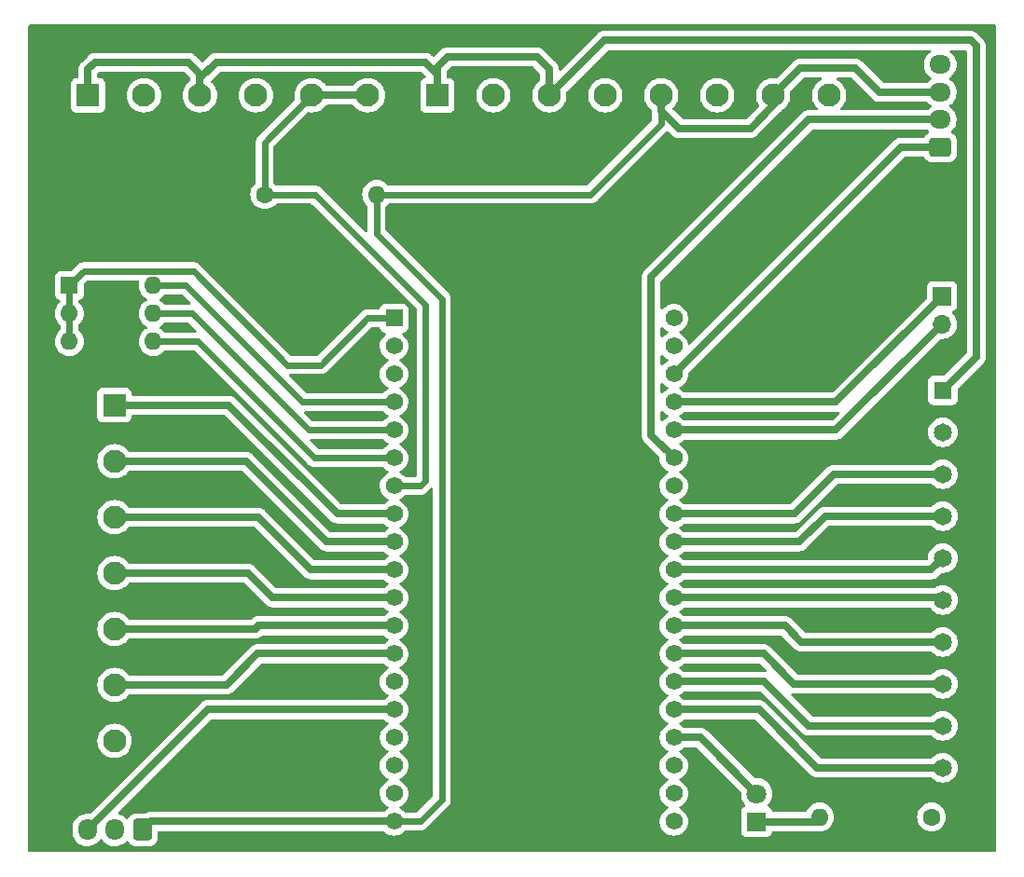
<source format=gbr>
%TF.GenerationSoftware,KiCad,Pcbnew,(6.0.4)*%
%TF.CreationDate,2022-12-06T21:14:27+05:00*%
%TF.ProjectId,max,6d61782e-6b69-4636-9164-5f7063625858,rev?*%
%TF.SameCoordinates,Original*%
%TF.FileFunction,Copper,L1,Top*%
%TF.FilePolarity,Positive*%
%FSLAX46Y46*%
G04 Gerber Fmt 4.6, Leading zero omitted, Abs format (unit mm)*
G04 Created by KiCad (PCBNEW (6.0.4)) date 2022-12-06 21:14:27*
%MOMM*%
%LPD*%
G01*
G04 APERTURE LIST*
G04 Aperture macros list*
%AMRoundRect*
0 Rectangle with rounded corners*
0 $1 Rounding radius*
0 $2 $3 $4 $5 $6 $7 $8 $9 X,Y pos of 4 corners*
0 Add a 4 corners polygon primitive as box body*
4,1,4,$2,$3,$4,$5,$6,$7,$8,$9,$2,$3,0*
0 Add four circle primitives for the rounded corners*
1,1,$1+$1,$2,$3*
1,1,$1+$1,$4,$5*
1,1,$1+$1,$6,$7*
1,1,$1+$1,$8,$9*
0 Add four rect primitives between the rounded corners*
20,1,$1+$1,$2,$3,$4,$5,0*
20,1,$1+$1,$4,$5,$6,$7,0*
20,1,$1+$1,$6,$7,$8,$9,0*
20,1,$1+$1,$8,$9,$2,$3,0*%
G04 Aperture macros list end*
%TA.AperFunction,ComponentPad*%
%ADD10R,1.560000X1.560000*%
%TD*%
%TA.AperFunction,ComponentPad*%
%ADD11C,1.560000*%
%TD*%
%TA.AperFunction,ComponentPad*%
%ADD12R,2.100000X2.100000*%
%TD*%
%TA.AperFunction,ComponentPad*%
%ADD13C,2.100000*%
%TD*%
%TA.AperFunction,ComponentPad*%
%ADD14R,1.650000X1.650000*%
%TD*%
%TA.AperFunction,ComponentPad*%
%ADD15C,1.650000*%
%TD*%
%TA.AperFunction,ComponentPad*%
%ADD16O,1.600000X1.600000*%
%TD*%
%TA.AperFunction,ComponentPad*%
%ADD17R,1.600000X1.600000*%
%TD*%
%TA.AperFunction,ComponentPad*%
%ADD18C,1.600000*%
%TD*%
%TA.AperFunction,ComponentPad*%
%ADD19R,1.700000X1.700000*%
%TD*%
%TA.AperFunction,ComponentPad*%
%ADD20O,1.700000X1.700000*%
%TD*%
%TA.AperFunction,ComponentPad*%
%ADD21RoundRect,0.250000X0.725000X-0.600000X0.725000X0.600000X-0.725000X0.600000X-0.725000X-0.600000X0*%
%TD*%
%TA.AperFunction,ComponentPad*%
%ADD22O,1.950000X1.700000*%
%TD*%
%TA.AperFunction,ComponentPad*%
%ADD23RoundRect,0.250000X0.600000X0.725000X-0.600000X0.725000X-0.600000X-0.725000X0.600000X-0.725000X0*%
%TD*%
%TA.AperFunction,ComponentPad*%
%ADD24O,1.700000X1.950000*%
%TD*%
%TA.AperFunction,ComponentPad*%
%ADD25R,1.800000X1.800000*%
%TD*%
%TA.AperFunction,ComponentPad*%
%ADD26C,1.800000*%
%TD*%
%TA.AperFunction,Conductor*%
%ADD27C,0.600000*%
%TD*%
%TA.AperFunction,Conductor*%
%ADD28C,0.700000*%
%TD*%
G04 APERTURE END LIST*
D10*
%TO.P,U101,1,3V3*%
%TO.N,+3V3*%
X125157500Y-62730000D03*
D11*
%TO.P,U101,2,EN*%
%TO.N,unconnected-(U101-Pad2)*%
X125157500Y-65270000D03*
%TO.P,U101,19,EXT_5V*%
%TO.N,Net-(J102-Pad1)*%
X125157500Y-108450000D03*
%TO.P,U101,3,SENSOR_VP*%
%TO.N,unconnected-(U101-Pad3)*%
X125157500Y-67810000D03*
%TO.P,U101,4,SENSOR_VN*%
%TO.N,Net-(SW101-Pad6)*%
X125157500Y-70350000D03*
%TO.P,U101,5,IO34*%
%TO.N,Net-(SW101-Pad5)*%
X125157500Y-72890000D03*
%TO.P,U101,6,IO35*%
%TO.N,Net-(SW101-Pad4)*%
X125157500Y-75430000D03*
%TO.P,U101,7,IO32*%
%TO.N,Net-(J103-Pad5)*%
X125157500Y-77970000D03*
%TO.P,U101,8,IO33*%
%TO.N,Net-(J101-Pad1)*%
X125157500Y-80510000D03*
%TO.P,U101,9,IO25*%
%TO.N,Net-(J101-Pad2)*%
X125157500Y-83050000D03*
%TO.P,U101,10,IO26*%
%TO.N,Net-(J101-Pad3)*%
X125157500Y-85590000D03*
%TO.P,U101,11,IO27*%
%TO.N,Net-(J101-Pad4)*%
X125157500Y-88130000D03*
%TO.P,U101,12,IO14*%
%TO.N,Net-(J101-Pad5)*%
X125157500Y-90670000D03*
%TO.P,U101,13,IO12*%
%TO.N,Net-(J101-Pad6)*%
X125157500Y-93210000D03*
%TO.P,U101,14,GND1*%
%TO.N,unconnected-(U101-Pad14)*%
X125157500Y-95750000D03*
%TO.P,U101,15,IO13*%
%TO.N,Net-(J102-Pad3)*%
X125157500Y-98290000D03*
%TO.P,U101,16,SD2*%
%TO.N,unconnected-(U101-Pad16)*%
X125157500Y-100830000D03*
%TO.P,U101,17,SD3*%
%TO.N,unconnected-(U101-Pad17)*%
X125157500Y-103370000D03*
%TO.P,U101,18,CMD*%
%TO.N,unconnected-(U101-Pad18)*%
X125157500Y-105910000D03*
%TO.P,U101,20,GND3*%
%TO.N,unconnected-(U101-Pad20)*%
X150557500Y-62730000D03*
%TO.P,U101,21,IO23*%
%TO.N,unconnected-(U101-Pad21)*%
X150557500Y-65270000D03*
%TO.P,U101,22,IO22*%
%TO.N,LCD_SCL*%
X150557500Y-67810000D03*
%TO.P,U101,23,TXD0*%
%TO.N,Net-(J106-Pad1)*%
X150557500Y-70350000D03*
%TO.P,U101,24,RXD0*%
%TO.N,Net-(J106-Pad2)*%
X150557500Y-72890000D03*
%TO.P,U101,25,IO21*%
%TO.N,LCD_SDA*%
X150557500Y-75430000D03*
%TO.P,U101,26,GND2*%
%TO.N,unconnected-(U101-Pad26)*%
X150557500Y-77970000D03*
%TO.P,U101,27,IO19*%
%TO.N,Net-(J107-Pad3)*%
X150557500Y-80510000D03*
%TO.P,U101,28,IO18*%
%TO.N,Net-(J107-Pad4)*%
X150557500Y-83050000D03*
%TO.P,U101,29,IO5*%
%TO.N,Net-(J107-Pad5)*%
X150557500Y-85590000D03*
%TO.P,U101,30,IO17*%
%TO.N,Net-(J107-Pad6)*%
X150557500Y-88130000D03*
%TO.P,U101,31,IO16*%
%TO.N,Net-(J107-Pad7)*%
X150557500Y-90670000D03*
%TO.P,U101,32,IO4*%
%TO.N,Net-(J107-Pad8)*%
X150557500Y-93210000D03*
%TO.P,U101,33,IO0*%
%TO.N,Net-(J107-Pad9)*%
X150557500Y-95750000D03*
%TO.P,U101,34,IO2*%
%TO.N,Net-(J107-Pad10)*%
X150557500Y-98290000D03*
%TO.P,U101,35,IO15*%
%TO.N,Net-(D101-Pad2)*%
X150557500Y-100830000D03*
%TO.P,U101,36,SD1*%
%TO.N,unconnected-(U101-Pad36)*%
X150557500Y-103370000D03*
%TO.P,U101,37,SD0*%
%TO.N,unconnected-(U101-Pad37)*%
X150557500Y-105910000D03*
%TO.P,U101,38,CLK*%
%TO.N,unconnected-(U101-Pad38)*%
X150557500Y-108450000D03*
%TD*%
D12*
%TO.P,J101,1,Pin_1*%
%TO.N,Net-(J101-Pad1)*%
X99777500Y-70640000D03*
D13*
%TO.P,J101,2,Pin_2*%
%TO.N,Net-(J101-Pad2)*%
X99777500Y-75720000D03*
%TO.P,J101,3,Pin_3*%
%TO.N,Net-(J101-Pad3)*%
X99777500Y-80800000D03*
%TO.P,J101,4,Pin_4*%
%TO.N,Net-(J101-Pad4)*%
X99777500Y-85880000D03*
%TO.P,J101,5,Pin_5*%
%TO.N,Net-(J101-Pad5)*%
X99777500Y-90960000D03*
%TO.P,J101,6,Pin_6*%
%TO.N,Net-(J101-Pad6)*%
X99777500Y-96040000D03*
%TO.P,J101,7,Pin_7*%
%TO.N,GND*%
X99777500Y-101120000D03*
%TD*%
D14*
%TO.P,J107,1,Pin_1*%
%TO.N,Net-(J103-Pad1)*%
X174977500Y-69285000D03*
D15*
%TO.P,J107,2,Pin_2*%
%TO.N,GND*%
X174977500Y-73095000D03*
%TO.P,J107,3,Pin_3*%
%TO.N,Net-(J107-Pad3)*%
X174977500Y-76905000D03*
%TO.P,J107,4,Pin_4*%
%TO.N,Net-(J107-Pad4)*%
X174977500Y-80715000D03*
%TO.P,J107,5,Pin_5*%
%TO.N,Net-(J107-Pad5)*%
X174977500Y-84525000D03*
%TO.P,J107,6,Pin_6*%
%TO.N,Net-(J107-Pad6)*%
X174977500Y-88335000D03*
%TO.P,J107,7,Pin_7*%
%TO.N,Net-(J107-Pad7)*%
X174977500Y-92145000D03*
%TO.P,J107,8,Pin_8*%
%TO.N,Net-(J107-Pad8)*%
X174977500Y-95955000D03*
%TO.P,J107,9,Pin_9*%
%TO.N,Net-(J107-Pad9)*%
X174977500Y-99765000D03*
%TO.P,J107,10,Pin_10*%
%TO.N,Net-(J107-Pad10)*%
X174977500Y-103575000D03*
%TD*%
D13*
%TO.P,J104,8,Pin_8*%
%TO.N,GND*%
X164650000Y-42482500D03*
%TO.P,J104,7,Pin_7*%
%TO.N,Net-(J102-Pad1)*%
X159570000Y-42482500D03*
%TO.P,J104,6,Pin_6*%
%TO.N,GND*%
X154490000Y-42482500D03*
%TO.P,J104,5,Pin_5*%
%TO.N,Net-(J102-Pad1)*%
X149410000Y-42482500D03*
%TO.P,J104,4,Pin_4*%
%TO.N,GND*%
X144330000Y-42482500D03*
%TO.P,J104,3,Pin_3*%
%TO.N,Net-(J103-Pad1)*%
X139250000Y-42482500D03*
%TO.P,J104,2,Pin_2*%
%TO.N,GND*%
X134170000Y-42482500D03*
D12*
%TO.P,J104,1,Pin_1*%
%TO.N,Net-(J103-Pad1)*%
X129090000Y-42482500D03*
%TD*%
%TO.P,J103,1,Pin_1*%
%TO.N,Net-(J103-Pad1)*%
X97370000Y-42482500D03*
D13*
%TO.P,J103,2,Pin_2*%
%TO.N,GND*%
X102450000Y-42482500D03*
%TO.P,J103,3,Pin_3*%
%TO.N,Net-(J103-Pad1)*%
X107530000Y-42482500D03*
%TO.P,J103,4,Pin_4*%
%TO.N,GND*%
X112610000Y-42482500D03*
%TO.P,J103,5,Pin_5*%
%TO.N,Net-(J103-Pad5)*%
X117690000Y-42482500D03*
%TO.P,J103,6,Pin_6*%
X122770000Y-42482500D03*
%TD*%
D16*
%TO.P,SW101,6*%
%TO.N,Net-(SW101-Pad6)*%
X103300000Y-59765000D03*
%TO.P,SW101,5*%
%TO.N,Net-(SW101-Pad5)*%
X103300000Y-62305000D03*
%TO.P,SW101,4*%
%TO.N,Net-(SW101-Pad4)*%
X103300000Y-64845000D03*
%TO.P,SW101,3*%
%TO.N,+3V3*%
X95680000Y-64845000D03*
%TO.P,SW101,2*%
X95680000Y-62305000D03*
D17*
%TO.P,SW101,1*%
X95680000Y-59765000D03*
%TD*%
D18*
%TO.P,R102,1*%
%TO.N,GND*%
X173950000Y-108040000D03*
D16*
%TO.P,R102,2*%
%TO.N,Net-(D101-Pad1)*%
X163790000Y-108040000D03*
%TD*%
D18*
%TO.P,R101,1*%
%TO.N,Net-(J103-Pad5)*%
X113420000Y-51500000D03*
D16*
%TO.P,R101,2*%
%TO.N,Net-(J102-Pad1)*%
X123580000Y-51500000D03*
%TD*%
D19*
%TO.P,J106,1,Pin_1*%
%TO.N,Net-(J106-Pad1)*%
X174910000Y-60720000D03*
D20*
%TO.P,J106,2,Pin_2*%
%TO.N,Net-(J106-Pad2)*%
X174910000Y-63260000D03*
%TD*%
D21*
%TO.P,J105,1,Pin_1*%
%TO.N,LCD_SCL*%
X174740000Y-47207500D03*
D22*
%TO.P,J105,2,Pin_2*%
%TO.N,LCD_SDA*%
X174740000Y-44707500D03*
%TO.P,J105,3,Pin_3*%
%TO.N,Net-(J102-Pad1)*%
X174740000Y-42207500D03*
%TO.P,J105,4,Pin_4*%
%TO.N,GND*%
X174740000Y-39707500D03*
%TD*%
D23*
%TO.P,J102,1,Pin_1*%
%TO.N,Net-(J102-Pad1)*%
X102310000Y-109220000D03*
D24*
%TO.P,J102,2,Pin_2*%
%TO.N,GND*%
X99810000Y-109220000D03*
%TO.P,J102,3,Pin_3*%
%TO.N,Net-(J102-Pad3)*%
X97310000Y-109220000D03*
%TD*%
D25*
%TO.P,D101,1,K*%
%TO.N,Net-(D101-Pad1)*%
X158080000Y-108463000D03*
D26*
%TO.P,D101,2,A*%
%TO.N,Net-(D101-Pad2)*%
X158080000Y-105923000D03*
%TD*%
D27*
%TO.N,Net-(J102-Pad1)*%
X127550000Y-108450000D02*
X125157500Y-108450000D01*
X129500000Y-61000000D02*
X129500000Y-106500000D01*
X123580000Y-55080000D02*
X129500000Y-61000000D01*
X129500000Y-106500000D02*
X127550000Y-108450000D01*
X123580000Y-51500000D02*
X123580000Y-55080000D01*
%TO.N,Net-(J103-Pad5)*%
X128000000Y-77500000D02*
X127530000Y-77970000D01*
X128000000Y-61500000D02*
X128000000Y-77500000D01*
X127530000Y-77970000D02*
X125157500Y-77970000D01*
X118000000Y-51500000D02*
X128000000Y-61500000D01*
X113420000Y-51500000D02*
X118000000Y-51500000D01*
%TO.N,Net-(J102-Pad1)*%
X149410000Y-45090000D02*
X149410000Y-42482500D01*
X143000000Y-51500000D02*
X149410000Y-45090000D01*
X123580000Y-51500000D02*
X143000000Y-51500000D01*
%TO.N,Net-(J103-Pad5)*%
X113420000Y-46752500D02*
X117690000Y-42482500D01*
X113420000Y-51500000D02*
X113420000Y-46752500D01*
%TO.N,+3V3*%
X122770000Y-62730000D02*
X125157500Y-62730000D01*
X118500000Y-67000000D02*
X122770000Y-62730000D01*
X115500000Y-67000000D02*
X118500000Y-67000000D01*
X96979511Y-58465489D02*
X106965489Y-58465489D01*
X95680000Y-59765000D02*
X96979511Y-58465489D01*
X106965489Y-58465489D02*
X115500000Y-67000000D01*
%TO.N,Net-(SW101-Pad6)*%
X106265000Y-59765000D02*
X116850000Y-70350000D01*
X116850000Y-70350000D02*
X125157500Y-70350000D01*
X103300000Y-59765000D02*
X106265000Y-59765000D01*
%TO.N,Net-(SW101-Pad5)*%
X106805000Y-62305000D02*
X117390000Y-72890000D01*
X117390000Y-72890000D02*
X125157500Y-72890000D01*
X103300000Y-62305000D02*
X106805000Y-62305000D01*
%TO.N,Net-(SW101-Pad4)*%
X117930000Y-75430000D02*
X125157500Y-75430000D01*
X103300000Y-64845000D02*
X107345000Y-64845000D01*
X107345000Y-64845000D02*
X117930000Y-75430000D01*
%TO.N,+3V3*%
X95680000Y-62305000D02*
X95680000Y-64845000D01*
X95680000Y-59765000D02*
X95680000Y-62305000D01*
D28*
%TO.N,Net-(J103-Pad5)*%
X117690000Y-42482500D02*
X122770000Y-42482500D01*
%TO.N,Net-(J103-Pad1)*%
X98000000Y-39500000D02*
X106500000Y-39500000D01*
X107530000Y-40530000D02*
X107530000Y-42482500D01*
X97370000Y-42482500D02*
X97370000Y-40130000D01*
X97370000Y-40130000D02*
X98000000Y-39500000D01*
X106500000Y-39500000D02*
X107530000Y-40530000D01*
X129090000Y-40590000D02*
X129090000Y-42482500D01*
X109000000Y-39500000D02*
X128000000Y-39500000D01*
X107530000Y-40970000D02*
X109000000Y-39500000D01*
X107530000Y-42482500D02*
X107530000Y-40970000D01*
X128000000Y-39500000D02*
X129090000Y-40590000D01*
X139250000Y-40116250D02*
X139250000Y-42482500D01*
X130000000Y-39000000D02*
X138133750Y-39000000D01*
X138133750Y-39000000D02*
X139250000Y-40116250D01*
X129090000Y-39910000D02*
X130000000Y-39000000D01*
X129090000Y-42482500D02*
X129090000Y-39910000D01*
X178000000Y-38000000D02*
X177500000Y-37500000D01*
X178000000Y-66262500D02*
X178000000Y-38000000D01*
X144232500Y-37500000D02*
X139250000Y-42482500D01*
X174977500Y-69285000D02*
X178000000Y-66262500D01*
X177500000Y-37500000D02*
X144232500Y-37500000D01*
%TO.N,Net-(J102-Pad1)*%
X149410000Y-43910000D02*
X149410000Y-42482500D01*
X151000000Y-45500000D02*
X149410000Y-43910000D01*
X157500000Y-45500000D02*
X151000000Y-45500000D01*
X159570000Y-43430000D02*
X157500000Y-45500000D01*
X159570000Y-42482500D02*
X159570000Y-43430000D01*
X162052500Y-40000000D02*
X159570000Y-42482500D01*
X167000000Y-40000000D02*
X162052500Y-40000000D01*
X169207500Y-42207500D02*
X167000000Y-40000000D01*
X174740000Y-42207500D02*
X169207500Y-42207500D01*
%TO.N,LCD_SDA*%
X162792500Y-44707500D02*
X174740000Y-44707500D01*
X148500000Y-59000000D02*
X162792500Y-44707500D01*
X148500000Y-73372500D02*
X148500000Y-59000000D01*
X150557500Y-75430000D02*
X148500000Y-73372500D01*
%TO.N,LCD_SCL*%
X171160000Y-47207500D02*
X174740000Y-47207500D01*
X150557500Y-67810000D02*
X171160000Y-47207500D01*
%TO.N,Net-(J106-Pad1)*%
X165280000Y-70350000D02*
X174910000Y-60720000D01*
X150557500Y-70350000D02*
X165280000Y-70350000D01*
%TO.N,Net-(J106-Pad2)*%
X165280000Y-72890000D02*
X174910000Y-63260000D01*
X150557500Y-72890000D02*
X165280000Y-72890000D01*
%TO.N,Net-(J107-Pad3)*%
X165095000Y-76905000D02*
X174977500Y-76905000D01*
X150557500Y-80510000D02*
X161490000Y-80510000D01*
X161490000Y-80510000D02*
X165095000Y-76905000D01*
%TO.N,Net-(J107-Pad4)*%
X164285000Y-80715000D02*
X174977500Y-80715000D01*
X161950000Y-83050000D02*
X164285000Y-80715000D01*
X150557500Y-83050000D02*
X161950000Y-83050000D01*
%TO.N,Net-(J107-Pad5)*%
X173912500Y-85590000D02*
X174977500Y-84525000D01*
X150557500Y-85590000D02*
X173912500Y-85590000D01*
%TO.N,Net-(J107-Pad6)*%
X174772500Y-88130000D02*
X174977500Y-88335000D01*
X150557500Y-88130000D02*
X174772500Y-88130000D01*
%TO.N,Net-(J107-Pad7)*%
X160670000Y-90670000D02*
X162145000Y-92145000D01*
X162145000Y-92145000D02*
X174977500Y-92145000D01*
X150557500Y-90670000D02*
X160670000Y-90670000D01*
%TO.N,Net-(J107-Pad8)*%
X161455000Y-95955000D02*
X174977500Y-95955000D01*
X158710000Y-93210000D02*
X161455000Y-95955000D01*
X150557500Y-93210000D02*
X158710000Y-93210000D01*
%TO.N,Net-(J107-Pad9)*%
X162765000Y-99765000D02*
X174977500Y-99765000D01*
X158750000Y-95750000D02*
X162765000Y-99765000D01*
X150557500Y-95750000D02*
X158750000Y-95750000D01*
%TO.N,Net-(J107-Pad10)*%
X163575000Y-103575000D02*
X174977500Y-103575000D01*
X158290000Y-98290000D02*
X163575000Y-103575000D01*
X150557500Y-98290000D02*
X158290000Y-98290000D01*
%TO.N,Net-(D101-Pad1)*%
X163367000Y-108463000D02*
X163790000Y-108040000D01*
X158080000Y-108463000D02*
X163367000Y-108463000D01*
%TO.N,Net-(D101-Pad2)*%
X152987000Y-100830000D02*
X150557500Y-100830000D01*
X158080000Y-105923000D02*
X152987000Y-100830000D01*
%TO.N,Net-(J102-Pad3)*%
X108240000Y-98290000D02*
X125157500Y-98290000D01*
X97310000Y-109220000D02*
X108240000Y-98290000D01*
%TO.N,Net-(J102-Pad1)*%
X103080000Y-108450000D02*
X102310000Y-109220000D01*
X125157500Y-108450000D02*
X103080000Y-108450000D01*
%TO.N,Net-(J101-Pad6)*%
X109960000Y-96040000D02*
X99777500Y-96040000D01*
X112790000Y-93210000D02*
X109960000Y-96040000D01*
X125157500Y-93210000D02*
X112790000Y-93210000D01*
%TO.N,Net-(J101-Pad5)*%
X112540000Y-90960000D02*
X99777500Y-90960000D01*
X112830000Y-90670000D02*
X112540000Y-90960000D01*
X125157500Y-90670000D02*
X112830000Y-90670000D01*
%TO.N,Net-(J101-Pad4)*%
X114130000Y-88130000D02*
X111880000Y-85880000D01*
X111880000Y-85880000D02*
X99777500Y-85880000D01*
X125157500Y-88130000D02*
X114130000Y-88130000D01*
%TO.N,Net-(J101-Pad3)*%
X112800000Y-80800000D02*
X99777500Y-80800000D01*
X117590000Y-85590000D02*
X112800000Y-80800000D01*
X125157500Y-85590000D02*
X117590000Y-85590000D01*
%TO.N,Net-(J101-Pad2)*%
X111720000Y-75720000D02*
X99777500Y-75720000D01*
X119050000Y-83050000D02*
X111720000Y-75720000D01*
X125157500Y-83050000D02*
X119050000Y-83050000D01*
%TO.N,Net-(J101-Pad1)*%
X125157500Y-80510000D02*
X120010000Y-80510000D01*
X120010000Y-80510000D02*
X110140000Y-70640000D01*
X110140000Y-70640000D02*
X99777500Y-70640000D01*
%TD*%
%TA.AperFunction,NonConductor*%
G36*
X166660329Y-40878502D02*
G01*
X166681303Y-40895405D01*
X168571174Y-42785276D01*
X168578316Y-42793042D01*
X168611971Y-42832867D01*
X168617390Y-42837010D01*
X168617392Y-42837012D01*
X168676508Y-42882210D01*
X168678929Y-42884109D01*
X168736918Y-42930732D01*
X168742238Y-42935009D01*
X168748350Y-42938043D01*
X168751144Y-42939830D01*
X168751504Y-42940082D01*
X168751873Y-42940285D01*
X168754734Y-42942017D01*
X168760152Y-42946160D01*
X168766335Y-42949043D01*
X168766338Y-42949045D01*
X168833768Y-42980489D01*
X168836541Y-42981823D01*
X168903200Y-43014913D01*
X168903204Y-43014915D01*
X168909313Y-43017947D01*
X168915932Y-43019597D01*
X168919068Y-43020751D01*
X168919457Y-43020913D01*
X168919879Y-43021037D01*
X168923019Y-43022106D01*
X168929204Y-43024990D01*
X169004581Y-43041838D01*
X169008498Y-43042714D01*
X169011496Y-43043423D01*
X169090301Y-43063072D01*
X169097122Y-43063263D01*
X169100425Y-43063715D01*
X169101309Y-43063874D01*
X169106192Y-43064552D01*
X169111240Y-43065680D01*
X169116963Y-43066000D01*
X169193344Y-43066000D01*
X169196863Y-43066049D01*
X169276757Y-43068281D01*
X169283461Y-43067002D01*
X169290262Y-43066455D01*
X169290304Y-43066975D01*
X169300625Y-43066000D01*
X173503774Y-43066000D01*
X173571895Y-43086002D01*
X173598940Y-43109420D01*
X173664477Y-43184945D01*
X173668608Y-43188332D01*
X173838627Y-43327740D01*
X173838633Y-43327744D01*
X173842755Y-43331124D01*
X173874250Y-43349052D01*
X173923555Y-43400132D01*
X173937417Y-43469762D01*
X173911434Y-43535833D01*
X173882284Y-43563073D01*
X173760681Y-43644941D01*
X173593865Y-43804076D01*
X173591840Y-43806798D01*
X173532215Y-43844255D01*
X173497963Y-43849000D01*
X165791302Y-43849000D01*
X165723181Y-43828998D01*
X165676688Y-43775342D01*
X165666584Y-43705068D01*
X165696078Y-43640488D01*
X165709471Y-43627190D01*
X165751670Y-43591148D01*
X165751680Y-43591138D01*
X165755433Y-43587933D01*
X165856308Y-43469825D01*
X165911535Y-43405163D01*
X165911537Y-43405160D01*
X165914752Y-43401396D01*
X165918935Y-43394571D01*
X165959888Y-43327740D01*
X166042927Y-43192232D01*
X166115119Y-43017947D01*
X166134911Y-42970165D01*
X166134912Y-42970163D01*
X166136805Y-42965592D01*
X166167674Y-42837012D01*
X166192917Y-42731870D01*
X166192918Y-42731864D01*
X166194072Y-42727057D01*
X166213319Y-42482500D01*
X166194072Y-42237943D01*
X166136805Y-41999408D01*
X166042927Y-41772768D01*
X165959738Y-41637015D01*
X165917342Y-41567830D01*
X165917340Y-41567827D01*
X165914752Y-41563604D01*
X165778593Y-41404183D01*
X165758641Y-41380823D01*
X165755433Y-41377067D01*
X165722571Y-41349000D01*
X165572663Y-41220965D01*
X165572660Y-41220963D01*
X165568896Y-41217748D01*
X165564673Y-41215160D01*
X165564670Y-41215158D01*
X165363583Y-41091933D01*
X165315951Y-41039286D01*
X165304344Y-40969244D01*
X165332447Y-40904046D01*
X165391337Y-40864392D01*
X165429417Y-40858500D01*
X166592208Y-40858500D01*
X166660329Y-40878502D01*
G37*
%TD.AperFunction*%
%TA.AperFunction,NonConductor*%
G36*
X105946039Y-60593502D02*
G01*
X105967013Y-60610405D01*
X106638013Y-61281405D01*
X106672039Y-61343717D01*
X106666974Y-61414532D01*
X106624427Y-61471368D01*
X106557907Y-61496179D01*
X106548918Y-61496500D01*
X104394188Y-61496500D01*
X104326067Y-61476498D01*
X104305093Y-61459595D01*
X104144300Y-61298802D01*
X104139792Y-61295645D01*
X104139789Y-61295643D01*
X104056888Y-61237595D01*
X103956749Y-61167477D01*
X103951767Y-61165154D01*
X103951762Y-61165151D01*
X103917543Y-61149195D01*
X103864258Y-61102278D01*
X103844797Y-61034001D01*
X103865339Y-60966041D01*
X103917543Y-60920805D01*
X103951762Y-60904849D01*
X103951767Y-60904846D01*
X103956749Y-60902523D01*
X104098458Y-60803297D01*
X104139789Y-60774357D01*
X104139792Y-60774355D01*
X104144300Y-60771198D01*
X104305093Y-60610405D01*
X104367405Y-60576379D01*
X104394188Y-60573500D01*
X105877918Y-60573500D01*
X105946039Y-60593502D01*
G37*
%TD.AperFunction*%
%TA.AperFunction,NonConductor*%
G36*
X106486039Y-63133502D02*
G01*
X106507013Y-63150405D01*
X107178013Y-63821405D01*
X107212039Y-63883717D01*
X107206974Y-63954532D01*
X107164427Y-64011368D01*
X107097907Y-64036179D01*
X107088918Y-64036500D01*
X104394188Y-64036500D01*
X104326067Y-64016498D01*
X104305093Y-63999595D01*
X104144300Y-63838802D01*
X104139792Y-63835645D01*
X104139789Y-63835643D01*
X104027271Y-63756857D01*
X103956749Y-63707477D01*
X103951767Y-63705154D01*
X103951762Y-63705151D01*
X103917543Y-63689195D01*
X103864258Y-63642278D01*
X103844797Y-63574001D01*
X103865339Y-63506041D01*
X103917543Y-63460805D01*
X103951762Y-63444849D01*
X103951767Y-63444846D01*
X103956749Y-63442523D01*
X104061611Y-63369098D01*
X104139789Y-63314357D01*
X104139792Y-63314355D01*
X104144300Y-63311198D01*
X104305093Y-63150405D01*
X104367405Y-63116379D01*
X104394188Y-63113500D01*
X106417918Y-63113500D01*
X106486039Y-63133502D01*
G37*
%TD.AperFunction*%
%TA.AperFunction,NonConductor*%
G36*
X149567012Y-63562181D02*
G01*
X149573595Y-63568310D01*
X149726104Y-63720819D01*
X149910789Y-63850136D01*
X149915767Y-63852457D01*
X149915770Y-63852459D01*
X149987281Y-63885805D01*
X150040566Y-63932723D01*
X150060027Y-64001000D01*
X150039485Y-64068960D01*
X149987281Y-64114195D01*
X149915770Y-64147541D01*
X149915767Y-64147543D01*
X149910789Y-64149864D01*
X149726104Y-64279181D01*
X149573595Y-64431690D01*
X149511283Y-64465716D01*
X149440468Y-64460651D01*
X149383632Y-64418104D01*
X149358821Y-64351584D01*
X149358500Y-64342595D01*
X149358500Y-63657405D01*
X149378502Y-63589284D01*
X149432158Y-63542791D01*
X149502432Y-63532687D01*
X149567012Y-63562181D01*
G37*
%TD.AperFunction*%
%TA.AperFunction,NonConductor*%
G36*
X173571895Y-45586002D02*
G01*
X173598940Y-45609420D01*
X173614956Y-45627877D01*
X173659099Y-45678747D01*
X173664477Y-45684945D01*
X173700120Y-45714170D01*
X173740114Y-45772829D01*
X173742046Y-45843799D01*
X173705302Y-45904548D01*
X173686532Y-45918748D01*
X173555579Y-45999785D01*
X173540652Y-46009022D01*
X173415695Y-46134197D01*
X173411855Y-46140427D01*
X173411854Y-46140428D01*
X173386753Y-46181149D01*
X173322885Y-46284762D01*
X173321205Y-46283726D01*
X173280879Y-46329531D01*
X173213595Y-46349000D01*
X171201390Y-46349000D01*
X171190847Y-46348558D01*
X171138901Y-46344196D01*
X171132141Y-46345098D01*
X171132139Y-46345098D01*
X171058398Y-46354937D01*
X171055343Y-46355307D01*
X171023111Y-46358809D01*
X170974563Y-46364083D01*
X170968099Y-46366258D01*
X170964824Y-46366978D01*
X170964428Y-46367048D01*
X170964004Y-46367171D01*
X170960784Y-46367962D01*
X170954011Y-46368866D01*
X170877677Y-46396649D01*
X170874802Y-46397656D01*
X170856227Y-46403907D01*
X170797777Y-46423578D01*
X170791923Y-46427096D01*
X170788916Y-46428485D01*
X170788511Y-46428652D01*
X170788135Y-46428857D01*
X170785148Y-46430327D01*
X170778732Y-46432662D01*
X170710080Y-46476230D01*
X170707611Y-46477755D01*
X170637891Y-46519647D01*
X170632934Y-46524334D01*
X170630277Y-46526351D01*
X170629543Y-46526861D01*
X170625605Y-46529839D01*
X170621241Y-46532609D01*
X170616968Y-46536429D01*
X170562972Y-46590425D01*
X170560450Y-46592879D01*
X170502364Y-46647808D01*
X170498526Y-46653456D01*
X170494107Y-46658648D01*
X170493707Y-46658308D01*
X170487100Y-46666297D01*
X152043489Y-65109908D01*
X151981177Y-65143934D01*
X151910362Y-65138869D01*
X151853526Y-65096322D01*
X151831458Y-65045350D01*
X151831272Y-65045400D01*
X151830934Y-65044139D01*
X151772919Y-64827624D01*
X151677636Y-64623289D01*
X151548319Y-64438604D01*
X151388896Y-64279181D01*
X151204211Y-64149864D01*
X151199233Y-64147543D01*
X151199230Y-64147541D01*
X151127719Y-64114195D01*
X151074434Y-64067277D01*
X151054973Y-63999000D01*
X151075515Y-63931040D01*
X151127719Y-63885805D01*
X151199230Y-63852459D01*
X151199233Y-63852457D01*
X151204211Y-63850136D01*
X151388896Y-63720819D01*
X151548319Y-63561396D01*
X151677636Y-63376711D01*
X151708701Y-63310093D01*
X151770596Y-63177358D01*
X151770597Y-63177357D01*
X151772919Y-63172376D01*
X151787924Y-63116379D01*
X151829848Y-62959915D01*
X151829848Y-62959913D01*
X151831272Y-62954600D01*
X151850922Y-62730000D01*
X151831272Y-62505400D01*
X151810607Y-62428277D01*
X151774342Y-62292934D01*
X151774341Y-62292932D01*
X151772919Y-62287624D01*
X151763063Y-62266488D01*
X151679959Y-62088270D01*
X151679957Y-62088267D01*
X151677636Y-62083289D01*
X151548319Y-61898604D01*
X151388896Y-61739181D01*
X151204211Y-61609864D01*
X151199233Y-61607543D01*
X151199230Y-61607541D01*
X151004858Y-61516904D01*
X151004857Y-61516903D01*
X150999876Y-61514581D01*
X150994568Y-61513159D01*
X150994566Y-61513158D01*
X150787415Y-61457652D01*
X150787413Y-61457652D01*
X150782100Y-61456228D01*
X150557500Y-61436578D01*
X150332900Y-61456228D01*
X150327587Y-61457652D01*
X150327585Y-61457652D01*
X150120434Y-61513158D01*
X150120432Y-61513159D01*
X150115124Y-61514581D01*
X150110143Y-61516903D01*
X150110142Y-61516904D01*
X149915770Y-61607541D01*
X149915767Y-61607543D01*
X149910789Y-61609864D01*
X149726104Y-61739181D01*
X149573595Y-61891690D01*
X149511283Y-61925716D01*
X149440468Y-61920651D01*
X149383632Y-61878104D01*
X149358821Y-61811584D01*
X149358500Y-61802595D01*
X149358500Y-59407792D01*
X149378502Y-59339671D01*
X149395405Y-59318697D01*
X163111197Y-45602905D01*
X163173509Y-45568879D01*
X163200292Y-45566000D01*
X173503774Y-45566000D01*
X173571895Y-45586002D01*
G37*
%TD.AperFunction*%
%TA.AperFunction,NonConductor*%
G36*
X149567012Y-66102181D02*
G01*
X149573595Y-66108310D01*
X149726104Y-66260819D01*
X149910789Y-66390136D01*
X149915767Y-66392457D01*
X149915770Y-66392459D01*
X149987281Y-66425805D01*
X150040566Y-66472723D01*
X150060027Y-66541000D01*
X150039485Y-66608960D01*
X149987281Y-66654195D01*
X149915770Y-66687541D01*
X149915767Y-66687543D01*
X149910789Y-66689864D01*
X149726104Y-66819181D01*
X149573595Y-66971690D01*
X149511283Y-67005716D01*
X149440468Y-67000651D01*
X149383632Y-66958104D01*
X149358821Y-66891584D01*
X149358500Y-66882595D01*
X149358500Y-66197405D01*
X149378502Y-66129284D01*
X149432158Y-66082791D01*
X149502432Y-66072687D01*
X149567012Y-66102181D01*
G37*
%TD.AperFunction*%
%TA.AperFunction,NonConductor*%
G36*
X123825883Y-63558502D02*
G01*
X123872376Y-63612158D01*
X123875250Y-63620505D01*
X123875755Y-63620316D01*
X123926885Y-63756705D01*
X124014239Y-63873261D01*
X124130795Y-63960615D01*
X124267184Y-64011745D01*
X124304680Y-64015818D01*
X124315575Y-64017002D01*
X124381137Y-64044244D01*
X124421563Y-64102607D01*
X124424018Y-64173561D01*
X124387723Y-64234579D01*
X124374243Y-64245474D01*
X124326104Y-64279181D01*
X124166681Y-64438604D01*
X124037364Y-64623289D01*
X123942081Y-64827624D01*
X123883728Y-65045400D01*
X123864078Y-65270000D01*
X123883728Y-65494600D01*
X123885152Y-65499913D01*
X123885152Y-65499915D01*
X123927077Y-65656379D01*
X123942081Y-65712376D01*
X123944403Y-65717357D01*
X123944404Y-65717358D01*
X124008452Y-65854708D01*
X124037364Y-65916711D01*
X124166681Y-66101396D01*
X124326104Y-66260819D01*
X124510789Y-66390136D01*
X124515767Y-66392457D01*
X124515770Y-66392459D01*
X124587281Y-66425805D01*
X124640566Y-66472723D01*
X124660027Y-66541000D01*
X124639485Y-66608960D01*
X124587281Y-66654195D01*
X124515770Y-66687541D01*
X124515767Y-66687543D01*
X124510789Y-66689864D01*
X124326104Y-66819181D01*
X124166681Y-66978604D01*
X124037364Y-67163289D01*
X123942081Y-67367624D01*
X123883728Y-67585400D01*
X123864078Y-67810000D01*
X123883728Y-68034600D01*
X123942081Y-68252376D01*
X124037364Y-68456711D01*
X124166681Y-68641396D01*
X124326104Y-68800819D01*
X124510789Y-68930136D01*
X124515767Y-68932457D01*
X124515770Y-68932459D01*
X124587281Y-68965805D01*
X124640566Y-69012723D01*
X124660027Y-69081000D01*
X124639485Y-69148960D01*
X124587281Y-69194195D01*
X124515770Y-69227541D01*
X124515767Y-69227543D01*
X124510789Y-69229864D01*
X124326104Y-69359181D01*
X124180690Y-69504595D01*
X124118378Y-69538621D01*
X124091595Y-69541500D01*
X117237082Y-69541500D01*
X117168961Y-69521498D01*
X117147987Y-69504595D01*
X115666987Y-68023595D01*
X115632961Y-67961283D01*
X115638026Y-67890468D01*
X115680573Y-67833632D01*
X115747093Y-67808821D01*
X115756082Y-67808500D01*
X118490786Y-67808500D01*
X118492106Y-67808507D01*
X118582221Y-67809451D01*
X118624597Y-67800289D01*
X118637163Y-67798231D01*
X118680255Y-67793397D01*
X118686906Y-67791081D01*
X118686910Y-67791080D01*
X118711930Y-67782367D01*
X118726742Y-67778204D01*
X118752619Y-67772609D01*
X118759510Y-67771119D01*
X118798813Y-67752792D01*
X118810589Y-67748010D01*
X118851552Y-67733745D01*
X118857527Y-67730011D01*
X118857530Y-67730010D01*
X118879995Y-67715973D01*
X118893512Y-67708634D01*
X118917514Y-67697441D01*
X118917515Y-67697440D01*
X118923902Y-67694462D01*
X118958153Y-67667894D01*
X118968612Y-67660598D01*
X118999404Y-67641358D01*
X118999407Y-67641356D01*
X119005376Y-67637626D01*
X119034179Y-67609024D01*
X119034804Y-67608439D01*
X119035470Y-67607922D01*
X119061460Y-67581932D01*
X119134082Y-67509815D01*
X119134740Y-67508778D01*
X119135843Y-67507549D01*
X123067987Y-63575405D01*
X123130299Y-63541379D01*
X123157082Y-63538500D01*
X123757762Y-63538500D01*
X123825883Y-63558502D01*
G37*
%TD.AperFunction*%
%TA.AperFunction,NonConductor*%
G36*
X149567012Y-68642181D02*
G01*
X149573595Y-68648310D01*
X149726104Y-68800819D01*
X149910789Y-68930136D01*
X149915767Y-68932457D01*
X149915770Y-68932459D01*
X149987281Y-68965805D01*
X150040566Y-69012723D01*
X150060027Y-69081000D01*
X150039485Y-69148960D01*
X149987281Y-69194195D01*
X149915770Y-69227541D01*
X149915767Y-69227543D01*
X149910789Y-69229864D01*
X149726104Y-69359181D01*
X149573595Y-69511690D01*
X149511283Y-69545716D01*
X149440468Y-69540651D01*
X149383632Y-69498104D01*
X149358821Y-69431584D01*
X149358500Y-69422595D01*
X149358500Y-68737405D01*
X149378502Y-68669284D01*
X149432158Y-68622791D01*
X149502432Y-68612687D01*
X149567012Y-68642181D01*
G37*
%TD.AperFunction*%
%TA.AperFunction,NonConductor*%
G36*
X165512861Y-71208385D02*
G01*
X165564877Y-71256705D01*
X165582512Y-71325477D01*
X165560166Y-71392865D01*
X165545682Y-71410215D01*
X164961302Y-71994595D01*
X164898990Y-72028621D01*
X164872207Y-72031500D01*
X151573405Y-72031500D01*
X151505284Y-72011498D01*
X151484310Y-71994595D01*
X151388896Y-71899181D01*
X151204211Y-71769864D01*
X151199233Y-71767543D01*
X151199230Y-71767541D01*
X151127719Y-71734195D01*
X151074434Y-71687277D01*
X151054973Y-71619000D01*
X151075515Y-71551040D01*
X151127719Y-71505805D01*
X151199230Y-71472459D01*
X151199233Y-71472457D01*
X151204211Y-71470136D01*
X151388896Y-71340819D01*
X151484310Y-71245405D01*
X151546622Y-71211379D01*
X151573405Y-71208500D01*
X165238610Y-71208500D01*
X165249152Y-71208942D01*
X165301099Y-71213304D01*
X165307859Y-71212402D01*
X165307861Y-71212402D01*
X165381602Y-71202563D01*
X165384657Y-71202193D01*
X165442978Y-71195857D01*
X165512861Y-71208385D01*
G37*
%TD.AperFunction*%
%TA.AperFunction,NonConductor*%
G36*
X124159716Y-71178502D02*
G01*
X124180690Y-71195405D01*
X124326104Y-71340819D01*
X124510789Y-71470136D01*
X124515767Y-71472457D01*
X124515770Y-71472459D01*
X124587281Y-71505805D01*
X124640566Y-71552723D01*
X124660027Y-71621000D01*
X124639485Y-71688960D01*
X124587281Y-71734195D01*
X124515770Y-71767541D01*
X124515767Y-71767543D01*
X124510789Y-71769864D01*
X124326104Y-71899181D01*
X124180690Y-72044595D01*
X124118378Y-72078621D01*
X124091595Y-72081500D01*
X117777082Y-72081500D01*
X117708961Y-72061498D01*
X117687987Y-72044595D01*
X117016987Y-71373595D01*
X116982961Y-71311283D01*
X116988026Y-71240468D01*
X117030573Y-71183632D01*
X117097093Y-71158821D01*
X117106082Y-71158500D01*
X124091595Y-71158500D01*
X124159716Y-71178502D01*
G37*
%TD.AperFunction*%
%TA.AperFunction,NonConductor*%
G36*
X149567012Y-71182181D02*
G01*
X149573595Y-71188310D01*
X149726104Y-71340819D01*
X149910789Y-71470136D01*
X149915767Y-71472457D01*
X149915770Y-71472459D01*
X149987281Y-71505805D01*
X150040566Y-71552723D01*
X150060027Y-71621000D01*
X150039485Y-71688960D01*
X149987281Y-71734195D01*
X149915770Y-71767541D01*
X149915767Y-71767543D01*
X149910789Y-71769864D01*
X149726104Y-71899181D01*
X149573595Y-72051690D01*
X149511283Y-72085716D01*
X149440468Y-72080651D01*
X149383632Y-72038104D01*
X149358821Y-71971584D01*
X149358500Y-71962595D01*
X149358500Y-71277405D01*
X149378502Y-71209284D01*
X149432158Y-71162791D01*
X149502432Y-71152687D01*
X149567012Y-71182181D01*
G37*
%TD.AperFunction*%
%TA.AperFunction,NonConductor*%
G36*
X124159716Y-73718502D02*
G01*
X124180690Y-73735405D01*
X124326104Y-73880819D01*
X124510789Y-74010136D01*
X124515767Y-74012457D01*
X124515770Y-74012459D01*
X124587281Y-74045805D01*
X124640566Y-74092723D01*
X124660027Y-74161000D01*
X124639485Y-74228960D01*
X124587281Y-74274195D01*
X124515770Y-74307541D01*
X124515767Y-74307543D01*
X124510789Y-74309864D01*
X124326104Y-74439181D01*
X124180690Y-74584595D01*
X124118378Y-74618621D01*
X124091595Y-74621500D01*
X118317082Y-74621500D01*
X118248961Y-74601498D01*
X118227987Y-74584595D01*
X117556987Y-73913595D01*
X117522961Y-73851283D01*
X117528026Y-73780468D01*
X117570573Y-73723632D01*
X117637093Y-73698821D01*
X117646082Y-73698500D01*
X124091595Y-73698500D01*
X124159716Y-73718502D01*
G37*
%TD.AperFunction*%
%TA.AperFunction,NonConductor*%
G36*
X158370329Y-94088502D02*
G01*
X158391303Y-94105405D01*
X158966148Y-94680250D01*
X159000174Y-94742562D01*
X158995109Y-94813377D01*
X158952562Y-94870213D01*
X158886042Y-94895024D01*
X158859957Y-94894180D01*
X158857080Y-94893786D01*
X158856189Y-94893626D01*
X158851310Y-94892949D01*
X158846260Y-94891820D01*
X158840537Y-94891500D01*
X158764156Y-94891500D01*
X158760637Y-94891451D01*
X158680743Y-94889219D01*
X158674039Y-94890498D01*
X158667238Y-94891045D01*
X158667196Y-94890525D01*
X158656875Y-94891500D01*
X151573405Y-94891500D01*
X151505284Y-94871498D01*
X151484310Y-94854595D01*
X151388896Y-94759181D01*
X151204211Y-94629864D01*
X151199233Y-94627543D01*
X151199230Y-94627541D01*
X151127719Y-94594195D01*
X151074434Y-94547277D01*
X151054973Y-94479000D01*
X151075515Y-94411040D01*
X151127719Y-94365805D01*
X151199230Y-94332459D01*
X151199233Y-94332457D01*
X151204211Y-94330136D01*
X151388896Y-94200819D01*
X151484310Y-94105405D01*
X151546622Y-94071379D01*
X151573405Y-94068500D01*
X158302208Y-94068500D01*
X158370329Y-94088502D01*
G37*
%TD.AperFunction*%
%TA.AperFunction,NonConductor*%
G36*
X128609532Y-78138026D02*
G01*
X128666368Y-78180573D01*
X128691179Y-78247093D01*
X128691500Y-78256082D01*
X128691500Y-106112919D01*
X128671498Y-106181040D01*
X128654595Y-106202014D01*
X127252013Y-107604595D01*
X127189701Y-107638621D01*
X127162918Y-107641500D01*
X126223405Y-107641500D01*
X126155284Y-107621498D01*
X126134310Y-107604595D01*
X125988896Y-107459181D01*
X125804211Y-107329864D01*
X125799233Y-107327543D01*
X125799230Y-107327541D01*
X125727719Y-107294195D01*
X125674434Y-107247277D01*
X125654973Y-107179000D01*
X125675515Y-107111040D01*
X125727719Y-107065805D01*
X125799230Y-107032459D01*
X125799233Y-107032457D01*
X125804211Y-107030136D01*
X125988896Y-106900819D01*
X126148319Y-106741396D01*
X126277636Y-106556711D01*
X126280192Y-106551231D01*
X126370596Y-106357358D01*
X126370597Y-106357357D01*
X126372919Y-106352376D01*
X126374724Y-106345642D01*
X126429848Y-106139915D01*
X126429848Y-106139913D01*
X126431272Y-106134600D01*
X126450922Y-105910000D01*
X126431272Y-105685400D01*
X126372919Y-105467624D01*
X126277636Y-105263289D01*
X126148319Y-105078604D01*
X125988896Y-104919181D01*
X125804211Y-104789864D01*
X125799233Y-104787543D01*
X125799230Y-104787541D01*
X125727719Y-104754195D01*
X125674434Y-104707277D01*
X125654973Y-104639000D01*
X125675515Y-104571040D01*
X125727719Y-104525805D01*
X125799230Y-104492459D01*
X125799233Y-104492457D01*
X125804211Y-104490136D01*
X125988896Y-104360819D01*
X126148319Y-104201396D01*
X126277636Y-104016711D01*
X126372919Y-103812376D01*
X126431272Y-103594600D01*
X126450922Y-103370000D01*
X126431272Y-103145400D01*
X126372919Y-102927624D01*
X126362697Y-102905703D01*
X126279959Y-102728270D01*
X126279957Y-102728267D01*
X126277636Y-102723289D01*
X126148319Y-102538604D01*
X125988896Y-102379181D01*
X125804211Y-102249864D01*
X125799233Y-102247543D01*
X125799230Y-102247541D01*
X125727719Y-102214195D01*
X125674434Y-102167277D01*
X125654973Y-102099000D01*
X125675515Y-102031040D01*
X125727719Y-101985805D01*
X125799230Y-101952459D01*
X125799233Y-101952457D01*
X125804211Y-101950136D01*
X125988896Y-101820819D01*
X126148319Y-101661396D01*
X126277636Y-101476711D01*
X126329935Y-101364557D01*
X126370596Y-101277358D01*
X126370597Y-101277357D01*
X126372919Y-101272376D01*
X126418273Y-101103115D01*
X126429848Y-101059915D01*
X126429848Y-101059913D01*
X126431272Y-101054600D01*
X126450922Y-100830000D01*
X126431272Y-100605400D01*
X126424041Y-100578413D01*
X126374342Y-100392934D01*
X126374341Y-100392932D01*
X126372919Y-100387624D01*
X126298396Y-100227808D01*
X126279959Y-100188270D01*
X126279957Y-100188267D01*
X126277636Y-100183289D01*
X126148319Y-99998604D01*
X125988896Y-99839181D01*
X125804211Y-99709864D01*
X125799233Y-99707543D01*
X125799230Y-99707541D01*
X125727719Y-99674195D01*
X125674434Y-99627277D01*
X125654973Y-99559000D01*
X125675515Y-99491040D01*
X125727719Y-99445805D01*
X125799230Y-99412459D01*
X125799233Y-99412457D01*
X125804211Y-99410136D01*
X125988896Y-99280819D01*
X126148319Y-99121396D01*
X126277636Y-98936711D01*
X126367744Y-98743475D01*
X126370596Y-98737358D01*
X126370597Y-98737357D01*
X126372919Y-98732376D01*
X126431272Y-98514600D01*
X126450922Y-98290000D01*
X126431272Y-98065400D01*
X126372919Y-97847624D01*
X126326838Y-97748802D01*
X126279959Y-97648270D01*
X126279957Y-97648267D01*
X126277636Y-97643289D01*
X126148319Y-97458604D01*
X125988896Y-97299181D01*
X125804211Y-97169864D01*
X125799233Y-97167543D01*
X125799230Y-97167541D01*
X125727719Y-97134195D01*
X125674434Y-97087277D01*
X125654973Y-97019000D01*
X125675515Y-96951040D01*
X125727719Y-96905805D01*
X125799230Y-96872459D01*
X125799233Y-96872457D01*
X125804211Y-96870136D01*
X125988896Y-96740819D01*
X126148319Y-96581396D01*
X126277636Y-96396711D01*
X126329935Y-96284557D01*
X126370596Y-96197358D01*
X126370597Y-96197357D01*
X126372919Y-96192376D01*
X126431272Y-95974600D01*
X126450922Y-95750000D01*
X126431272Y-95525400D01*
X126380211Y-95334839D01*
X126374342Y-95312934D01*
X126374341Y-95312932D01*
X126372919Y-95307624D01*
X126362697Y-95285703D01*
X126279959Y-95108270D01*
X126279957Y-95108267D01*
X126277636Y-95103289D01*
X126148319Y-94918604D01*
X125988896Y-94759181D01*
X125804211Y-94629864D01*
X125799233Y-94627543D01*
X125799230Y-94627541D01*
X125727719Y-94594195D01*
X125674434Y-94547277D01*
X125654973Y-94479000D01*
X125675515Y-94411040D01*
X125727719Y-94365805D01*
X125799230Y-94332459D01*
X125799233Y-94332457D01*
X125804211Y-94330136D01*
X125988896Y-94200819D01*
X126148319Y-94041396D01*
X126277636Y-93856711D01*
X126372919Y-93652376D01*
X126418273Y-93483115D01*
X126429848Y-93439915D01*
X126429848Y-93439913D01*
X126431272Y-93434600D01*
X126450922Y-93210000D01*
X126431272Y-92985400D01*
X126423997Y-92958249D01*
X126374342Y-92772934D01*
X126374341Y-92772932D01*
X126372919Y-92767624D01*
X126326837Y-92668800D01*
X126279959Y-92568270D01*
X126279957Y-92568267D01*
X126277636Y-92563289D01*
X126148319Y-92378604D01*
X125988896Y-92219181D01*
X125804211Y-92089864D01*
X125799233Y-92087543D01*
X125799230Y-92087541D01*
X125727719Y-92054195D01*
X125674434Y-92007277D01*
X125654973Y-91939000D01*
X125675515Y-91871040D01*
X125727719Y-91825805D01*
X125799230Y-91792459D01*
X125799233Y-91792457D01*
X125804211Y-91790136D01*
X125988896Y-91660819D01*
X126148319Y-91501396D01*
X126277636Y-91316711D01*
X126329935Y-91204557D01*
X126370596Y-91117358D01*
X126370597Y-91117357D01*
X126372919Y-91112376D01*
X126431272Y-90894600D01*
X126450922Y-90670000D01*
X126431272Y-90445400D01*
X126380211Y-90254839D01*
X126374342Y-90232934D01*
X126374341Y-90232932D01*
X126372919Y-90227624D01*
X126370596Y-90222642D01*
X126279959Y-90028270D01*
X126279957Y-90028267D01*
X126277636Y-90023289D01*
X126148319Y-89838604D01*
X125988896Y-89679181D01*
X125804211Y-89549864D01*
X125799233Y-89547543D01*
X125799230Y-89547541D01*
X125727719Y-89514195D01*
X125674434Y-89467277D01*
X125654973Y-89399000D01*
X125675515Y-89331040D01*
X125727719Y-89285805D01*
X125799230Y-89252459D01*
X125799233Y-89252457D01*
X125804211Y-89250136D01*
X125988896Y-89120819D01*
X126148319Y-88961396D01*
X126277636Y-88776711D01*
X126290021Y-88750153D01*
X126370596Y-88577358D01*
X126370597Y-88577357D01*
X126372919Y-88572376D01*
X126431272Y-88354600D01*
X126450922Y-88130000D01*
X126431272Y-87905400D01*
X126372919Y-87687624D01*
X126362697Y-87665703D01*
X126279959Y-87488270D01*
X126279957Y-87488267D01*
X126277636Y-87483289D01*
X126148319Y-87298604D01*
X125988896Y-87139181D01*
X125804211Y-87009864D01*
X125799233Y-87007543D01*
X125799230Y-87007541D01*
X125727719Y-86974195D01*
X125674434Y-86927277D01*
X125654973Y-86859000D01*
X125675515Y-86791040D01*
X125727719Y-86745805D01*
X125799230Y-86712459D01*
X125799233Y-86712457D01*
X125804211Y-86710136D01*
X125988896Y-86580819D01*
X126148319Y-86421396D01*
X126277636Y-86236711D01*
X126290021Y-86210153D01*
X126370596Y-86037358D01*
X126370597Y-86037357D01*
X126372919Y-86032376D01*
X126409696Y-85895125D01*
X126429848Y-85819915D01*
X126429848Y-85819913D01*
X126431272Y-85814600D01*
X126450922Y-85590000D01*
X126431272Y-85365400D01*
X126388125Y-85204374D01*
X126374342Y-85152934D01*
X126374341Y-85152932D01*
X126372919Y-85147624D01*
X126335318Y-85066988D01*
X126279959Y-84948270D01*
X126279957Y-84948267D01*
X126277636Y-84943289D01*
X126148319Y-84758604D01*
X125988896Y-84599181D01*
X125804211Y-84469864D01*
X125799233Y-84467543D01*
X125799230Y-84467541D01*
X125727719Y-84434195D01*
X125674434Y-84387277D01*
X125654973Y-84319000D01*
X125675515Y-84251040D01*
X125727719Y-84205805D01*
X125799230Y-84172459D01*
X125799233Y-84172457D01*
X125804211Y-84170136D01*
X125988896Y-84040819D01*
X126148319Y-83881396D01*
X126277636Y-83696711D01*
X126292041Y-83665821D01*
X126370596Y-83497358D01*
X126370597Y-83497357D01*
X126372919Y-83492376D01*
X126431272Y-83274600D01*
X126450922Y-83050000D01*
X126431272Y-82825400D01*
X126372919Y-82607624D01*
X126277636Y-82403289D01*
X126148319Y-82218604D01*
X125988896Y-82059181D01*
X125804211Y-81929864D01*
X125799233Y-81927543D01*
X125799230Y-81927541D01*
X125727719Y-81894195D01*
X125674434Y-81847277D01*
X125654973Y-81779000D01*
X125675515Y-81711040D01*
X125727719Y-81665805D01*
X125799230Y-81632459D01*
X125799233Y-81632457D01*
X125804211Y-81630136D01*
X125988896Y-81500819D01*
X126148319Y-81341396D01*
X126277636Y-81156711D01*
X126290021Y-81130153D01*
X126370596Y-80957358D01*
X126370597Y-80957357D01*
X126372919Y-80952376D01*
X126431272Y-80734600D01*
X126450922Y-80510000D01*
X126431272Y-80285400D01*
X126400481Y-80170485D01*
X126374342Y-80072934D01*
X126374341Y-80072932D01*
X126372919Y-80067624D01*
X126361610Y-80043371D01*
X126279959Y-79868270D01*
X126279957Y-79868267D01*
X126277636Y-79863289D01*
X126148319Y-79678604D01*
X125988896Y-79519181D01*
X125804211Y-79389864D01*
X125799233Y-79387543D01*
X125799230Y-79387541D01*
X125727719Y-79354195D01*
X125674434Y-79307277D01*
X125654973Y-79239000D01*
X125675515Y-79171040D01*
X125727719Y-79125805D01*
X125799230Y-79092459D01*
X125799233Y-79092457D01*
X125804211Y-79090136D01*
X125988896Y-78960819D01*
X126134310Y-78815405D01*
X126196622Y-78781379D01*
X126223405Y-78778500D01*
X127520786Y-78778500D01*
X127522106Y-78778507D01*
X127612221Y-78779451D01*
X127654597Y-78770289D01*
X127667163Y-78768231D01*
X127710255Y-78763397D01*
X127716906Y-78761081D01*
X127716910Y-78761080D01*
X127741930Y-78752367D01*
X127756742Y-78748204D01*
X127782619Y-78742609D01*
X127789510Y-78741119D01*
X127828813Y-78722792D01*
X127840589Y-78718010D01*
X127881552Y-78703745D01*
X127887527Y-78700011D01*
X127887530Y-78700010D01*
X127909995Y-78685973D01*
X127923512Y-78678634D01*
X127947514Y-78667441D01*
X127947515Y-78667440D01*
X127953902Y-78664462D01*
X127988153Y-78637894D01*
X127998612Y-78630598D01*
X128029404Y-78611358D01*
X128029407Y-78611356D01*
X128035376Y-78607626D01*
X128064179Y-78579024D01*
X128064804Y-78578439D01*
X128065470Y-78577922D01*
X128091460Y-78551932D01*
X128164082Y-78479815D01*
X128164740Y-78478778D01*
X128165843Y-78477549D01*
X128476405Y-78166987D01*
X128538717Y-78132961D01*
X128609532Y-78138026D01*
G37*
%TD.AperFunction*%
%TA.AperFunction,NonConductor*%
G36*
X124209716Y-99168502D02*
G01*
X124230690Y-99185405D01*
X124326104Y-99280819D01*
X124510789Y-99410136D01*
X124515767Y-99412457D01*
X124515770Y-99412459D01*
X124587281Y-99445805D01*
X124640566Y-99492723D01*
X124660027Y-99561000D01*
X124639485Y-99628960D01*
X124587281Y-99674195D01*
X124515770Y-99707541D01*
X124515767Y-99707543D01*
X124510789Y-99709864D01*
X124326104Y-99839181D01*
X124166681Y-99998604D01*
X124037364Y-100183289D01*
X124035043Y-100188267D01*
X124035041Y-100188270D01*
X124016604Y-100227808D01*
X123942081Y-100387624D01*
X123940659Y-100392932D01*
X123940658Y-100392934D01*
X123890959Y-100578413D01*
X123883728Y-100605400D01*
X123864078Y-100830000D01*
X123883728Y-101054600D01*
X123885152Y-101059913D01*
X123885152Y-101059915D01*
X123896728Y-101103115D01*
X123942081Y-101272376D01*
X123944403Y-101277357D01*
X123944404Y-101277358D01*
X123985066Y-101364557D01*
X124037364Y-101476711D01*
X124166681Y-101661396D01*
X124326104Y-101820819D01*
X124510789Y-101950136D01*
X124515767Y-101952457D01*
X124515770Y-101952459D01*
X124587281Y-101985805D01*
X124640566Y-102032723D01*
X124660027Y-102101000D01*
X124639485Y-102168960D01*
X124587281Y-102214195D01*
X124515770Y-102247541D01*
X124515767Y-102247543D01*
X124510789Y-102249864D01*
X124326104Y-102379181D01*
X124166681Y-102538604D01*
X124037364Y-102723289D01*
X124035043Y-102728267D01*
X124035041Y-102728270D01*
X123952303Y-102905703D01*
X123942081Y-102927624D01*
X123883728Y-103145400D01*
X123864078Y-103370000D01*
X123883728Y-103594600D01*
X123942081Y-103812376D01*
X124037364Y-104016711D01*
X124166681Y-104201396D01*
X124326104Y-104360819D01*
X124510789Y-104490136D01*
X124515767Y-104492457D01*
X124515770Y-104492459D01*
X124587281Y-104525805D01*
X124640566Y-104572723D01*
X124660027Y-104641000D01*
X124639485Y-104708960D01*
X124587281Y-104754195D01*
X124515770Y-104787541D01*
X124515767Y-104787543D01*
X124510789Y-104789864D01*
X124326104Y-104919181D01*
X124166681Y-105078604D01*
X124037364Y-105263289D01*
X123942081Y-105467624D01*
X123883728Y-105685400D01*
X123864078Y-105910000D01*
X123883728Y-106134600D01*
X123885152Y-106139913D01*
X123885152Y-106139915D01*
X123940277Y-106345642D01*
X123942081Y-106352376D01*
X123944403Y-106357357D01*
X123944404Y-106357358D01*
X124034809Y-106551231D01*
X124037364Y-106556711D01*
X124166681Y-106741396D01*
X124326104Y-106900819D01*
X124510789Y-107030136D01*
X124515767Y-107032457D01*
X124515770Y-107032459D01*
X124587281Y-107065805D01*
X124640566Y-107112723D01*
X124660027Y-107181000D01*
X124639485Y-107248960D01*
X124587281Y-107294195D01*
X124515770Y-107327541D01*
X124515767Y-107327543D01*
X124510789Y-107329864D01*
X124326104Y-107459181D01*
X124230690Y-107554595D01*
X124168378Y-107588621D01*
X124141595Y-107591500D01*
X103121390Y-107591500D01*
X103110847Y-107591058D01*
X103058901Y-107586696D01*
X103052141Y-107587598D01*
X103052139Y-107587598D01*
X102978398Y-107597437D01*
X102975343Y-107597807D01*
X102943111Y-107601309D01*
X102894563Y-107606583D01*
X102888099Y-107608758D01*
X102884824Y-107609478D01*
X102884428Y-107609548D01*
X102884004Y-107609671D01*
X102880785Y-107610462D01*
X102874011Y-107611366D01*
X102797680Y-107639148D01*
X102794830Y-107640145D01*
X102724245Y-107663900D01*
X102724235Y-107663905D01*
X102717777Y-107666078D01*
X102711931Y-107669590D01*
X102708898Y-107670992D01*
X102708514Y-107671150D01*
X102708124Y-107671363D01*
X102705145Y-107672828D01*
X102698732Y-107675163D01*
X102692974Y-107678817D01*
X102692968Y-107678820D01*
X102632985Y-107716886D01*
X102565472Y-107736500D01*
X101659600Y-107736500D01*
X101656354Y-107736837D01*
X101656350Y-107736837D01*
X101560692Y-107746762D01*
X101560688Y-107746763D01*
X101553834Y-107747474D01*
X101547298Y-107749655D01*
X101547296Y-107749655D01*
X101506119Y-107763393D01*
X101386054Y-107803450D01*
X101235652Y-107896522D01*
X101110695Y-108021697D01*
X101037170Y-108140977D01*
X101020920Y-108167339D01*
X100968148Y-108214832D01*
X100898076Y-108226256D01*
X100832952Y-108197982D01*
X100822490Y-108188195D01*
X100717103Y-108077722D01*
X100713424Y-108073865D01*
X100528458Y-107936246D01*
X100523707Y-107933830D01*
X100523703Y-107933828D01*
X100401731Y-107871815D01*
X100322949Y-107831760D01*
X100208906Y-107796349D01*
X100149785Y-107757048D01*
X100121294Y-107692019D01*
X100132484Y-107621909D01*
X100157179Y-107586923D01*
X108558697Y-99185405D01*
X108621009Y-99151379D01*
X108647792Y-99148500D01*
X124141595Y-99148500D01*
X124209716Y-99168502D01*
G37*
%TD.AperFunction*%
%TA.AperFunction,NonConductor*%
G36*
X179773621Y-36088502D02*
G01*
X179820114Y-36142158D01*
X179831500Y-36194500D01*
X179831500Y-111125500D01*
X179811498Y-111193621D01*
X179757842Y-111240114D01*
X179705500Y-111251500D01*
X92074500Y-111251500D01*
X92006379Y-111231498D01*
X91959886Y-111177842D01*
X91948500Y-111125500D01*
X91948500Y-101120000D01*
X98214181Y-101120000D01*
X98233428Y-101364557D01*
X98290695Y-101603092D01*
X98292588Y-101607663D01*
X98292589Y-101607665D01*
X98314845Y-101661396D01*
X98384573Y-101829732D01*
X98512748Y-102038896D01*
X98672067Y-102225433D01*
X98675823Y-102228641D01*
X98848383Y-102376022D01*
X98858604Y-102384752D01*
X98862827Y-102387340D01*
X98862830Y-102387342D01*
X98905383Y-102413418D01*
X99067768Y-102512927D01*
X99156251Y-102549578D01*
X99289835Y-102604911D01*
X99289837Y-102604912D01*
X99294408Y-102606805D01*
X99377063Y-102626649D01*
X99528130Y-102662917D01*
X99528136Y-102662918D01*
X99532943Y-102664072D01*
X99777500Y-102683319D01*
X100022057Y-102664072D01*
X100026864Y-102662918D01*
X100026870Y-102662917D01*
X100177937Y-102626649D01*
X100260592Y-102606805D01*
X100265163Y-102604912D01*
X100265165Y-102604911D01*
X100398749Y-102549578D01*
X100487232Y-102512927D01*
X100649617Y-102413418D01*
X100692170Y-102387342D01*
X100692173Y-102387340D01*
X100696396Y-102384752D01*
X100706618Y-102376022D01*
X100879177Y-102228641D01*
X100882933Y-102225433D01*
X101042252Y-102038896D01*
X101170427Y-101829732D01*
X101240155Y-101661396D01*
X101262411Y-101607665D01*
X101262412Y-101607663D01*
X101264305Y-101603092D01*
X101321572Y-101364557D01*
X101340819Y-101120000D01*
X101321572Y-100875443D01*
X101301161Y-100790422D01*
X101265460Y-100641720D01*
X101264305Y-100636908D01*
X101259552Y-100625432D01*
X101223331Y-100537989D01*
X101170427Y-100410268D01*
X101042252Y-100201104D01*
X101027037Y-100183289D01*
X100886141Y-100018323D01*
X100882933Y-100014567D01*
X100862885Y-99997444D01*
X100700163Y-99858465D01*
X100700160Y-99858463D01*
X100696396Y-99855248D01*
X100692173Y-99852660D01*
X100692170Y-99852658D01*
X100558058Y-99770475D01*
X100487232Y-99727073D01*
X100342533Y-99667136D01*
X100265165Y-99635089D01*
X100265163Y-99635088D01*
X100260592Y-99633195D01*
X100177937Y-99613351D01*
X100026870Y-99577083D01*
X100026864Y-99577082D01*
X100022057Y-99575928D01*
X99777500Y-99556681D01*
X99532943Y-99575928D01*
X99528136Y-99577082D01*
X99528130Y-99577083D01*
X99377063Y-99613351D01*
X99294408Y-99633195D01*
X99289837Y-99635088D01*
X99289835Y-99635089D01*
X99212467Y-99667136D01*
X99067768Y-99727073D01*
X98996942Y-99770475D01*
X98862830Y-99852658D01*
X98862827Y-99852660D01*
X98858604Y-99855248D01*
X98854840Y-99858463D01*
X98854837Y-99858465D01*
X98692115Y-99997444D01*
X98672067Y-100014567D01*
X98668859Y-100018323D01*
X98527964Y-100183289D01*
X98512748Y-100201104D01*
X98384573Y-100410268D01*
X98331669Y-100537989D01*
X98295449Y-100625432D01*
X98290695Y-100636908D01*
X98289540Y-100641720D01*
X98253840Y-100790422D01*
X98233428Y-100875443D01*
X98214181Y-101120000D01*
X91948500Y-101120000D01*
X91948500Y-64845000D01*
X94366502Y-64845000D01*
X94386457Y-65073087D01*
X94387881Y-65078400D01*
X94387881Y-65078402D01*
X94405441Y-65143934D01*
X94445716Y-65294243D01*
X94448039Y-65299224D01*
X94448039Y-65299225D01*
X94540151Y-65496762D01*
X94540154Y-65496767D01*
X94542477Y-65501749D01*
X94673802Y-65689300D01*
X94835700Y-65851198D01*
X94840208Y-65854355D01*
X94840211Y-65854357D01*
X94915248Y-65906898D01*
X95023251Y-65982523D01*
X95028233Y-65984846D01*
X95028238Y-65984849D01*
X95225775Y-66076961D01*
X95230757Y-66079284D01*
X95236065Y-66080706D01*
X95236067Y-66080707D01*
X95446598Y-66137119D01*
X95446600Y-66137119D01*
X95451913Y-66138543D01*
X95680000Y-66158498D01*
X95908087Y-66138543D01*
X95913400Y-66137119D01*
X95913402Y-66137119D01*
X96123933Y-66080707D01*
X96123935Y-66080706D01*
X96129243Y-66079284D01*
X96134225Y-66076961D01*
X96331762Y-65984849D01*
X96331767Y-65984846D01*
X96336749Y-65982523D01*
X96444752Y-65906898D01*
X96519789Y-65854357D01*
X96519792Y-65854355D01*
X96524300Y-65851198D01*
X96686198Y-65689300D01*
X96817523Y-65501749D01*
X96819846Y-65496767D01*
X96819849Y-65496762D01*
X96911961Y-65299225D01*
X96911961Y-65299224D01*
X96914284Y-65294243D01*
X96954560Y-65143934D01*
X96972119Y-65078402D01*
X96972119Y-65078400D01*
X96973543Y-65073087D01*
X96993498Y-64845000D01*
X96973543Y-64616913D01*
X96933030Y-64465716D01*
X96915707Y-64401067D01*
X96915706Y-64401065D01*
X96914284Y-64395757D01*
X96893686Y-64351584D01*
X96819849Y-64193238D01*
X96819846Y-64193233D01*
X96817523Y-64188251D01*
X96711016Y-64036143D01*
X96689357Y-64005211D01*
X96689355Y-64005208D01*
X96686198Y-64000700D01*
X96525405Y-63839907D01*
X96491379Y-63777595D01*
X96488500Y-63750812D01*
X96488500Y-63399188D01*
X96508502Y-63331067D01*
X96525405Y-63310093D01*
X96686198Y-63149300D01*
X96817523Y-62961749D01*
X96819846Y-62956767D01*
X96819849Y-62956762D01*
X96911961Y-62759225D01*
X96911961Y-62759224D01*
X96914284Y-62754243D01*
X96950097Y-62620590D01*
X96972119Y-62538402D01*
X96972119Y-62538400D01*
X96973543Y-62533087D01*
X96993498Y-62305000D01*
X96973543Y-62076913D01*
X96972119Y-62071598D01*
X96915707Y-61861067D01*
X96915706Y-61861065D01*
X96914284Y-61855757D01*
X96911961Y-61850775D01*
X96819849Y-61653238D01*
X96819846Y-61653233D01*
X96817523Y-61648251D01*
X96686198Y-61460700D01*
X96525405Y-61299907D01*
X96491379Y-61237595D01*
X96488500Y-61210812D01*
X96488500Y-61189493D01*
X96508502Y-61121372D01*
X96562158Y-61074879D01*
X96583763Y-61067457D01*
X96590316Y-61066745D01*
X96597711Y-61063973D01*
X96597714Y-61063972D01*
X96718297Y-61018767D01*
X96726705Y-61015615D01*
X96843261Y-60928261D01*
X96930615Y-60811705D01*
X96981745Y-60675316D01*
X96988500Y-60613134D01*
X96988500Y-59652082D01*
X97008502Y-59583961D01*
X97025405Y-59562987D01*
X97277498Y-59310894D01*
X97339810Y-59276868D01*
X97366593Y-59273989D01*
X101912701Y-59273989D01*
X101980822Y-59293991D01*
X102027315Y-59347647D01*
X102037419Y-59417921D01*
X102034410Y-59432593D01*
X102006457Y-59536913D01*
X101986502Y-59765000D01*
X102006457Y-59993087D01*
X102065716Y-60214243D01*
X102068039Y-60219224D01*
X102068039Y-60219225D01*
X102160151Y-60416762D01*
X102160154Y-60416767D01*
X102162477Y-60421749D01*
X102210003Y-60489623D01*
X102270554Y-60576098D01*
X102293802Y-60609300D01*
X102455700Y-60771198D01*
X102460208Y-60774355D01*
X102460211Y-60774357D01*
X102501542Y-60803297D01*
X102643251Y-60902523D01*
X102648233Y-60904846D01*
X102648238Y-60904849D01*
X102682457Y-60920805D01*
X102735742Y-60967722D01*
X102755203Y-61035999D01*
X102734661Y-61103959D01*
X102682457Y-61149195D01*
X102648238Y-61165151D01*
X102648233Y-61165154D01*
X102643251Y-61167477D01*
X102543112Y-61237595D01*
X102460211Y-61295643D01*
X102460208Y-61295645D01*
X102455700Y-61298802D01*
X102293802Y-61460700D01*
X102162477Y-61648251D01*
X102160154Y-61653233D01*
X102160151Y-61653238D01*
X102068039Y-61850775D01*
X102065716Y-61855757D01*
X102064294Y-61861065D01*
X102064293Y-61861067D01*
X102007881Y-62071598D01*
X102006457Y-62076913D01*
X101986502Y-62305000D01*
X102006457Y-62533087D01*
X102007881Y-62538400D01*
X102007881Y-62538402D01*
X102029904Y-62620590D01*
X102065716Y-62754243D01*
X102068039Y-62759224D01*
X102068039Y-62759225D01*
X102160151Y-62956762D01*
X102160154Y-62956767D01*
X102162477Y-62961749D01*
X102293802Y-63149300D01*
X102455700Y-63311198D01*
X102460208Y-63314355D01*
X102460211Y-63314357D01*
X102538389Y-63369098D01*
X102643251Y-63442523D01*
X102648233Y-63444846D01*
X102648238Y-63444849D01*
X102682457Y-63460805D01*
X102735742Y-63507722D01*
X102755203Y-63575999D01*
X102734661Y-63643959D01*
X102682457Y-63689195D01*
X102648238Y-63705151D01*
X102648233Y-63705154D01*
X102643251Y-63707477D01*
X102572729Y-63756857D01*
X102460211Y-63835643D01*
X102460208Y-63835645D01*
X102455700Y-63838802D01*
X102293802Y-64000700D01*
X102290645Y-64005208D01*
X102290643Y-64005211D01*
X102268984Y-64036143D01*
X102162477Y-64188251D01*
X102160154Y-64193233D01*
X102160151Y-64193238D01*
X102086314Y-64351584D01*
X102065716Y-64395757D01*
X102064294Y-64401065D01*
X102064293Y-64401067D01*
X102046970Y-64465716D01*
X102006457Y-64616913D01*
X101986502Y-64845000D01*
X102006457Y-65073087D01*
X102007881Y-65078400D01*
X102007881Y-65078402D01*
X102025441Y-65143934D01*
X102065716Y-65294243D01*
X102068039Y-65299224D01*
X102068039Y-65299225D01*
X102160151Y-65496762D01*
X102160154Y-65496767D01*
X102162477Y-65501749D01*
X102293802Y-65689300D01*
X102455700Y-65851198D01*
X102460208Y-65854355D01*
X102460211Y-65854357D01*
X102535248Y-65906898D01*
X102643251Y-65982523D01*
X102648233Y-65984846D01*
X102648238Y-65984849D01*
X102845775Y-66076961D01*
X102850757Y-66079284D01*
X102856065Y-66080706D01*
X102856067Y-66080707D01*
X103066598Y-66137119D01*
X103066600Y-66137119D01*
X103071913Y-66138543D01*
X103300000Y-66158498D01*
X103528087Y-66138543D01*
X103533400Y-66137119D01*
X103533402Y-66137119D01*
X103743933Y-66080707D01*
X103743935Y-66080706D01*
X103749243Y-66079284D01*
X103754225Y-66076961D01*
X103951762Y-65984849D01*
X103951767Y-65984846D01*
X103956749Y-65982523D01*
X104064752Y-65906898D01*
X104139789Y-65854357D01*
X104139792Y-65854355D01*
X104144300Y-65851198D01*
X104305093Y-65690405D01*
X104367405Y-65656379D01*
X104394188Y-65653500D01*
X106957918Y-65653500D01*
X107026039Y-65673502D01*
X107047013Y-65690405D01*
X117351719Y-75995110D01*
X117352647Y-75996047D01*
X117408231Y-76052807D01*
X117415771Y-76060507D01*
X117421691Y-76064322D01*
X117421697Y-76064327D01*
X117452214Y-76083994D01*
X117462559Y-76091427D01*
X117496443Y-76118476D01*
X117502782Y-76121540D01*
X117502783Y-76121541D01*
X117526637Y-76133072D01*
X117540054Y-76140601D01*
X117568238Y-76158765D01*
X117574855Y-76161173D01*
X117574860Y-76161176D01*
X117608973Y-76173592D01*
X117620716Y-76178553D01*
X117653400Y-76194353D01*
X117653409Y-76194356D01*
X117659749Y-76197421D01*
X117666614Y-76199006D01*
X117692428Y-76204966D01*
X117707168Y-76209332D01*
X117738685Y-76220803D01*
X117745670Y-76221685D01*
X117745677Y-76221687D01*
X117781692Y-76226237D01*
X117794243Y-76228472D01*
X117836485Y-76238225D01*
X117843529Y-76238250D01*
X117843533Y-76238250D01*
X117877074Y-76238367D01*
X117877943Y-76238396D01*
X117878769Y-76238500D01*
X117915133Y-76238500D01*
X117915573Y-76238501D01*
X118014336Y-76238846D01*
X118014342Y-76238846D01*
X118017870Y-76238858D01*
X118019073Y-76238589D01*
X118020717Y-76238500D01*
X124091595Y-76238500D01*
X124159716Y-76258502D01*
X124180690Y-76275405D01*
X124326104Y-76420819D01*
X124510789Y-76550136D01*
X124515767Y-76552457D01*
X124515770Y-76552459D01*
X124587281Y-76585805D01*
X124640566Y-76632723D01*
X124660027Y-76701000D01*
X124639485Y-76768960D01*
X124587281Y-76814195D01*
X124515770Y-76847541D01*
X124515767Y-76847543D01*
X124510789Y-76849864D01*
X124326104Y-76979181D01*
X124166681Y-77138604D01*
X124037364Y-77323289D01*
X124035043Y-77328267D01*
X124035041Y-77328270D01*
X124016604Y-77367808D01*
X123942081Y-77527624D01*
X123883728Y-77745400D01*
X123864078Y-77970000D01*
X123883728Y-78194600D01*
X123885152Y-78199913D01*
X123885152Y-78199915D01*
X123896728Y-78243115D01*
X123942081Y-78412376D01*
X123944403Y-78417357D01*
X123944404Y-78417358D01*
X124033128Y-78607626D01*
X124037364Y-78616711D01*
X124166681Y-78801396D01*
X124326104Y-78960819D01*
X124510789Y-79090136D01*
X124515767Y-79092457D01*
X124515770Y-79092459D01*
X124587281Y-79125805D01*
X124640566Y-79172723D01*
X124660027Y-79241000D01*
X124639485Y-79308960D01*
X124587281Y-79354195D01*
X124515770Y-79387541D01*
X124515767Y-79387543D01*
X124510789Y-79389864D01*
X124326104Y-79519181D01*
X124230690Y-79614595D01*
X124168378Y-79648621D01*
X124141595Y-79651500D01*
X120417793Y-79651500D01*
X120349672Y-79631498D01*
X120328698Y-79614595D01*
X110776320Y-70062217D01*
X110769177Y-70054450D01*
X110739935Y-70019847D01*
X110735529Y-70014633D01*
X110671031Y-69965321D01*
X110668615Y-69963427D01*
X110610583Y-69916768D01*
X110610582Y-69916767D01*
X110605262Y-69912490D01*
X110599143Y-69909453D01*
X110596348Y-69907665D01*
X110595987Y-69907412D01*
X110595620Y-69907210D01*
X110592762Y-69905479D01*
X110587348Y-69901340D01*
X110513736Y-69867014D01*
X110510964Y-69865680D01*
X110444296Y-69832586D01*
X110438186Y-69829553D01*
X110431565Y-69827902D01*
X110428437Y-69826751D01*
X110428044Y-69826587D01*
X110427639Y-69826468D01*
X110424475Y-69825391D01*
X110418296Y-69822510D01*
X110339000Y-69804785D01*
X110336002Y-69804076D01*
X110263821Y-69786079D01*
X110263820Y-69786079D01*
X110257199Y-69784428D01*
X110250378Y-69784237D01*
X110247075Y-69783785D01*
X110246191Y-69783626D01*
X110241308Y-69782948D01*
X110236260Y-69781820D01*
X110230537Y-69781500D01*
X110154156Y-69781500D01*
X110150637Y-69781451D01*
X110070743Y-69779219D01*
X110064039Y-69780498D01*
X110057238Y-69781045D01*
X110057196Y-69780525D01*
X110046875Y-69781500D01*
X101462000Y-69781500D01*
X101393879Y-69761498D01*
X101347386Y-69707842D01*
X101336000Y-69655500D01*
X101336000Y-69541866D01*
X101329245Y-69479684D01*
X101278115Y-69343295D01*
X101190761Y-69226739D01*
X101074205Y-69139385D01*
X100937816Y-69088255D01*
X100875634Y-69081500D01*
X98679366Y-69081500D01*
X98617184Y-69088255D01*
X98480795Y-69139385D01*
X98364239Y-69226739D01*
X98276885Y-69343295D01*
X98225755Y-69479684D01*
X98219000Y-69541866D01*
X98219000Y-71738134D01*
X98225755Y-71800316D01*
X98276885Y-71936705D01*
X98364239Y-72053261D01*
X98480795Y-72140615D01*
X98617184Y-72191745D01*
X98679366Y-72198500D01*
X100875634Y-72198500D01*
X100937816Y-72191745D01*
X101074205Y-72140615D01*
X101190761Y-72053261D01*
X101278115Y-71936705D01*
X101329245Y-71800316D01*
X101336000Y-71738134D01*
X101336000Y-71624500D01*
X101356002Y-71556379D01*
X101409658Y-71509886D01*
X101462000Y-71498500D01*
X109732208Y-71498500D01*
X109800329Y-71518502D01*
X109821303Y-71535405D01*
X119373680Y-81087783D01*
X119380822Y-81095549D01*
X119414471Y-81135367D01*
X119469982Y-81177808D01*
X119478962Y-81184674D01*
X119481379Y-81186568D01*
X119544738Y-81237510D01*
X119550857Y-81240547D01*
X119553652Y-81242335D01*
X119554013Y-81242588D01*
X119554380Y-81242790D01*
X119557238Y-81244521D01*
X119562652Y-81248660D01*
X119626172Y-81278280D01*
X119636262Y-81282985D01*
X119639033Y-81284319D01*
X119711814Y-81320447D01*
X119718435Y-81322098D01*
X119721563Y-81323249D01*
X119721956Y-81323413D01*
X119722361Y-81323532D01*
X119725525Y-81324609D01*
X119731704Y-81327490D01*
X119793917Y-81341396D01*
X119811002Y-81345215D01*
X119813998Y-81345924D01*
X119880733Y-81362563D01*
X119892801Y-81365572D01*
X119899622Y-81365763D01*
X119902925Y-81366215D01*
X119903809Y-81366374D01*
X119908692Y-81367052D01*
X119913740Y-81368180D01*
X119919463Y-81368500D01*
X119995844Y-81368500D01*
X119999363Y-81368549D01*
X120079257Y-81370781D01*
X120085961Y-81369502D01*
X120092762Y-81368955D01*
X120092804Y-81369475D01*
X120103125Y-81368500D01*
X124141595Y-81368500D01*
X124209716Y-81388502D01*
X124230690Y-81405405D01*
X124326104Y-81500819D01*
X124510789Y-81630136D01*
X124515767Y-81632457D01*
X124515770Y-81632459D01*
X124587281Y-81665805D01*
X124640566Y-81712723D01*
X124660027Y-81781000D01*
X124639485Y-81848960D01*
X124587281Y-81894195D01*
X124515770Y-81927541D01*
X124515767Y-81927543D01*
X124510789Y-81929864D01*
X124326104Y-82059181D01*
X124230690Y-82154595D01*
X124168378Y-82188621D01*
X124141595Y-82191500D01*
X119457792Y-82191500D01*
X119389671Y-82171498D01*
X119368697Y-82154595D01*
X115878565Y-78664462D01*
X112356320Y-75142217D01*
X112349177Y-75134450D01*
X112319935Y-75099847D01*
X112315529Y-75094633D01*
X112251031Y-75045321D01*
X112248615Y-75043427D01*
X112190583Y-74996768D01*
X112190582Y-74996767D01*
X112185262Y-74992490D01*
X112179143Y-74989453D01*
X112176348Y-74987665D01*
X112175987Y-74987412D01*
X112175620Y-74987210D01*
X112172762Y-74985479D01*
X112167348Y-74981340D01*
X112093736Y-74947014D01*
X112090964Y-74945680D01*
X112024296Y-74912586D01*
X112018186Y-74909553D01*
X112011565Y-74907902D01*
X112008437Y-74906751D01*
X112008044Y-74906587D01*
X112007639Y-74906468D01*
X112004475Y-74905391D01*
X111998296Y-74902510D01*
X111919000Y-74884785D01*
X111916002Y-74884076D01*
X111843821Y-74866079D01*
X111843820Y-74866079D01*
X111837199Y-74864428D01*
X111830378Y-74864237D01*
X111827075Y-74863785D01*
X111826191Y-74863626D01*
X111821308Y-74862948D01*
X111816260Y-74861820D01*
X111810537Y-74861500D01*
X111734156Y-74861500D01*
X111730637Y-74861451D01*
X111650743Y-74859219D01*
X111644039Y-74860498D01*
X111637238Y-74861045D01*
X111637196Y-74860525D01*
X111626875Y-74861500D01*
X101149826Y-74861500D01*
X101081705Y-74841498D01*
X101049188Y-74808282D01*
X101047747Y-74809329D01*
X101044841Y-74805329D01*
X101042252Y-74801104D01*
X101027037Y-74783289D01*
X100886141Y-74618323D01*
X100882933Y-74614567D01*
X100864243Y-74598604D01*
X100700163Y-74458465D01*
X100700160Y-74458463D01*
X100696396Y-74455248D01*
X100692173Y-74452660D01*
X100692170Y-74452658D01*
X100525533Y-74350544D01*
X100487232Y-74327073D01*
X100317053Y-74256582D01*
X100265165Y-74235089D01*
X100265163Y-74235088D01*
X100260592Y-74233195D01*
X100177937Y-74213351D01*
X100026870Y-74177083D01*
X100026864Y-74177082D01*
X100022057Y-74175928D01*
X99777500Y-74156681D01*
X99532943Y-74175928D01*
X99528136Y-74177082D01*
X99528130Y-74177083D01*
X99377063Y-74213351D01*
X99294408Y-74233195D01*
X99289837Y-74235088D01*
X99289835Y-74235089D01*
X99237947Y-74256582D01*
X99067768Y-74327073D01*
X99029467Y-74350544D01*
X98862830Y-74452658D01*
X98862827Y-74452660D01*
X98858604Y-74455248D01*
X98854840Y-74458463D01*
X98854837Y-74458465D01*
X98690757Y-74598604D01*
X98672067Y-74614567D01*
X98668859Y-74618323D01*
X98527964Y-74783289D01*
X98512748Y-74801104D01*
X98510160Y-74805327D01*
X98510158Y-74805330D01*
X98467762Y-74874515D01*
X98384573Y-75010268D01*
X98290695Y-75236908D01*
X98289540Y-75241720D01*
X98245654Y-75424519D01*
X98233428Y-75475443D01*
X98214181Y-75720000D01*
X98233428Y-75964557D01*
X98234582Y-75969364D01*
X98234583Y-75969370D01*
X98257870Y-76066366D01*
X98290695Y-76203092D01*
X98292588Y-76207663D01*
X98292589Y-76207665D01*
X98313647Y-76258502D01*
X98384573Y-76429732D01*
X98456423Y-76546981D01*
X98508566Y-76632071D01*
X98512748Y-76638896D01*
X98515963Y-76642660D01*
X98515965Y-76642663D01*
X98546177Y-76678036D01*
X98672067Y-76825433D01*
X98675823Y-76828641D01*
X98848383Y-76976022D01*
X98858604Y-76984752D01*
X98862827Y-76987340D01*
X98862830Y-76987342D01*
X98932015Y-77029738D01*
X99067768Y-77112927D01*
X99157545Y-77150114D01*
X99289835Y-77204911D01*
X99289837Y-77204912D01*
X99294408Y-77206805D01*
X99377063Y-77226649D01*
X99528130Y-77262917D01*
X99528136Y-77262918D01*
X99532943Y-77264072D01*
X99777500Y-77283319D01*
X100022057Y-77264072D01*
X100026864Y-77262918D01*
X100026870Y-77262917D01*
X100177937Y-77226649D01*
X100260592Y-77206805D01*
X100265163Y-77204912D01*
X100265165Y-77204911D01*
X100397455Y-77150114D01*
X100487232Y-77112927D01*
X100622985Y-77029738D01*
X100692170Y-76987342D01*
X100692173Y-76987340D01*
X100696396Y-76984752D01*
X100706618Y-76976022D01*
X100879177Y-76828641D01*
X100882933Y-76825433D01*
X101008823Y-76678036D01*
X101039035Y-76642663D01*
X101039037Y-76642660D01*
X101042252Y-76638896D01*
X101044842Y-76634670D01*
X101047747Y-76630671D01*
X101049675Y-76632071D01*
X101095061Y-76591024D01*
X101149826Y-76578500D01*
X111312208Y-76578500D01*
X111380329Y-76598502D01*
X111401303Y-76615405D01*
X118413674Y-83627776D01*
X118420816Y-83635542D01*
X118454471Y-83675367D01*
X118459890Y-83679510D01*
X118459892Y-83679512D01*
X118519008Y-83724710D01*
X118521429Y-83726609D01*
X118579418Y-83773232D01*
X118584738Y-83777509D01*
X118590850Y-83780543D01*
X118593644Y-83782330D01*
X118594004Y-83782582D01*
X118594373Y-83782785D01*
X118597234Y-83784517D01*
X118602652Y-83788660D01*
X118608835Y-83791543D01*
X118608838Y-83791545D01*
X118676268Y-83822989D01*
X118679041Y-83824323D01*
X118745700Y-83857413D01*
X118745704Y-83857415D01*
X118751813Y-83860447D01*
X118758432Y-83862097D01*
X118761568Y-83863251D01*
X118761957Y-83863413D01*
X118762379Y-83863537D01*
X118765519Y-83864606D01*
X118771704Y-83867490D01*
X118833917Y-83881396D01*
X118850998Y-83885214D01*
X118853994Y-83885923D01*
X118920733Y-83902563D01*
X118932801Y-83905572D01*
X118939622Y-83905763D01*
X118942925Y-83906215D01*
X118943809Y-83906374D01*
X118948692Y-83907052D01*
X118953740Y-83908180D01*
X118959463Y-83908500D01*
X119035844Y-83908500D01*
X119039363Y-83908549D01*
X119119257Y-83910781D01*
X119125961Y-83909502D01*
X119132762Y-83908955D01*
X119132804Y-83909475D01*
X119143125Y-83908500D01*
X124141595Y-83908500D01*
X124209716Y-83928502D01*
X124230690Y-83945405D01*
X124326104Y-84040819D01*
X124510789Y-84170136D01*
X124515767Y-84172457D01*
X124515770Y-84172459D01*
X124587281Y-84205805D01*
X124640566Y-84252723D01*
X124660027Y-84321000D01*
X124639485Y-84388960D01*
X124587281Y-84434195D01*
X124515770Y-84467541D01*
X124515767Y-84467543D01*
X124510789Y-84469864D01*
X124326104Y-84599181D01*
X124230690Y-84694595D01*
X124168378Y-84728621D01*
X124141595Y-84731500D01*
X117997793Y-84731500D01*
X117929672Y-84711498D01*
X117908698Y-84694595D01*
X113436320Y-80222217D01*
X113429177Y-80214450D01*
X113399935Y-80179847D01*
X113395529Y-80174633D01*
X113383987Y-80165808D01*
X113331038Y-80125326D01*
X113328615Y-80123427D01*
X113270583Y-80076768D01*
X113270582Y-80076767D01*
X113265262Y-80072490D01*
X113259143Y-80069453D01*
X113256348Y-80067665D01*
X113255987Y-80067412D01*
X113255620Y-80067210D01*
X113252762Y-80065479D01*
X113247348Y-80061340D01*
X113173736Y-80027014D01*
X113170964Y-80025680D01*
X113104296Y-79992586D01*
X113098186Y-79989553D01*
X113091565Y-79987902D01*
X113088437Y-79986751D01*
X113088044Y-79986587D01*
X113087639Y-79986468D01*
X113084475Y-79985391D01*
X113078296Y-79982510D01*
X112999000Y-79964785D01*
X112996002Y-79964076D01*
X112923821Y-79946079D01*
X112923820Y-79946079D01*
X112917199Y-79944428D01*
X112910378Y-79944237D01*
X112907075Y-79943785D01*
X112906191Y-79943626D01*
X112901308Y-79942948D01*
X112896260Y-79941820D01*
X112890537Y-79941500D01*
X112814156Y-79941500D01*
X112810637Y-79941451D01*
X112730743Y-79939219D01*
X112724039Y-79940498D01*
X112717238Y-79941045D01*
X112717196Y-79940525D01*
X112706875Y-79941500D01*
X101149826Y-79941500D01*
X101081705Y-79921498D01*
X101049188Y-79888282D01*
X101047747Y-79889329D01*
X101044841Y-79885329D01*
X101042252Y-79881104D01*
X101038205Y-79876365D01*
X100886141Y-79698323D01*
X100882933Y-79694567D01*
X100864243Y-79678604D01*
X100700163Y-79538465D01*
X100700160Y-79538463D01*
X100696396Y-79535248D01*
X100692173Y-79532660D01*
X100692170Y-79532658D01*
X100622985Y-79490262D01*
X100487232Y-79407073D01*
X100342533Y-79347136D01*
X100265165Y-79315089D01*
X100265163Y-79315088D01*
X100260592Y-79313195D01*
X100177937Y-79293351D01*
X100026870Y-79257083D01*
X100026864Y-79257082D01*
X100022057Y-79255928D01*
X99777500Y-79236681D01*
X99532943Y-79255928D01*
X99528136Y-79257082D01*
X99528130Y-79257083D01*
X99377063Y-79293351D01*
X99294408Y-79313195D01*
X99289837Y-79315088D01*
X99289835Y-79315089D01*
X99212467Y-79347136D01*
X99067768Y-79407073D01*
X98932015Y-79490262D01*
X98862830Y-79532658D01*
X98862827Y-79532660D01*
X98858604Y-79535248D01*
X98854840Y-79538463D01*
X98854837Y-79538465D01*
X98690757Y-79678604D01*
X98672067Y-79694567D01*
X98668859Y-79698323D01*
X98516796Y-79876365D01*
X98512748Y-79881104D01*
X98510160Y-79885327D01*
X98510158Y-79885330D01*
X98467762Y-79954515D01*
X98384573Y-80090268D01*
X98290695Y-80316908D01*
X98289540Y-80321720D01*
X98250927Y-80482556D01*
X98233428Y-80555443D01*
X98214181Y-80800000D01*
X98233428Y-81044557D01*
X98234582Y-81049364D01*
X98234583Y-81049370D01*
X98270231Y-81197853D01*
X98290695Y-81283092D01*
X98292588Y-81287663D01*
X98292589Y-81287665D01*
X98314845Y-81341396D01*
X98384573Y-81509732D01*
X98423650Y-81573500D01*
X98508566Y-81712071D01*
X98512748Y-81718896D01*
X98515963Y-81722660D01*
X98515965Y-81722663D01*
X98531133Y-81740422D01*
X98672067Y-81905433D01*
X98675823Y-81908641D01*
X98848383Y-82056022D01*
X98858604Y-82064752D01*
X98862827Y-82067340D01*
X98862830Y-82067342D01*
X98932015Y-82109738D01*
X99067768Y-82192927D01*
X99212467Y-82252864D01*
X99289835Y-82284911D01*
X99289837Y-82284912D01*
X99294408Y-82286805D01*
X99377063Y-82306649D01*
X99528130Y-82342917D01*
X99528136Y-82342918D01*
X99532943Y-82344072D01*
X99777500Y-82363319D01*
X100022057Y-82344072D01*
X100026864Y-82342918D01*
X100026870Y-82342917D01*
X100177937Y-82306649D01*
X100260592Y-82286805D01*
X100265163Y-82284912D01*
X100265165Y-82284911D01*
X100342533Y-82252864D01*
X100487232Y-82192927D01*
X100622985Y-82109738D01*
X100692170Y-82067342D01*
X100692173Y-82067340D01*
X100696396Y-82064752D01*
X100706618Y-82056022D01*
X100879177Y-81908641D01*
X100882933Y-81905433D01*
X101023867Y-81740422D01*
X101039035Y-81722663D01*
X101039037Y-81722660D01*
X101042252Y-81718896D01*
X101044842Y-81714670D01*
X101047747Y-81710671D01*
X101049675Y-81712071D01*
X101095061Y-81671024D01*
X101149826Y-81658500D01*
X112392208Y-81658500D01*
X112460329Y-81678502D01*
X112481303Y-81695405D01*
X114731302Y-83945405D01*
X116953680Y-86167783D01*
X116960822Y-86175549D01*
X116994471Y-86215367D01*
X116999895Y-86219514D01*
X116999896Y-86219515D01*
X117058962Y-86264674D01*
X117061379Y-86266568D01*
X117124738Y-86317510D01*
X117130857Y-86320547D01*
X117133652Y-86322335D01*
X117134013Y-86322588D01*
X117134380Y-86322790D01*
X117137238Y-86324521D01*
X117142652Y-86328660D01*
X117206172Y-86358280D01*
X117216262Y-86362985D01*
X117219033Y-86364319D01*
X117291814Y-86400447D01*
X117298435Y-86402098D01*
X117301563Y-86403249D01*
X117301956Y-86403413D01*
X117302361Y-86403532D01*
X117305525Y-86404609D01*
X117311704Y-86407490D01*
X117373917Y-86421396D01*
X117391002Y-86425215D01*
X117393998Y-86425924D01*
X117460733Y-86442563D01*
X117472801Y-86445572D01*
X117479622Y-86445763D01*
X117482925Y-86446215D01*
X117483809Y-86446374D01*
X117488692Y-86447052D01*
X117493740Y-86448180D01*
X117499463Y-86448500D01*
X117575844Y-86448500D01*
X117579363Y-86448549D01*
X117659257Y-86450781D01*
X117665961Y-86449502D01*
X117672762Y-86448955D01*
X117672804Y-86449475D01*
X117683125Y-86448500D01*
X124141595Y-86448500D01*
X124209716Y-86468502D01*
X124230690Y-86485405D01*
X124326104Y-86580819D01*
X124510789Y-86710136D01*
X124515767Y-86712457D01*
X124515770Y-86712459D01*
X124587281Y-86745805D01*
X124640566Y-86792723D01*
X124660027Y-86861000D01*
X124639485Y-86928960D01*
X124587281Y-86974195D01*
X124515770Y-87007541D01*
X124515767Y-87007543D01*
X124510789Y-87009864D01*
X124326104Y-87139181D01*
X124230690Y-87234595D01*
X124168378Y-87268621D01*
X124141595Y-87271500D01*
X114537793Y-87271500D01*
X114469672Y-87251498D01*
X114448698Y-87234595D01*
X112516320Y-85302217D01*
X112509177Y-85294450D01*
X112479935Y-85259847D01*
X112475529Y-85254633D01*
X112411031Y-85205321D01*
X112408615Y-85203427D01*
X112350583Y-85156768D01*
X112350582Y-85156767D01*
X112345262Y-85152490D01*
X112339143Y-85149453D01*
X112336348Y-85147665D01*
X112335987Y-85147412D01*
X112335620Y-85147210D01*
X112332762Y-85145479D01*
X112327348Y-85141340D01*
X112253736Y-85107014D01*
X112250964Y-85105680D01*
X112184296Y-85072586D01*
X112178186Y-85069553D01*
X112171565Y-85067902D01*
X112168437Y-85066751D01*
X112168044Y-85066587D01*
X112167639Y-85066468D01*
X112164475Y-85065391D01*
X112158296Y-85062510D01*
X112079000Y-85044785D01*
X112076002Y-85044076D01*
X112003821Y-85026079D01*
X112003820Y-85026079D01*
X111997199Y-85024428D01*
X111990378Y-85024237D01*
X111987075Y-85023785D01*
X111986191Y-85023626D01*
X111981308Y-85022948D01*
X111976260Y-85021820D01*
X111970537Y-85021500D01*
X111894156Y-85021500D01*
X111890637Y-85021451D01*
X111810743Y-85019219D01*
X111804039Y-85020498D01*
X111797238Y-85021045D01*
X111797196Y-85020525D01*
X111786875Y-85021500D01*
X101149826Y-85021500D01*
X101081705Y-85001498D01*
X101049188Y-84968282D01*
X101047747Y-84969329D01*
X101044841Y-84965329D01*
X101042252Y-84961104D01*
X101027037Y-84943289D01*
X100886141Y-84778323D01*
X100882933Y-84774567D01*
X100862885Y-84757444D01*
X100700163Y-84618465D01*
X100700160Y-84618463D01*
X100696396Y-84615248D01*
X100692173Y-84612660D01*
X100692170Y-84612658D01*
X100558058Y-84530475D01*
X100487232Y-84487073D01*
X100342533Y-84427136D01*
X100265165Y-84395089D01*
X100265163Y-84395088D01*
X100260592Y-84393195D01*
X100177937Y-84373351D01*
X100026870Y-84337083D01*
X100026864Y-84337082D01*
X100022057Y-84335928D01*
X99777500Y-84316681D01*
X99532943Y-84335928D01*
X99528136Y-84337082D01*
X99528130Y-84337083D01*
X99377063Y-84373351D01*
X99294408Y-84393195D01*
X99289837Y-84395088D01*
X99289835Y-84395089D01*
X99212467Y-84427136D01*
X99067768Y-84487073D01*
X98996942Y-84530475D01*
X98862830Y-84612658D01*
X98862827Y-84612660D01*
X98858604Y-84615248D01*
X98854840Y-84618463D01*
X98854837Y-84618465D01*
X98692115Y-84757444D01*
X98672067Y-84774567D01*
X98668859Y-84778323D01*
X98527964Y-84943289D01*
X98512748Y-84961104D01*
X98510160Y-84965327D01*
X98510158Y-84965330D01*
X98467762Y-85034515D01*
X98384573Y-85170268D01*
X98351346Y-85250485D01*
X98295449Y-85385432D01*
X98290695Y-85396908D01*
X98289540Y-85401720D01*
X98253840Y-85550422D01*
X98233428Y-85635443D01*
X98214181Y-85880000D01*
X98233428Y-86124557D01*
X98234582Y-86129364D01*
X98234583Y-86129370D01*
X98270231Y-86277853D01*
X98290695Y-86363092D01*
X98292588Y-86367663D01*
X98292589Y-86367665D01*
X98314845Y-86421396D01*
X98384573Y-86589732D01*
X98456423Y-86706981D01*
X98508566Y-86792071D01*
X98512748Y-86798896D01*
X98672067Y-86985433D01*
X98675823Y-86988641D01*
X98848383Y-87136022D01*
X98858604Y-87144752D01*
X98862827Y-87147340D01*
X98862830Y-87147342D01*
X98905383Y-87173418D01*
X99067768Y-87272927D01*
X99156251Y-87309578D01*
X99289835Y-87364911D01*
X99289837Y-87364912D01*
X99294408Y-87366805D01*
X99377063Y-87386649D01*
X99528130Y-87422917D01*
X99528136Y-87422918D01*
X99532943Y-87424072D01*
X99777500Y-87443319D01*
X100022057Y-87424072D01*
X100026864Y-87422918D01*
X100026870Y-87422917D01*
X100177937Y-87386649D01*
X100260592Y-87366805D01*
X100265163Y-87364912D01*
X100265165Y-87364911D01*
X100398749Y-87309578D01*
X100487232Y-87272927D01*
X100649617Y-87173418D01*
X100692170Y-87147342D01*
X100692173Y-87147340D01*
X100696396Y-87144752D01*
X100706618Y-87136022D01*
X100879177Y-86988641D01*
X100882933Y-86985433D01*
X101042252Y-86798896D01*
X101044842Y-86794670D01*
X101047747Y-86790671D01*
X101049675Y-86792071D01*
X101095061Y-86751024D01*
X101149826Y-86738500D01*
X111472208Y-86738500D01*
X111540329Y-86758502D01*
X111561303Y-86775405D01*
X113493674Y-88707776D01*
X113500817Y-88715543D01*
X113530064Y-88750153D01*
X113530068Y-88750157D01*
X113534471Y-88755367D01*
X113599062Y-88804750D01*
X113601370Y-88806560D01*
X113664738Y-88857510D01*
X113670853Y-88860546D01*
X113673654Y-88862337D01*
X113674011Y-88862587D01*
X113674380Y-88862790D01*
X113677238Y-88864521D01*
X113682652Y-88868660D01*
X113756262Y-88902985D01*
X113759033Y-88904319D01*
X113831814Y-88940447D01*
X113838435Y-88942098D01*
X113841563Y-88943249D01*
X113841957Y-88943413D01*
X113842361Y-88943532D01*
X113845524Y-88944609D01*
X113851704Y-88947490D01*
X113893730Y-88956884D01*
X113930955Y-88965205D01*
X113933914Y-88965904D01*
X114012802Y-88985573D01*
X114019623Y-88985763D01*
X114022926Y-88986216D01*
X114023808Y-88986375D01*
X114028701Y-88987054D01*
X114033740Y-88988180D01*
X114039463Y-88988500D01*
X114115829Y-88988500D01*
X114119347Y-88988549D01*
X114192437Y-88990591D01*
X114192442Y-88990591D01*
X114199257Y-88990781D01*
X114205958Y-88989503D01*
X114212762Y-88988955D01*
X114212804Y-88989475D01*
X114223125Y-88988500D01*
X124141595Y-88988500D01*
X124209716Y-89008502D01*
X124230690Y-89025405D01*
X124326104Y-89120819D01*
X124510789Y-89250136D01*
X124515767Y-89252457D01*
X124515770Y-89252459D01*
X124587281Y-89285805D01*
X124640566Y-89332723D01*
X124660027Y-89401000D01*
X124639485Y-89468960D01*
X124587281Y-89514195D01*
X124515770Y-89547541D01*
X124515767Y-89547543D01*
X124510789Y-89549864D01*
X124326104Y-89679181D01*
X124230690Y-89774595D01*
X124168378Y-89808621D01*
X124141595Y-89811500D01*
X112871390Y-89811500D01*
X112860847Y-89811058D01*
X112860692Y-89811045D01*
X112808901Y-89806696D01*
X112802141Y-89807598D01*
X112802139Y-89807598D01*
X112728398Y-89817437D01*
X112725343Y-89817807D01*
X112693111Y-89821309D01*
X112644563Y-89826583D01*
X112638099Y-89828758D01*
X112634824Y-89829478D01*
X112634428Y-89829548D01*
X112634004Y-89829671D01*
X112630784Y-89830462D01*
X112624011Y-89831366D01*
X112547677Y-89859149D01*
X112544802Y-89860156D01*
X112537582Y-89862586D01*
X112467777Y-89886078D01*
X112461923Y-89889596D01*
X112458916Y-89890985D01*
X112458511Y-89891152D01*
X112458135Y-89891357D01*
X112455148Y-89892827D01*
X112448732Y-89895162D01*
X112380080Y-89938730D01*
X112377611Y-89940255D01*
X112307891Y-89982147D01*
X112302934Y-89986834D01*
X112300277Y-89988851D01*
X112299543Y-89989361D01*
X112295605Y-89992339D01*
X112291241Y-89995109D01*
X112286968Y-89998929D01*
X112232972Y-90052925D01*
X112230449Y-90055380D01*
X112218108Y-90067050D01*
X112154869Y-90099321D01*
X112131536Y-90101500D01*
X101149826Y-90101500D01*
X101081705Y-90081498D01*
X101049188Y-90048282D01*
X101047747Y-90049329D01*
X101044841Y-90045329D01*
X101042252Y-90041104D01*
X101027037Y-90023289D01*
X100886141Y-89858323D01*
X100882933Y-89854567D01*
X100864243Y-89838604D01*
X100700163Y-89698465D01*
X100700160Y-89698463D01*
X100696396Y-89695248D01*
X100692173Y-89692660D01*
X100692170Y-89692658D01*
X100525533Y-89590544D01*
X100487232Y-89567073D01*
X100317053Y-89496582D01*
X100265165Y-89475089D01*
X100265163Y-89475088D01*
X100260592Y-89473195D01*
X100177937Y-89453351D01*
X100026870Y-89417083D01*
X100026864Y-89417082D01*
X100022057Y-89415928D01*
X99777500Y-89396681D01*
X99532943Y-89415928D01*
X99528136Y-89417082D01*
X99528130Y-89417083D01*
X99377063Y-89453351D01*
X99294408Y-89473195D01*
X99289837Y-89475088D01*
X99289835Y-89475089D01*
X99237947Y-89496582D01*
X99067768Y-89567073D01*
X99029467Y-89590544D01*
X98862830Y-89692658D01*
X98862827Y-89692660D01*
X98858604Y-89695248D01*
X98854840Y-89698463D01*
X98854837Y-89698465D01*
X98690757Y-89838604D01*
X98672067Y-89854567D01*
X98668859Y-89858323D01*
X98527964Y-90023289D01*
X98512748Y-90041104D01*
X98510160Y-90045327D01*
X98510158Y-90045330D01*
X98467762Y-90114515D01*
X98384573Y-90250268D01*
X98290695Y-90476908D01*
X98233428Y-90715443D01*
X98214181Y-90960000D01*
X98233428Y-91204557D01*
X98234582Y-91209364D01*
X98234583Y-91209370D01*
X98253720Y-91289079D01*
X98290695Y-91443092D01*
X98292588Y-91447663D01*
X98292589Y-91447665D01*
X98314845Y-91501396D01*
X98384573Y-91669732D01*
X98431370Y-91746098D01*
X98508566Y-91872071D01*
X98512748Y-91878896D01*
X98515963Y-91882660D01*
X98515965Y-91882663D01*
X98546177Y-91918036D01*
X98672067Y-92065433D01*
X98675823Y-92068641D01*
X98848383Y-92216022D01*
X98858604Y-92224752D01*
X98862827Y-92227340D01*
X98862830Y-92227342D01*
X98932015Y-92269738D01*
X99067768Y-92352927D01*
X99180610Y-92399668D01*
X99289835Y-92444911D01*
X99289837Y-92444912D01*
X99294408Y-92446805D01*
X99377063Y-92466649D01*
X99528130Y-92502917D01*
X99528136Y-92502918D01*
X99532943Y-92504072D01*
X99777500Y-92523319D01*
X100022057Y-92504072D01*
X100026864Y-92502918D01*
X100026870Y-92502917D01*
X100177937Y-92466649D01*
X100260592Y-92446805D01*
X100265163Y-92444912D01*
X100265165Y-92444911D01*
X100374390Y-92399668D01*
X100487232Y-92352927D01*
X100622985Y-92269738D01*
X100692170Y-92227342D01*
X100692173Y-92227340D01*
X100696396Y-92224752D01*
X100706618Y-92216022D01*
X100879177Y-92068641D01*
X100882933Y-92065433D01*
X101008823Y-91918036D01*
X101039035Y-91882663D01*
X101039037Y-91882660D01*
X101042252Y-91878896D01*
X101044842Y-91874670D01*
X101047747Y-91870671D01*
X101049675Y-91872071D01*
X101095061Y-91831024D01*
X101149826Y-91818500D01*
X112498610Y-91818500D01*
X112509152Y-91818942D01*
X112561099Y-91823304D01*
X112567859Y-91822402D01*
X112567861Y-91822402D01*
X112641602Y-91812563D01*
X112644657Y-91812193D01*
X112676889Y-91808691D01*
X112725437Y-91803417D01*
X112731901Y-91801242D01*
X112735176Y-91800522D01*
X112735572Y-91800452D01*
X112735996Y-91800329D01*
X112739216Y-91799538D01*
X112745989Y-91798634D01*
X112822323Y-91770851D01*
X112825198Y-91769844D01*
X112843773Y-91763593D01*
X112902223Y-91743922D01*
X112908077Y-91740404D01*
X112911084Y-91739015D01*
X112911489Y-91738848D01*
X112911865Y-91738643D01*
X112914852Y-91737173D01*
X112921268Y-91734838D01*
X112989920Y-91691270D01*
X112992389Y-91689745D01*
X113062109Y-91647853D01*
X113067066Y-91643166D01*
X113069723Y-91641149D01*
X113070469Y-91640631D01*
X113074402Y-91637656D01*
X113078759Y-91634891D01*
X113083032Y-91631070D01*
X113137012Y-91577090D01*
X113139536Y-91574635D01*
X113151893Y-91562950D01*
X113215131Y-91530679D01*
X113238464Y-91528500D01*
X124141595Y-91528500D01*
X124209716Y-91548502D01*
X124230690Y-91565405D01*
X124326104Y-91660819D01*
X124510789Y-91790136D01*
X124515767Y-91792457D01*
X124515770Y-91792459D01*
X124587281Y-91825805D01*
X124640566Y-91872723D01*
X124660027Y-91941000D01*
X124639485Y-92008960D01*
X124587281Y-92054195D01*
X124515770Y-92087541D01*
X124515767Y-92087543D01*
X124510789Y-92089864D01*
X124326104Y-92219181D01*
X124230690Y-92314595D01*
X124168378Y-92348621D01*
X124141595Y-92351500D01*
X112831390Y-92351500D01*
X112820847Y-92351058D01*
X112820692Y-92351045D01*
X112768901Y-92346696D01*
X112762141Y-92347598D01*
X112762139Y-92347598D01*
X112688398Y-92357437D01*
X112685343Y-92357807D01*
X112653111Y-92361309D01*
X112604563Y-92366583D01*
X112598099Y-92368758D01*
X112594824Y-92369478D01*
X112594428Y-92369548D01*
X112594004Y-92369671D01*
X112590785Y-92370462D01*
X112584011Y-92371366D01*
X112507680Y-92399148D01*
X112504830Y-92400145D01*
X112434245Y-92423900D01*
X112434235Y-92423905D01*
X112427777Y-92426078D01*
X112421931Y-92429590D01*
X112418898Y-92430992D01*
X112418514Y-92431150D01*
X112418124Y-92431363D01*
X112415145Y-92432828D01*
X112408732Y-92435163D01*
X112402974Y-92438817D01*
X112402968Y-92438820D01*
X112340147Y-92478687D01*
X112337529Y-92480304D01*
X112273742Y-92518631D01*
X112273740Y-92518633D01*
X112267891Y-92522147D01*
X112262932Y-92526837D01*
X112260280Y-92528850D01*
X112259555Y-92529354D01*
X112255615Y-92532334D01*
X112251241Y-92535109D01*
X112246968Y-92538930D01*
X112192990Y-92592908D01*
X112190468Y-92595362D01*
X112132364Y-92650308D01*
X112128526Y-92655956D01*
X112124107Y-92661148D01*
X112123707Y-92660808D01*
X112117098Y-92668800D01*
X109641302Y-95144595D01*
X109578990Y-95178621D01*
X109552207Y-95181500D01*
X101149826Y-95181500D01*
X101081705Y-95161498D01*
X101049188Y-95128282D01*
X101047747Y-95129329D01*
X101044841Y-95125329D01*
X101042252Y-95121104D01*
X101027037Y-95103289D01*
X100886141Y-94938323D01*
X100882933Y-94934567D01*
X100864243Y-94918604D01*
X100700163Y-94778465D01*
X100700160Y-94778463D01*
X100696396Y-94775248D01*
X100692173Y-94772660D01*
X100692170Y-94772658D01*
X100622985Y-94730262D01*
X100487232Y-94647073D01*
X100342533Y-94587136D01*
X100265165Y-94555089D01*
X100265163Y-94555088D01*
X100260592Y-94553195D01*
X100177937Y-94533351D01*
X100026870Y-94497083D01*
X100026864Y-94497082D01*
X100022057Y-94495928D01*
X99777500Y-94476681D01*
X99532943Y-94495928D01*
X99528136Y-94497082D01*
X99528130Y-94497083D01*
X99377063Y-94533351D01*
X99294408Y-94553195D01*
X99289837Y-94555088D01*
X99289835Y-94555089D01*
X99212467Y-94587136D01*
X99067768Y-94647073D01*
X98932015Y-94730262D01*
X98862830Y-94772658D01*
X98862827Y-94772660D01*
X98858604Y-94775248D01*
X98854840Y-94778463D01*
X98854837Y-94778465D01*
X98690757Y-94918604D01*
X98672067Y-94934567D01*
X98668859Y-94938323D01*
X98527964Y-95103289D01*
X98512748Y-95121104D01*
X98510160Y-95125327D01*
X98510158Y-95125330D01*
X98467762Y-95194515D01*
X98384573Y-95330268D01*
X98290695Y-95556908D01*
X98289540Y-95561720D01*
X98250927Y-95722556D01*
X98233428Y-95795443D01*
X98214181Y-96040000D01*
X98233428Y-96284557D01*
X98234582Y-96289364D01*
X98234583Y-96289370D01*
X98265419Y-96417808D01*
X98290695Y-96523092D01*
X98292588Y-96527663D01*
X98292589Y-96527665D01*
X98314419Y-96580367D01*
X98384573Y-96749732D01*
X98445921Y-96849844D01*
X98508566Y-96952071D01*
X98512748Y-96958896D01*
X98515963Y-96962660D01*
X98515965Y-96962663D01*
X98531133Y-96980422D01*
X98672067Y-97145433D01*
X98675823Y-97148641D01*
X98848383Y-97296022D01*
X98858604Y-97304752D01*
X98862827Y-97307340D01*
X98862830Y-97307342D01*
X98932015Y-97349738D01*
X99067768Y-97432927D01*
X99181788Y-97480156D01*
X99289835Y-97524911D01*
X99289837Y-97524912D01*
X99294408Y-97526805D01*
X99377063Y-97546649D01*
X99528130Y-97582917D01*
X99528136Y-97582918D01*
X99532943Y-97584072D01*
X99777500Y-97603319D01*
X100022057Y-97584072D01*
X100026864Y-97582918D01*
X100026870Y-97582917D01*
X100177937Y-97546649D01*
X100260592Y-97526805D01*
X100265163Y-97524912D01*
X100265165Y-97524911D01*
X100373212Y-97480156D01*
X100487232Y-97432927D01*
X100622985Y-97349738D01*
X100692170Y-97307342D01*
X100692173Y-97307340D01*
X100696396Y-97304752D01*
X100706618Y-97296022D01*
X100879177Y-97148641D01*
X100882933Y-97145433D01*
X101023867Y-96980422D01*
X101039035Y-96962663D01*
X101039037Y-96962660D01*
X101042252Y-96958896D01*
X101044842Y-96954670D01*
X101047747Y-96950671D01*
X101049675Y-96952071D01*
X101095061Y-96911024D01*
X101149826Y-96898500D01*
X109918610Y-96898500D01*
X109929152Y-96898942D01*
X109981099Y-96903304D01*
X109987859Y-96902402D01*
X109987861Y-96902402D01*
X110061602Y-96892563D01*
X110064657Y-96892193D01*
X110096889Y-96888691D01*
X110145437Y-96883417D01*
X110151901Y-96881242D01*
X110155176Y-96880522D01*
X110155572Y-96880452D01*
X110155996Y-96880329D01*
X110159216Y-96879538D01*
X110165989Y-96878634D01*
X110242323Y-96850851D01*
X110245198Y-96849844D01*
X110263773Y-96843593D01*
X110322223Y-96823922D01*
X110328077Y-96820404D01*
X110331084Y-96819015D01*
X110331489Y-96818848D01*
X110331865Y-96818643D01*
X110334852Y-96817173D01*
X110341268Y-96814838D01*
X110409920Y-96771270D01*
X110412389Y-96769745D01*
X110482109Y-96727853D01*
X110487066Y-96723166D01*
X110489723Y-96721149D01*
X110490469Y-96720631D01*
X110494402Y-96717656D01*
X110498759Y-96714891D01*
X110503032Y-96711070D01*
X110557010Y-96657092D01*
X110559532Y-96654638D01*
X110612680Y-96604379D01*
X110612682Y-96604377D01*
X110617636Y-96599692D01*
X110621471Y-96594050D01*
X110625894Y-96588852D01*
X110626290Y-96589189D01*
X110632904Y-96581198D01*
X113108697Y-94105405D01*
X113171009Y-94071379D01*
X113197792Y-94068500D01*
X124141595Y-94068500D01*
X124209716Y-94088502D01*
X124230690Y-94105405D01*
X124326104Y-94200819D01*
X124510789Y-94330136D01*
X124515767Y-94332457D01*
X124515770Y-94332459D01*
X124587281Y-94365805D01*
X124640566Y-94412723D01*
X124660027Y-94481000D01*
X124639485Y-94548960D01*
X124587281Y-94594195D01*
X124515770Y-94627541D01*
X124515767Y-94627543D01*
X124510789Y-94629864D01*
X124326104Y-94759181D01*
X124166681Y-94918604D01*
X124037364Y-95103289D01*
X124035043Y-95108267D01*
X124035041Y-95108270D01*
X123952303Y-95285703D01*
X123942081Y-95307624D01*
X123940659Y-95312932D01*
X123940658Y-95312934D01*
X123934789Y-95334839D01*
X123883728Y-95525400D01*
X123864078Y-95750000D01*
X123883728Y-95974600D01*
X123942081Y-96192376D01*
X123944403Y-96197357D01*
X123944404Y-96197358D01*
X123985066Y-96284557D01*
X124037364Y-96396711D01*
X124166681Y-96581396D01*
X124326104Y-96740819D01*
X124510789Y-96870136D01*
X124515767Y-96872457D01*
X124515770Y-96872459D01*
X124587281Y-96905805D01*
X124640566Y-96952723D01*
X124660027Y-97021000D01*
X124639485Y-97088960D01*
X124587281Y-97134195D01*
X124515770Y-97167541D01*
X124515767Y-97167543D01*
X124510789Y-97169864D01*
X124326104Y-97299181D01*
X124230690Y-97394595D01*
X124168378Y-97428621D01*
X124141595Y-97431500D01*
X108281390Y-97431500D01*
X108270847Y-97431058D01*
X108270692Y-97431045D01*
X108218901Y-97426696D01*
X108212141Y-97427598D01*
X108212139Y-97427598D01*
X108138398Y-97437437D01*
X108135343Y-97437807D01*
X108103111Y-97441309D01*
X108054563Y-97446583D01*
X108048099Y-97448758D01*
X108044824Y-97449478D01*
X108044428Y-97449548D01*
X108044004Y-97449671D01*
X108040784Y-97450462D01*
X108034011Y-97451366D01*
X107957677Y-97479149D01*
X107954802Y-97480156D01*
X107947582Y-97482586D01*
X107877777Y-97506078D01*
X107871923Y-97509596D01*
X107868916Y-97510985D01*
X107868511Y-97511152D01*
X107868135Y-97511357D01*
X107865148Y-97512827D01*
X107858732Y-97515162D01*
X107790080Y-97558730D01*
X107787611Y-97560255D01*
X107717891Y-97602147D01*
X107712934Y-97606834D01*
X107710277Y-97608851D01*
X107709531Y-97609369D01*
X107705598Y-97612344D01*
X107701241Y-97615109D01*
X107696968Y-97618930D01*
X107642990Y-97672908D01*
X107640468Y-97675362D01*
X107601495Y-97712217D01*
X107582364Y-97730308D01*
X107578529Y-97735950D01*
X107574106Y-97741148D01*
X107573710Y-97740811D01*
X107567096Y-97748802D01*
X97602373Y-107713524D01*
X97540061Y-107747550D01*
X97496723Y-107749337D01*
X97379511Y-107733802D01*
X97379506Y-107733802D01*
X97374226Y-107733102D01*
X97368897Y-107733302D01*
X97368895Y-107733302D01*
X97259034Y-107737427D01*
X97143842Y-107741751D01*
X96918209Y-107789093D01*
X96913250Y-107791051D01*
X96913248Y-107791052D01*
X96708744Y-107871815D01*
X96708742Y-107871816D01*
X96703779Y-107873776D01*
X96699220Y-107876543D01*
X96699217Y-107876544D01*
X96600832Y-107936246D01*
X96506683Y-107993377D01*
X96502653Y-107996874D01*
X96409484Y-108077722D01*
X96332555Y-108144477D01*
X96329168Y-108148608D01*
X96189760Y-108318627D01*
X96189756Y-108318633D01*
X96186376Y-108322755D01*
X96072325Y-108523114D01*
X95993663Y-108739825D01*
X95992714Y-108745074D01*
X95992713Y-108745077D01*
X95953377Y-108962608D01*
X95953376Y-108962615D01*
X95952639Y-108966692D01*
X95951500Y-108990844D01*
X95951500Y-109402890D01*
X95966080Y-109574720D01*
X95967418Y-109579875D01*
X95967419Y-109579881D01*
X96022657Y-109792703D01*
X96023999Y-109797872D01*
X96026191Y-109802738D01*
X96026192Y-109802741D01*
X96057166Y-109871500D01*
X96118688Y-110008075D01*
X96247441Y-110199319D01*
X96251120Y-110203176D01*
X96251122Y-110203178D01*
X96312710Y-110267738D01*
X96406576Y-110366135D01*
X96591542Y-110503754D01*
X96596293Y-110506170D01*
X96596297Y-110506172D01*
X96659481Y-110538296D01*
X96797051Y-110608240D01*
X96802145Y-110609822D01*
X96802148Y-110609823D01*
X97002020Y-110671885D01*
X97017227Y-110676607D01*
X97022516Y-110677308D01*
X97240489Y-110706198D01*
X97240494Y-110706198D01*
X97245774Y-110706898D01*
X97251103Y-110706698D01*
X97251105Y-110706698D01*
X97360966Y-110702574D01*
X97476158Y-110698249D01*
X97498802Y-110693498D01*
X97696572Y-110652002D01*
X97701791Y-110650907D01*
X97706750Y-110648949D01*
X97706752Y-110648948D01*
X97911256Y-110568185D01*
X97911258Y-110568184D01*
X97916221Y-110566224D01*
X97952343Y-110544305D01*
X98108757Y-110449390D01*
X98108756Y-110449390D01*
X98113317Y-110446623D01*
X98153134Y-110412072D01*
X98283412Y-110299023D01*
X98283414Y-110299021D01*
X98287445Y-110295523D01*
X98351048Y-110217954D01*
X98430240Y-110121373D01*
X98430244Y-110121367D01*
X98433624Y-110117245D01*
X98451552Y-110085750D01*
X98502632Y-110036445D01*
X98572262Y-110022583D01*
X98638333Y-110048566D01*
X98665573Y-110077716D01*
X98747441Y-110199319D01*
X98751120Y-110203176D01*
X98751122Y-110203178D01*
X98812710Y-110267738D01*
X98906576Y-110366135D01*
X99091542Y-110503754D01*
X99096293Y-110506170D01*
X99096297Y-110506172D01*
X99159481Y-110538296D01*
X99297051Y-110608240D01*
X99302145Y-110609822D01*
X99302148Y-110609823D01*
X99502020Y-110671885D01*
X99517227Y-110676607D01*
X99522516Y-110677308D01*
X99740489Y-110706198D01*
X99740494Y-110706198D01*
X99745774Y-110706898D01*
X99751103Y-110706698D01*
X99751105Y-110706698D01*
X99860966Y-110702574D01*
X99976158Y-110698249D01*
X99998802Y-110693498D01*
X100196572Y-110652002D01*
X100201791Y-110650907D01*
X100206750Y-110648949D01*
X100206752Y-110648948D01*
X100411256Y-110568185D01*
X100411258Y-110568184D01*
X100416221Y-110566224D01*
X100452343Y-110544305D01*
X100608757Y-110449390D01*
X100608756Y-110449390D01*
X100613317Y-110446623D01*
X100653134Y-110412072D01*
X100783412Y-110299023D01*
X100783414Y-110299021D01*
X100787445Y-110295523D01*
X100816670Y-110259880D01*
X100875329Y-110219886D01*
X100946299Y-110217954D01*
X101007048Y-110254698D01*
X101021248Y-110273468D01*
X101032340Y-110291392D01*
X101111522Y-110419348D01*
X101236697Y-110544305D01*
X101242927Y-110548145D01*
X101242928Y-110548146D01*
X101380090Y-110632694D01*
X101387262Y-110637115D01*
X101422938Y-110648948D01*
X101548611Y-110690632D01*
X101548613Y-110690632D01*
X101555139Y-110692797D01*
X101561975Y-110693497D01*
X101561978Y-110693498D01*
X101597663Y-110697154D01*
X101659600Y-110703500D01*
X102960400Y-110703500D01*
X102963646Y-110703163D01*
X102963650Y-110703163D01*
X103059308Y-110693238D01*
X103059312Y-110693237D01*
X103066166Y-110692526D01*
X103072702Y-110690345D01*
X103072704Y-110690345D01*
X103204806Y-110646272D01*
X103233946Y-110636550D01*
X103384348Y-110543478D01*
X103509305Y-110418303D01*
X103541462Y-110366135D01*
X103598275Y-110273968D01*
X103598276Y-110273966D01*
X103602115Y-110267738D01*
X103652031Y-110117245D01*
X103655632Y-110106389D01*
X103655632Y-110106387D01*
X103657797Y-110099861D01*
X103668500Y-109995400D01*
X103668500Y-109434500D01*
X103688502Y-109366379D01*
X103742158Y-109319886D01*
X103794500Y-109308500D01*
X124141595Y-109308500D01*
X124209716Y-109328502D01*
X124230690Y-109345405D01*
X124326104Y-109440819D01*
X124510789Y-109570136D01*
X124515767Y-109572457D01*
X124515770Y-109572459D01*
X124611055Y-109616891D01*
X124715124Y-109665419D01*
X124720432Y-109666841D01*
X124720434Y-109666842D01*
X124927585Y-109722348D01*
X124927587Y-109722348D01*
X124932900Y-109723772D01*
X125157500Y-109743422D01*
X125382100Y-109723772D01*
X125387413Y-109722348D01*
X125387415Y-109722348D01*
X125594566Y-109666842D01*
X125594568Y-109666841D01*
X125599876Y-109665419D01*
X125703945Y-109616891D01*
X125799230Y-109572459D01*
X125799233Y-109572457D01*
X125804211Y-109570136D01*
X125988896Y-109440819D01*
X126134310Y-109295405D01*
X126196622Y-109261379D01*
X126223405Y-109258500D01*
X127540786Y-109258500D01*
X127542106Y-109258507D01*
X127632221Y-109259451D01*
X127674597Y-109250289D01*
X127687163Y-109248231D01*
X127730255Y-109243397D01*
X127736906Y-109241081D01*
X127736910Y-109241080D01*
X127761930Y-109232367D01*
X127776742Y-109228204D01*
X127802619Y-109222609D01*
X127809510Y-109221119D01*
X127848813Y-109202792D01*
X127860589Y-109198010D01*
X127901552Y-109183745D01*
X127907527Y-109180011D01*
X127907530Y-109180010D01*
X127929995Y-109165973D01*
X127943512Y-109158634D01*
X127967514Y-109147441D01*
X127967515Y-109147440D01*
X127973902Y-109144462D01*
X128008153Y-109117894D01*
X128018612Y-109110598D01*
X128049404Y-109091358D01*
X128049407Y-109091356D01*
X128055376Y-109087626D01*
X128084179Y-109059024D01*
X128084804Y-109058439D01*
X128085470Y-109057922D01*
X128111460Y-109031932D01*
X128184082Y-108959815D01*
X128184740Y-108958778D01*
X128185843Y-108957549D01*
X130065158Y-107078234D01*
X130066095Y-107077306D01*
X130125475Y-107019157D01*
X130125476Y-107019156D01*
X130130507Y-107014229D01*
X130153998Y-106977779D01*
X130161417Y-106967454D01*
X130188476Y-106933557D01*
X130191540Y-106927218D01*
X130191543Y-106927214D01*
X130203074Y-106903362D01*
X130210601Y-106889949D01*
X130224947Y-106867687D01*
X130224948Y-106867684D01*
X130228765Y-106861762D01*
X130231176Y-106855139D01*
X130243592Y-106821027D01*
X130248553Y-106809283D01*
X130264352Y-106776601D01*
X130264353Y-106776599D01*
X130267421Y-106770252D01*
X130274966Y-106737573D01*
X130279334Y-106722825D01*
X130290803Y-106691315D01*
X130291685Y-106684329D01*
X130291687Y-106684323D01*
X130296238Y-106648299D01*
X130298474Y-106635747D01*
X130306638Y-106600386D01*
X130306638Y-106600383D01*
X130308224Y-106593515D01*
X130308341Y-106560237D01*
X130308366Y-106552944D01*
X130308395Y-106552062D01*
X130308500Y-106551231D01*
X130308500Y-106514428D01*
X130308732Y-106447922D01*
X130308845Y-106415657D01*
X130308845Y-106415652D01*
X130308857Y-106412130D01*
X130308589Y-106410930D01*
X130308500Y-106409293D01*
X130308500Y-61009165D01*
X130308507Y-61007846D01*
X130309376Y-60924826D01*
X130309450Y-60917779D01*
X130306655Y-60904849D01*
X130303944Y-60892313D01*
X130300290Y-60875414D01*
X130298230Y-60862835D01*
X130294182Y-60826741D01*
X130294181Y-60826738D01*
X130293397Y-60819745D01*
X130282366Y-60788068D01*
X130278204Y-60773258D01*
X130272609Y-60747378D01*
X130272608Y-60747374D01*
X130271119Y-60740489D01*
X130268142Y-60734105D01*
X130268140Y-60734099D01*
X130252796Y-60701193D01*
X130248000Y-60689383D01*
X130243101Y-60675316D01*
X130233745Y-60648448D01*
X130230013Y-60642476D01*
X130230010Y-60642469D01*
X130215973Y-60620005D01*
X130208634Y-60606488D01*
X130197439Y-60582481D01*
X130197437Y-60582477D01*
X130194462Y-60576098D01*
X130167892Y-60541844D01*
X130160598Y-60531388D01*
X130137626Y-60494624D01*
X130109017Y-60465815D01*
X130108434Y-60465192D01*
X130107921Y-60464530D01*
X130082074Y-60438683D01*
X130065258Y-60421749D01*
X130012304Y-60368424D01*
X130012300Y-60368420D01*
X130009815Y-60365918D01*
X130008777Y-60365259D01*
X130007544Y-60364153D01*
X124425405Y-54782013D01*
X124391379Y-54719701D01*
X124388500Y-54692918D01*
X124388500Y-52594188D01*
X124408502Y-52526067D01*
X124425405Y-52505093D01*
X124585093Y-52345405D01*
X124647405Y-52311379D01*
X124674188Y-52308500D01*
X142990786Y-52308500D01*
X142992106Y-52308507D01*
X143082221Y-52309451D01*
X143124597Y-52300289D01*
X143137163Y-52298231D01*
X143180255Y-52293397D01*
X143186906Y-52291081D01*
X143186910Y-52291080D01*
X143211930Y-52282367D01*
X143226742Y-52278204D01*
X143252619Y-52272609D01*
X143259510Y-52271119D01*
X143298813Y-52252792D01*
X143310589Y-52248010D01*
X143351552Y-52233745D01*
X143357527Y-52230011D01*
X143357530Y-52230010D01*
X143379995Y-52215973D01*
X143393512Y-52208634D01*
X143417514Y-52197441D01*
X143417515Y-52197440D01*
X143423902Y-52194462D01*
X143458153Y-52167894D01*
X143468612Y-52160598D01*
X143499404Y-52141358D01*
X143499407Y-52141356D01*
X143505376Y-52137626D01*
X143534179Y-52109024D01*
X143534804Y-52108439D01*
X143535470Y-52107922D01*
X143561460Y-52081932D01*
X143634082Y-52009815D01*
X143634740Y-52008778D01*
X143635843Y-52007549D01*
X149875549Y-45767843D01*
X149937861Y-45733817D01*
X150008676Y-45738882D01*
X150053739Y-45767843D01*
X150363685Y-46077789D01*
X150370828Y-46085556D01*
X150400064Y-46120153D01*
X150400068Y-46120157D01*
X150404471Y-46125367D01*
X150409895Y-46129514D01*
X150409896Y-46129515D01*
X150468962Y-46174674D01*
X150471379Y-46176568D01*
X150534738Y-46227510D01*
X150540857Y-46230547D01*
X150543652Y-46232335D01*
X150544013Y-46232588D01*
X150544380Y-46232790D01*
X150547238Y-46234521D01*
X150552652Y-46238660D01*
X150564505Y-46244187D01*
X150626262Y-46272985D01*
X150629033Y-46274319D01*
X150701814Y-46310447D01*
X150708435Y-46312098D01*
X150711563Y-46313249D01*
X150711957Y-46313413D01*
X150712361Y-46313532D01*
X150715524Y-46314609D01*
X150721704Y-46317490D01*
X150800955Y-46335205D01*
X150803914Y-46335904D01*
X150882802Y-46355573D01*
X150889623Y-46355763D01*
X150892926Y-46356216D01*
X150893808Y-46356375D01*
X150898701Y-46357054D01*
X150903740Y-46358180D01*
X150909463Y-46358500D01*
X150985829Y-46358500D01*
X150989347Y-46358549D01*
X151062437Y-46360591D01*
X151062442Y-46360591D01*
X151069257Y-46360781D01*
X151075958Y-46359503D01*
X151082762Y-46358955D01*
X151082804Y-46359475D01*
X151093125Y-46358500D01*
X157458610Y-46358500D01*
X157469152Y-46358942D01*
X157521099Y-46363304D01*
X157527859Y-46362402D01*
X157527861Y-46362402D01*
X157601602Y-46352563D01*
X157604657Y-46352193D01*
X157638114Y-46348558D01*
X157685437Y-46343417D01*
X157691901Y-46341242D01*
X157695176Y-46340522D01*
X157695572Y-46340452D01*
X157695996Y-46340329D01*
X157699216Y-46339538D01*
X157705989Y-46338634D01*
X157782323Y-46310851D01*
X157785198Y-46309844D01*
X157803773Y-46303593D01*
X157862223Y-46283922D01*
X157868077Y-46280404D01*
X157871084Y-46279015D01*
X157871489Y-46278848D01*
X157871865Y-46278643D01*
X157874852Y-46277173D01*
X157881268Y-46274838D01*
X157949920Y-46231270D01*
X157952389Y-46229745D01*
X158022109Y-46187853D01*
X158027066Y-46183166D01*
X158029723Y-46181149D01*
X158030469Y-46180631D01*
X158034402Y-46177656D01*
X158038759Y-46174891D01*
X158043032Y-46171070D01*
X158097010Y-46117092D01*
X158099532Y-46114638D01*
X158152680Y-46064379D01*
X158152682Y-46064377D01*
X158157636Y-46059692D01*
X158161471Y-46054050D01*
X158165894Y-46048852D01*
X158166290Y-46049189D01*
X158172904Y-46041198D01*
X160147776Y-44066326D01*
X160155543Y-44059183D01*
X160171816Y-44045431D01*
X160195367Y-44025529D01*
X160202553Y-44016131D01*
X160244701Y-43961003D01*
X160246601Y-43958581D01*
X160293228Y-43900589D01*
X160293232Y-43900583D01*
X160297510Y-43895262D01*
X160300547Y-43889143D01*
X160302335Y-43886348D01*
X160302587Y-43885989D01*
X160302788Y-43885623D01*
X160304520Y-43882763D01*
X160308660Y-43877348D01*
X160310871Y-43872606D01*
X160352303Y-43830955D01*
X160484670Y-43749842D01*
X160484673Y-43749840D01*
X160488896Y-43747252D01*
X160675433Y-43587933D01*
X160776308Y-43469825D01*
X160831535Y-43405163D01*
X160831537Y-43405160D01*
X160834752Y-43401396D01*
X160838935Y-43394571D01*
X160879888Y-43327740D01*
X160962927Y-43192232D01*
X161035119Y-43017947D01*
X161054911Y-42970165D01*
X161054912Y-42970163D01*
X161056805Y-42965592D01*
X161087674Y-42837012D01*
X161112917Y-42731870D01*
X161112918Y-42731864D01*
X161114072Y-42727057D01*
X161133319Y-42482500D01*
X161114072Y-42237943D01*
X161112916Y-42233129D01*
X161112142Y-42228240D01*
X161114556Y-42227858D01*
X161117464Y-42167035D01*
X161147432Y-42119170D01*
X162371197Y-40895405D01*
X162433509Y-40861379D01*
X162460292Y-40858500D01*
X163870583Y-40858500D01*
X163938704Y-40878502D01*
X163985197Y-40932158D01*
X163995301Y-41002432D01*
X163965807Y-41067012D01*
X163936417Y-41091933D01*
X163735330Y-41215158D01*
X163735327Y-41215160D01*
X163731104Y-41217748D01*
X163727340Y-41220963D01*
X163727337Y-41220965D01*
X163577429Y-41349000D01*
X163544567Y-41377067D01*
X163541359Y-41380823D01*
X163521408Y-41404183D01*
X163385248Y-41563604D01*
X163382660Y-41567827D01*
X163382658Y-41567830D01*
X163340262Y-41637015D01*
X163257073Y-41772768D01*
X163163195Y-41999408D01*
X163105928Y-42237943D01*
X163086681Y-42482500D01*
X163105928Y-42727057D01*
X163107082Y-42731864D01*
X163107083Y-42731870D01*
X163132326Y-42837012D01*
X163163195Y-42965592D01*
X163165088Y-42970163D01*
X163165089Y-42970165D01*
X163184881Y-43017947D01*
X163257073Y-43192232D01*
X163340112Y-43327740D01*
X163381066Y-43394571D01*
X163385248Y-43401396D01*
X163388463Y-43405160D01*
X163388465Y-43405163D01*
X163443692Y-43469825D01*
X163544567Y-43587933D01*
X163548320Y-43591138D01*
X163548330Y-43591148D01*
X163590529Y-43627190D01*
X163629338Y-43686641D01*
X163629844Y-43757635D01*
X163591887Y-43817634D01*
X163527519Y-43847586D01*
X163508698Y-43849000D01*
X162833890Y-43849000D01*
X162823347Y-43848558D01*
X162771401Y-43844196D01*
X162764641Y-43845098D01*
X162764639Y-43845098D01*
X162690898Y-43854937D01*
X162687843Y-43855307D01*
X162655611Y-43858809D01*
X162607063Y-43864083D01*
X162600599Y-43866258D01*
X162597324Y-43866978D01*
X162596928Y-43867048D01*
X162596504Y-43867171D01*
X162593285Y-43867962D01*
X162586511Y-43868866D01*
X162510180Y-43896648D01*
X162507330Y-43897645D01*
X162436745Y-43921400D01*
X162436735Y-43921405D01*
X162430277Y-43923578D01*
X162424431Y-43927090D01*
X162421398Y-43928492D01*
X162421014Y-43928650D01*
X162420624Y-43928863D01*
X162417645Y-43930328D01*
X162411232Y-43932663D01*
X162405474Y-43936317D01*
X162405468Y-43936320D01*
X162342647Y-43976187D01*
X162340029Y-43977804D01*
X162276242Y-44016131D01*
X162276240Y-44016133D01*
X162270391Y-44019647D01*
X162265432Y-44024337D01*
X162262780Y-44026350D01*
X162262055Y-44026854D01*
X162258115Y-44029834D01*
X162253741Y-44032609D01*
X162249468Y-44036430D01*
X162195490Y-44090408D01*
X162192968Y-44092862D01*
X162179528Y-44105572D01*
X162134864Y-44147808D01*
X162131029Y-44153450D01*
X162126606Y-44158648D01*
X162126210Y-44158311D01*
X162119596Y-44166302D01*
X147922217Y-58363680D01*
X147914451Y-58370822D01*
X147874633Y-58404471D01*
X147870486Y-58409895D01*
X147870485Y-58409896D01*
X147825326Y-58468962D01*
X147823432Y-58471379D01*
X147772490Y-58534738D01*
X147769453Y-58540857D01*
X147767665Y-58543652D01*
X147767412Y-58544013D01*
X147767210Y-58544380D01*
X147765479Y-58547238D01*
X147761340Y-58552652D01*
X147738450Y-58601739D01*
X147727015Y-58626262D01*
X147725681Y-58629033D01*
X147689553Y-58701814D01*
X147687902Y-58708435D01*
X147686751Y-58711563D01*
X147686587Y-58711956D01*
X147686468Y-58712361D01*
X147685391Y-58715525D01*
X147682510Y-58721704D01*
X147681023Y-58728358D01*
X147664785Y-58801002D01*
X147664076Y-58803998D01*
X147644428Y-58882801D01*
X147644237Y-58889622D01*
X147643785Y-58892925D01*
X147643626Y-58893809D01*
X147642948Y-58898692D01*
X147641820Y-58903740D01*
X147641500Y-58909463D01*
X147641500Y-58985844D01*
X147641451Y-58989363D01*
X147639219Y-59069257D01*
X147640498Y-59075961D01*
X147641045Y-59082762D01*
X147640525Y-59082804D01*
X147641500Y-59093125D01*
X147641500Y-73331110D01*
X147641058Y-73341652D01*
X147636696Y-73393599D01*
X147637598Y-73400359D01*
X147637598Y-73400361D01*
X147647437Y-73474102D01*
X147647807Y-73477157D01*
X147656583Y-73557937D01*
X147658758Y-73564401D01*
X147659478Y-73567676D01*
X147659548Y-73568072D01*
X147659671Y-73568496D01*
X147660462Y-73571716D01*
X147661366Y-73578489D01*
X147689139Y-73654794D01*
X147690156Y-73657698D01*
X147716078Y-73734723D01*
X147719596Y-73740577D01*
X147720985Y-73743584D01*
X147721152Y-73743989D01*
X147721357Y-73744365D01*
X147722827Y-73747352D01*
X147725162Y-73753768D01*
X147768730Y-73822420D01*
X147770255Y-73824889D01*
X147812147Y-73894609D01*
X147816834Y-73899566D01*
X147818851Y-73902223D01*
X147819369Y-73902969D01*
X147822344Y-73906902D01*
X147825109Y-73911259D01*
X147828930Y-73915532D01*
X147882908Y-73969510D01*
X147885362Y-73972032D01*
X147923592Y-74012459D01*
X147940308Y-74030136D01*
X147945950Y-74033971D01*
X147951148Y-74038394D01*
X147950811Y-74038790D01*
X147958802Y-74045404D01*
X149228913Y-75315515D01*
X149262939Y-75377827D01*
X149265338Y-75415595D01*
X149264557Y-75424519D01*
X149264557Y-75424525D01*
X149264078Y-75430000D01*
X149283728Y-75654600D01*
X149342081Y-75872376D01*
X149344403Y-75877357D01*
X149344404Y-75877358D01*
X149431750Y-76064671D01*
X149437364Y-76076711D01*
X149566681Y-76261396D01*
X149726104Y-76420819D01*
X149910789Y-76550136D01*
X149915767Y-76552457D01*
X149915770Y-76552459D01*
X149987281Y-76585805D01*
X150040566Y-76632723D01*
X150060027Y-76701000D01*
X150039485Y-76768960D01*
X149987281Y-76814195D01*
X149915770Y-76847541D01*
X149915767Y-76847543D01*
X149910789Y-76849864D01*
X149726104Y-76979181D01*
X149566681Y-77138604D01*
X149437364Y-77323289D01*
X149435043Y-77328267D01*
X149435041Y-77328270D01*
X149416604Y-77367808D01*
X149342081Y-77527624D01*
X149283728Y-77745400D01*
X149264078Y-77970000D01*
X149283728Y-78194600D01*
X149285152Y-78199913D01*
X149285152Y-78199915D01*
X149296728Y-78243115D01*
X149342081Y-78412376D01*
X149344403Y-78417357D01*
X149344404Y-78417358D01*
X149433128Y-78607626D01*
X149437364Y-78616711D01*
X149566681Y-78801396D01*
X149726104Y-78960819D01*
X149910789Y-79090136D01*
X149915767Y-79092457D01*
X149915770Y-79092459D01*
X149987281Y-79125805D01*
X150040566Y-79172723D01*
X150060027Y-79241000D01*
X150039485Y-79308960D01*
X149987281Y-79354195D01*
X149915770Y-79387541D01*
X149915767Y-79387543D01*
X149910789Y-79389864D01*
X149726104Y-79519181D01*
X149566681Y-79678604D01*
X149437364Y-79863289D01*
X149435043Y-79868267D01*
X149435041Y-79868270D01*
X149353390Y-80043371D01*
X149342081Y-80067624D01*
X149340659Y-80072932D01*
X149340658Y-80072934D01*
X149314519Y-80170485D01*
X149283728Y-80285400D01*
X149264078Y-80510000D01*
X149283728Y-80734600D01*
X149342081Y-80952376D01*
X149344403Y-80957357D01*
X149344404Y-80957358D01*
X149424980Y-81130153D01*
X149437364Y-81156711D01*
X149566681Y-81341396D01*
X149726104Y-81500819D01*
X149910789Y-81630136D01*
X149915767Y-81632457D01*
X149915770Y-81632459D01*
X149987281Y-81665805D01*
X150040566Y-81712723D01*
X150060027Y-81781000D01*
X150039485Y-81848960D01*
X149987281Y-81894195D01*
X149915770Y-81927541D01*
X149915767Y-81927543D01*
X149910789Y-81929864D01*
X149726104Y-82059181D01*
X149566681Y-82218604D01*
X149437364Y-82403289D01*
X149342081Y-82607624D01*
X149283728Y-82825400D01*
X149264078Y-83050000D01*
X149283728Y-83274600D01*
X149342081Y-83492376D01*
X149344403Y-83497357D01*
X149344404Y-83497358D01*
X149422960Y-83665821D01*
X149437364Y-83696711D01*
X149566681Y-83881396D01*
X149726104Y-84040819D01*
X149910789Y-84170136D01*
X149915767Y-84172457D01*
X149915770Y-84172459D01*
X149987281Y-84205805D01*
X150040566Y-84252723D01*
X150060027Y-84321000D01*
X150039485Y-84388960D01*
X149987281Y-84434195D01*
X149915770Y-84467541D01*
X149915767Y-84467543D01*
X149910789Y-84469864D01*
X149726104Y-84599181D01*
X149566681Y-84758604D01*
X149437364Y-84943289D01*
X149435043Y-84948267D01*
X149435041Y-84948270D01*
X149379682Y-85066988D01*
X149342081Y-85147624D01*
X149340659Y-85152932D01*
X149340658Y-85152934D01*
X149326875Y-85204374D01*
X149283728Y-85365400D01*
X149264078Y-85590000D01*
X149283728Y-85814600D01*
X149285152Y-85819913D01*
X149285152Y-85819915D01*
X149305305Y-85895125D01*
X149342081Y-86032376D01*
X149344403Y-86037357D01*
X149344404Y-86037358D01*
X149424980Y-86210153D01*
X149437364Y-86236711D01*
X149566681Y-86421396D01*
X149726104Y-86580819D01*
X149910789Y-86710136D01*
X149915767Y-86712457D01*
X149915770Y-86712459D01*
X149987281Y-86745805D01*
X150040566Y-86792723D01*
X150060027Y-86861000D01*
X150039485Y-86928960D01*
X149987281Y-86974195D01*
X149915770Y-87007541D01*
X149915767Y-87007543D01*
X149910789Y-87009864D01*
X149726104Y-87139181D01*
X149566681Y-87298604D01*
X149437364Y-87483289D01*
X149435043Y-87488267D01*
X149435041Y-87488270D01*
X149352303Y-87665703D01*
X149342081Y-87687624D01*
X149283728Y-87905400D01*
X149264078Y-88130000D01*
X149283728Y-88354600D01*
X149342081Y-88572376D01*
X149344403Y-88577357D01*
X149344404Y-88577358D01*
X149424980Y-88750153D01*
X149437364Y-88776711D01*
X149566681Y-88961396D01*
X149726104Y-89120819D01*
X149910789Y-89250136D01*
X149915767Y-89252457D01*
X149915770Y-89252459D01*
X149987281Y-89285805D01*
X150040566Y-89332723D01*
X150060027Y-89401000D01*
X150039485Y-89468960D01*
X149987281Y-89514195D01*
X149915770Y-89547541D01*
X149915767Y-89547543D01*
X149910789Y-89549864D01*
X149726104Y-89679181D01*
X149566681Y-89838604D01*
X149437364Y-90023289D01*
X149435043Y-90028267D01*
X149435041Y-90028270D01*
X149344404Y-90222642D01*
X149342081Y-90227624D01*
X149340659Y-90232932D01*
X149340658Y-90232934D01*
X149334789Y-90254839D01*
X149283728Y-90445400D01*
X149264078Y-90670000D01*
X149283728Y-90894600D01*
X149342081Y-91112376D01*
X149344403Y-91117357D01*
X149344404Y-91117358D01*
X149385066Y-91204557D01*
X149437364Y-91316711D01*
X149566681Y-91501396D01*
X149726104Y-91660819D01*
X149910789Y-91790136D01*
X149915767Y-91792457D01*
X149915770Y-91792459D01*
X149987281Y-91825805D01*
X150040566Y-91872723D01*
X150060027Y-91941000D01*
X150039485Y-92008960D01*
X149987281Y-92054195D01*
X149915770Y-92087541D01*
X149915767Y-92087543D01*
X149910789Y-92089864D01*
X149726104Y-92219181D01*
X149566681Y-92378604D01*
X149437364Y-92563289D01*
X149435043Y-92568267D01*
X149435041Y-92568270D01*
X149388163Y-92668800D01*
X149342081Y-92767624D01*
X149340659Y-92772932D01*
X149340658Y-92772934D01*
X149291003Y-92958249D01*
X149283728Y-92985400D01*
X149264078Y-93210000D01*
X149283728Y-93434600D01*
X149285152Y-93439913D01*
X149285152Y-93439915D01*
X149296728Y-93483115D01*
X149342081Y-93652376D01*
X149437364Y-93856711D01*
X149566681Y-94041396D01*
X149726104Y-94200819D01*
X149910789Y-94330136D01*
X149915767Y-94332457D01*
X149915770Y-94332459D01*
X149987281Y-94365805D01*
X150040566Y-94412723D01*
X150060027Y-94481000D01*
X150039485Y-94548960D01*
X149987281Y-94594195D01*
X149915770Y-94627541D01*
X149915767Y-94627543D01*
X149910789Y-94629864D01*
X149726104Y-94759181D01*
X149566681Y-94918604D01*
X149437364Y-95103289D01*
X149435043Y-95108267D01*
X149435041Y-95108270D01*
X149352303Y-95285703D01*
X149342081Y-95307624D01*
X149340659Y-95312932D01*
X149340658Y-95312934D01*
X149334789Y-95334839D01*
X149283728Y-95525400D01*
X149264078Y-95750000D01*
X149283728Y-95974600D01*
X149342081Y-96192376D01*
X149344403Y-96197357D01*
X149344404Y-96197358D01*
X149385066Y-96284557D01*
X149437364Y-96396711D01*
X149566681Y-96581396D01*
X149726104Y-96740819D01*
X149910789Y-96870136D01*
X149915767Y-96872457D01*
X149915770Y-96872459D01*
X149987281Y-96905805D01*
X150040566Y-96952723D01*
X150060027Y-97021000D01*
X150039485Y-97088960D01*
X149987281Y-97134195D01*
X149915770Y-97167541D01*
X149915767Y-97167543D01*
X149910789Y-97169864D01*
X149726104Y-97299181D01*
X149566681Y-97458604D01*
X149437364Y-97643289D01*
X149435043Y-97648267D01*
X149435041Y-97648270D01*
X149388162Y-97748802D01*
X149342081Y-97847624D01*
X149283728Y-98065400D01*
X149264078Y-98290000D01*
X149283728Y-98514600D01*
X149342081Y-98732376D01*
X149344403Y-98737357D01*
X149344404Y-98737358D01*
X149347257Y-98743475D01*
X149437364Y-98936711D01*
X149566681Y-99121396D01*
X149726104Y-99280819D01*
X149910789Y-99410136D01*
X149915767Y-99412457D01*
X149915770Y-99412459D01*
X149987281Y-99445805D01*
X150040566Y-99492723D01*
X150060027Y-99561000D01*
X150039485Y-99628960D01*
X149987281Y-99674195D01*
X149915770Y-99707541D01*
X149915767Y-99707543D01*
X149910789Y-99709864D01*
X149726104Y-99839181D01*
X149566681Y-99998604D01*
X149437364Y-100183289D01*
X149435043Y-100188267D01*
X149435041Y-100188270D01*
X149416604Y-100227808D01*
X149342081Y-100387624D01*
X149340659Y-100392932D01*
X149340658Y-100392934D01*
X149290959Y-100578413D01*
X149283728Y-100605400D01*
X149264078Y-100830000D01*
X149283728Y-101054600D01*
X149285152Y-101059913D01*
X149285152Y-101059915D01*
X149296728Y-101103115D01*
X149342081Y-101272376D01*
X149344403Y-101277357D01*
X149344404Y-101277358D01*
X149385066Y-101364557D01*
X149437364Y-101476711D01*
X149566681Y-101661396D01*
X149726104Y-101820819D01*
X149910789Y-101950136D01*
X149915767Y-101952457D01*
X149915770Y-101952459D01*
X149987281Y-101985805D01*
X150040566Y-102032723D01*
X150060027Y-102101000D01*
X150039485Y-102168960D01*
X149987281Y-102214195D01*
X149915770Y-102247541D01*
X149915767Y-102247543D01*
X149910789Y-102249864D01*
X149726104Y-102379181D01*
X149566681Y-102538604D01*
X149437364Y-102723289D01*
X149435043Y-102728267D01*
X149435041Y-102728270D01*
X149352303Y-102905703D01*
X149342081Y-102927624D01*
X149283728Y-103145400D01*
X149264078Y-103370000D01*
X149283728Y-103594600D01*
X149342081Y-103812376D01*
X149437364Y-104016711D01*
X149566681Y-104201396D01*
X149726104Y-104360819D01*
X149910789Y-104490136D01*
X149915767Y-104492457D01*
X149915770Y-104492459D01*
X149987281Y-104525805D01*
X150040566Y-104572723D01*
X150060027Y-104641000D01*
X150039485Y-104708960D01*
X149987281Y-104754195D01*
X149915770Y-104787541D01*
X149915767Y-104787543D01*
X149910789Y-104789864D01*
X149726104Y-104919181D01*
X149566681Y-105078604D01*
X149437364Y-105263289D01*
X149342081Y-105467624D01*
X149283728Y-105685400D01*
X149264078Y-105910000D01*
X149283728Y-106134600D01*
X149285152Y-106139913D01*
X149285152Y-106139915D01*
X149340277Y-106345642D01*
X149342081Y-106352376D01*
X149344403Y-106357357D01*
X149344404Y-106357358D01*
X149434809Y-106551231D01*
X149437364Y-106556711D01*
X149566681Y-106741396D01*
X149726104Y-106900819D01*
X149910789Y-107030136D01*
X149915767Y-107032457D01*
X149915770Y-107032459D01*
X149987281Y-107065805D01*
X150040566Y-107112723D01*
X150060027Y-107181000D01*
X150039485Y-107248960D01*
X149987281Y-107294195D01*
X149915770Y-107327541D01*
X149915767Y-107327543D01*
X149910789Y-107329864D01*
X149726104Y-107459181D01*
X149566681Y-107618604D01*
X149437364Y-107803289D01*
X149435043Y-107808267D01*
X149435041Y-107808270D01*
X149375365Y-107936246D01*
X149342081Y-108007624D01*
X149340659Y-108012932D01*
X149340658Y-108012934D01*
X149286560Y-108214832D01*
X149283728Y-108225400D01*
X149264078Y-108450000D01*
X149283728Y-108674600D01*
X149285152Y-108679913D01*
X149285152Y-108679915D01*
X149288327Y-108691762D01*
X149342081Y-108892376D01*
X149344403Y-108897357D01*
X149344404Y-108897358D01*
X149433128Y-109087626D01*
X149437364Y-109096711D01*
X149566681Y-109281396D01*
X149726104Y-109440819D01*
X149910789Y-109570136D01*
X149915767Y-109572457D01*
X149915770Y-109572459D01*
X150011055Y-109616891D01*
X150115124Y-109665419D01*
X150120432Y-109666841D01*
X150120434Y-109666842D01*
X150327585Y-109722348D01*
X150327587Y-109722348D01*
X150332900Y-109723772D01*
X150557500Y-109743422D01*
X150782100Y-109723772D01*
X150787413Y-109722348D01*
X150787415Y-109722348D01*
X150994566Y-109666842D01*
X150994568Y-109666841D01*
X150999876Y-109665419D01*
X151103945Y-109616891D01*
X151199230Y-109572459D01*
X151199233Y-109572457D01*
X151204211Y-109570136D01*
X151388896Y-109440819D01*
X151548319Y-109281396D01*
X151677636Y-109096711D01*
X151681873Y-109087626D01*
X151770596Y-108897358D01*
X151770597Y-108897357D01*
X151772919Y-108892376D01*
X151826674Y-108691762D01*
X151829848Y-108679915D01*
X151829848Y-108679913D01*
X151831272Y-108674600D01*
X151850922Y-108450000D01*
X151831272Y-108225400D01*
X151828440Y-108214832D01*
X151774342Y-108012934D01*
X151774341Y-108012932D01*
X151772919Y-108007624D01*
X151739635Y-107936246D01*
X151679959Y-107808270D01*
X151679957Y-107808267D01*
X151677636Y-107803289D01*
X151548319Y-107618604D01*
X151388896Y-107459181D01*
X151204211Y-107329864D01*
X151199233Y-107327543D01*
X151199230Y-107327541D01*
X151127719Y-107294195D01*
X151074434Y-107247277D01*
X151054973Y-107179000D01*
X151075515Y-107111040D01*
X151127719Y-107065805D01*
X151199230Y-107032459D01*
X151199233Y-107032457D01*
X151204211Y-107030136D01*
X151388896Y-106900819D01*
X151548319Y-106741396D01*
X151677636Y-106556711D01*
X151680192Y-106551231D01*
X151770596Y-106357358D01*
X151770597Y-106357357D01*
X151772919Y-106352376D01*
X151774724Y-106345642D01*
X151829848Y-106139915D01*
X151829848Y-106139913D01*
X151831272Y-106134600D01*
X151850922Y-105910000D01*
X151831272Y-105685400D01*
X151772919Y-105467624D01*
X151677636Y-105263289D01*
X151548319Y-105078604D01*
X151388896Y-104919181D01*
X151204211Y-104789864D01*
X151199233Y-104787543D01*
X151199230Y-104787541D01*
X151127719Y-104754195D01*
X151074434Y-104707277D01*
X151054973Y-104639000D01*
X151075515Y-104571040D01*
X151127719Y-104525805D01*
X151199230Y-104492459D01*
X151199233Y-104492457D01*
X151204211Y-104490136D01*
X151388896Y-104360819D01*
X151548319Y-104201396D01*
X151677636Y-104016711D01*
X151772919Y-103812376D01*
X151831272Y-103594600D01*
X151850922Y-103370000D01*
X151831272Y-103145400D01*
X151772919Y-102927624D01*
X151762697Y-102905703D01*
X151679959Y-102728270D01*
X151679957Y-102728267D01*
X151677636Y-102723289D01*
X151548319Y-102538604D01*
X151388896Y-102379181D01*
X151204211Y-102249864D01*
X151199233Y-102247543D01*
X151199230Y-102247541D01*
X151127719Y-102214195D01*
X151074434Y-102167277D01*
X151054973Y-102099000D01*
X151075515Y-102031040D01*
X151127719Y-101985805D01*
X151199230Y-101952459D01*
X151199233Y-101952457D01*
X151204211Y-101950136D01*
X151388896Y-101820819D01*
X151484310Y-101725405D01*
X151546622Y-101691379D01*
X151573405Y-101688500D01*
X152579208Y-101688500D01*
X152647329Y-101708502D01*
X152668303Y-101725405D01*
X156640363Y-105697465D01*
X156674389Y-105759777D01*
X156676555Y-105799949D01*
X156667643Y-105883336D01*
X156667643Y-105883343D01*
X156667095Y-105888469D01*
X156667392Y-105893622D01*
X156667392Y-105893625D01*
X156673067Y-105992041D01*
X156680427Y-106119697D01*
X156681564Y-106124743D01*
X156681565Y-106124749D01*
X156713741Y-106267523D01*
X156731346Y-106345642D01*
X156733288Y-106350424D01*
X156733289Y-106350428D01*
X156816540Y-106555450D01*
X156818484Y-106560237D01*
X156874053Y-106650917D01*
X156927156Y-106737573D01*
X156939501Y-106757719D01*
X156955857Y-106776601D01*
X157051304Y-106886788D01*
X157080786Y-106951373D01*
X157070671Y-107021646D01*
X157024170Y-107075294D01*
X157000296Y-107087267D01*
X156944515Y-107108179D01*
X156933295Y-107112385D01*
X156816739Y-107199739D01*
X156729385Y-107316295D01*
X156678255Y-107452684D01*
X156671500Y-107514866D01*
X156671500Y-109411134D01*
X156678255Y-109473316D01*
X156729385Y-109609705D01*
X156816739Y-109726261D01*
X156933295Y-109813615D01*
X157069684Y-109864745D01*
X157131866Y-109871500D01*
X159028134Y-109871500D01*
X159090316Y-109864745D01*
X159226705Y-109813615D01*
X159343261Y-109726261D01*
X159430615Y-109609705D01*
X159481745Y-109473316D01*
X159485275Y-109440819D01*
X159486028Y-109433892D01*
X159513270Y-109368330D01*
X159571634Y-109327904D01*
X159611291Y-109321500D01*
X163325610Y-109321500D01*
X163336152Y-109321942D01*
X163388099Y-109326304D01*
X163461141Y-109316558D01*
X163510413Y-109319744D01*
X163561913Y-109333543D01*
X163790000Y-109353498D01*
X164018087Y-109333543D01*
X164023400Y-109332119D01*
X164023402Y-109332119D01*
X164233933Y-109275707D01*
X164233935Y-109275706D01*
X164239243Y-109274284D01*
X164271053Y-109259451D01*
X164441762Y-109179849D01*
X164441767Y-109179846D01*
X164446749Y-109177523D01*
X164615983Y-109059024D01*
X164629789Y-109049357D01*
X164629792Y-109049355D01*
X164634300Y-109046198D01*
X164796198Y-108884300D01*
X164927523Y-108696749D01*
X164929846Y-108691767D01*
X164929849Y-108691762D01*
X165021961Y-108494225D01*
X165021961Y-108494224D01*
X165024284Y-108489243D01*
X165056401Y-108369384D01*
X165082119Y-108273402D01*
X165082119Y-108273400D01*
X165083543Y-108268087D01*
X165103498Y-108040000D01*
X172636502Y-108040000D01*
X172656457Y-108268087D01*
X172657881Y-108273400D01*
X172657881Y-108273402D01*
X172683600Y-108369384D01*
X172715716Y-108489243D01*
X172718039Y-108494224D01*
X172718039Y-108494225D01*
X172810151Y-108691762D01*
X172810154Y-108691767D01*
X172812477Y-108696749D01*
X172943802Y-108884300D01*
X173105700Y-109046198D01*
X173110208Y-109049355D01*
X173110211Y-109049357D01*
X173124017Y-109059024D01*
X173293251Y-109177523D01*
X173298233Y-109179846D01*
X173298238Y-109179849D01*
X173468947Y-109259451D01*
X173500757Y-109274284D01*
X173506065Y-109275706D01*
X173506067Y-109275707D01*
X173716598Y-109332119D01*
X173716600Y-109332119D01*
X173721913Y-109333543D01*
X173950000Y-109353498D01*
X174178087Y-109333543D01*
X174183400Y-109332119D01*
X174183402Y-109332119D01*
X174393933Y-109275707D01*
X174393935Y-109275706D01*
X174399243Y-109274284D01*
X174431053Y-109259451D01*
X174601762Y-109179849D01*
X174601767Y-109179846D01*
X174606749Y-109177523D01*
X174775983Y-109059024D01*
X174789789Y-109049357D01*
X174789792Y-109049355D01*
X174794300Y-109046198D01*
X174956198Y-108884300D01*
X175087523Y-108696749D01*
X175089846Y-108691767D01*
X175089849Y-108691762D01*
X175181961Y-108494225D01*
X175181961Y-108494224D01*
X175184284Y-108489243D01*
X175216401Y-108369384D01*
X175242119Y-108273402D01*
X175242119Y-108273400D01*
X175243543Y-108268087D01*
X175263498Y-108040000D01*
X175243543Y-107811913D01*
X175237953Y-107791052D01*
X175185707Y-107596067D01*
X175185706Y-107596065D01*
X175184284Y-107590757D01*
X175181616Y-107585035D01*
X175089849Y-107388238D01*
X175089846Y-107388233D01*
X175087523Y-107383251D01*
X174956198Y-107195700D01*
X174794300Y-107033802D01*
X174789792Y-107030645D01*
X174789789Y-107030643D01*
X174699527Y-106967441D01*
X174606749Y-106902477D01*
X174601767Y-106900154D01*
X174601762Y-106900151D01*
X174404225Y-106808039D01*
X174404224Y-106808039D01*
X174399243Y-106805716D01*
X174393935Y-106804294D01*
X174393933Y-106804293D01*
X174183402Y-106747881D01*
X174183400Y-106747881D01*
X174178087Y-106746457D01*
X173950000Y-106726502D01*
X173721913Y-106746457D01*
X173716600Y-106747881D01*
X173716598Y-106747881D01*
X173506067Y-106804293D01*
X173506065Y-106804294D01*
X173500757Y-106805716D01*
X173495776Y-106808039D01*
X173495775Y-106808039D01*
X173298238Y-106900151D01*
X173298233Y-106900154D01*
X173293251Y-106902477D01*
X173200473Y-106967441D01*
X173110211Y-107030643D01*
X173110208Y-107030645D01*
X173105700Y-107033802D01*
X172943802Y-107195700D01*
X172812477Y-107383251D01*
X172810154Y-107388233D01*
X172810151Y-107388238D01*
X172718384Y-107585035D01*
X172715716Y-107590757D01*
X172714294Y-107596065D01*
X172714293Y-107596067D01*
X172662047Y-107791052D01*
X172656457Y-107811913D01*
X172636502Y-108040000D01*
X165103498Y-108040000D01*
X165083543Y-107811913D01*
X165077953Y-107791052D01*
X165025707Y-107596067D01*
X165025706Y-107596065D01*
X165024284Y-107590757D01*
X165021616Y-107585035D01*
X164929849Y-107388238D01*
X164929846Y-107388233D01*
X164927523Y-107383251D01*
X164796198Y-107195700D01*
X164634300Y-107033802D01*
X164629792Y-107030645D01*
X164629789Y-107030643D01*
X164539527Y-106967441D01*
X164446749Y-106902477D01*
X164441767Y-106900154D01*
X164441762Y-106900151D01*
X164244225Y-106808039D01*
X164244224Y-106808039D01*
X164239243Y-106805716D01*
X164233935Y-106804294D01*
X164233933Y-106804293D01*
X164023402Y-106747881D01*
X164023400Y-106747881D01*
X164018087Y-106746457D01*
X163790000Y-106726502D01*
X163561913Y-106746457D01*
X163556600Y-106747881D01*
X163556598Y-106747881D01*
X163346067Y-106804293D01*
X163346065Y-106804294D01*
X163340757Y-106805716D01*
X163335776Y-106808039D01*
X163335775Y-106808039D01*
X163138238Y-106900151D01*
X163138233Y-106900154D01*
X163133251Y-106902477D01*
X163040473Y-106967441D01*
X162950211Y-107030643D01*
X162950208Y-107030645D01*
X162945700Y-107033802D01*
X162783802Y-107195700D01*
X162652477Y-107383251D01*
X162650154Y-107388233D01*
X162650151Y-107388238D01*
X162583231Y-107531750D01*
X162536314Y-107585035D01*
X162469036Y-107604500D01*
X159611291Y-107604500D01*
X159543170Y-107584498D01*
X159496677Y-107530842D01*
X159486028Y-107492108D01*
X159482598Y-107460540D01*
X159481745Y-107452684D01*
X159430615Y-107316295D01*
X159343261Y-107199739D01*
X159226705Y-107112385D01*
X159218296Y-107109233D01*
X159218295Y-107109232D01*
X159159804Y-107087305D01*
X159103039Y-107044664D01*
X159078339Y-106978103D01*
X159093546Y-106908754D01*
X159115093Y-106880073D01*
X159152636Y-106842660D01*
X159152640Y-106842655D01*
X159156303Y-106839005D01*
X159291458Y-106650917D01*
X159298956Y-106635747D01*
X159391784Y-106447922D01*
X159391785Y-106447920D01*
X159394078Y-106443280D01*
X159461408Y-106221671D01*
X159491640Y-105992041D01*
X159493327Y-105923000D01*
X159479908Y-105759777D01*
X159474773Y-105697318D01*
X159474772Y-105697312D01*
X159474349Y-105692167D01*
X159417925Y-105467533D01*
X159415866Y-105462797D01*
X159327630Y-105259868D01*
X159327628Y-105259865D01*
X159325570Y-105255131D01*
X159199764Y-105060665D01*
X159043887Y-104889358D01*
X159039836Y-104886159D01*
X159039832Y-104886155D01*
X158866177Y-104749011D01*
X158866172Y-104749008D01*
X158862123Y-104745810D01*
X158857607Y-104743317D01*
X158857604Y-104743315D01*
X158663879Y-104636373D01*
X158663875Y-104636371D01*
X158659355Y-104633876D01*
X158654486Y-104632152D01*
X158654482Y-104632150D01*
X158445903Y-104558288D01*
X158445899Y-104558287D01*
X158441028Y-104556562D01*
X158435935Y-104555655D01*
X158435932Y-104555654D01*
X158218095Y-104516851D01*
X158218089Y-104516850D01*
X158213006Y-104515945D01*
X158140096Y-104515054D01*
X157986581Y-104513179D01*
X157986579Y-104513179D01*
X157981411Y-104513116D01*
X157960169Y-104516367D01*
X157889809Y-104506901D01*
X157852015Y-104480912D01*
X153623320Y-100252217D01*
X153616177Y-100244450D01*
X153586935Y-100209847D01*
X153582529Y-100204633D01*
X153572987Y-100197337D01*
X153518038Y-100155326D01*
X153515615Y-100153427D01*
X153457583Y-100106768D01*
X153457582Y-100106767D01*
X153452262Y-100102490D01*
X153446143Y-100099453D01*
X153443348Y-100097665D01*
X153442987Y-100097412D01*
X153442620Y-100097210D01*
X153439762Y-100095479D01*
X153434348Y-100091340D01*
X153360736Y-100057014D01*
X153357964Y-100055680D01*
X153291296Y-100022586D01*
X153285186Y-100019553D01*
X153278565Y-100017902D01*
X153275437Y-100016751D01*
X153275044Y-100016587D01*
X153274639Y-100016468D01*
X153271475Y-100015391D01*
X153265296Y-100012510D01*
X153186000Y-99994785D01*
X153183002Y-99994076D01*
X153110821Y-99976079D01*
X153110820Y-99976079D01*
X153104199Y-99974428D01*
X153097378Y-99974237D01*
X153094075Y-99973785D01*
X153093191Y-99973626D01*
X153088308Y-99972948D01*
X153083260Y-99971820D01*
X153077537Y-99971500D01*
X153001156Y-99971500D01*
X152997637Y-99971451D01*
X152917743Y-99969219D01*
X152911039Y-99970498D01*
X152904238Y-99971045D01*
X152904196Y-99970525D01*
X152893875Y-99971500D01*
X151573405Y-99971500D01*
X151505284Y-99951498D01*
X151484310Y-99934595D01*
X151388896Y-99839181D01*
X151204211Y-99709864D01*
X151199233Y-99707543D01*
X151199230Y-99707541D01*
X151127719Y-99674195D01*
X151074434Y-99627277D01*
X151054973Y-99559000D01*
X151075515Y-99491040D01*
X151127719Y-99445805D01*
X151199230Y-99412459D01*
X151199233Y-99412457D01*
X151204211Y-99410136D01*
X151388896Y-99280819D01*
X151484310Y-99185405D01*
X151546622Y-99151379D01*
X151573405Y-99148500D01*
X157882208Y-99148500D01*
X157950329Y-99168502D01*
X157971303Y-99185405D01*
X160474397Y-101688500D01*
X162938680Y-104152783D01*
X162945822Y-104160549D01*
X162979471Y-104200367D01*
X162984895Y-104204514D01*
X162984896Y-104204515D01*
X163043962Y-104249674D01*
X163046379Y-104251568D01*
X163109738Y-104302510D01*
X163115857Y-104305547D01*
X163118652Y-104307335D01*
X163119013Y-104307588D01*
X163119380Y-104307790D01*
X163122238Y-104309521D01*
X163127652Y-104313660D01*
X163201262Y-104347985D01*
X163204033Y-104349319D01*
X163276814Y-104385447D01*
X163283435Y-104387098D01*
X163286563Y-104388249D01*
X163286957Y-104388413D01*
X163287361Y-104388532D01*
X163290524Y-104389609D01*
X163296704Y-104392490D01*
X163375955Y-104410205D01*
X163378914Y-104410904D01*
X163457802Y-104430573D01*
X163464623Y-104430763D01*
X163467926Y-104431216D01*
X163468808Y-104431375D01*
X163473701Y-104432054D01*
X163478740Y-104433180D01*
X163484463Y-104433500D01*
X163560829Y-104433500D01*
X163564347Y-104433549D01*
X163637437Y-104435591D01*
X163637442Y-104435591D01*
X163644257Y-104435781D01*
X163650958Y-104434503D01*
X163657762Y-104433955D01*
X163657804Y-104434475D01*
X163668125Y-104433500D01*
X173897956Y-104433500D01*
X173966077Y-104453502D01*
X173987051Y-104470405D01*
X174117068Y-104600422D01*
X174121576Y-104603579D01*
X174121579Y-104603581D01*
X174303694Y-104731099D01*
X174308203Y-104734256D01*
X174313185Y-104736579D01*
X174313190Y-104736582D01*
X174514692Y-104830544D01*
X174519674Y-104832867D01*
X174524982Y-104834289D01*
X174524984Y-104834290D01*
X174739741Y-104891834D01*
X174739743Y-104891834D01*
X174745056Y-104893258D01*
X174977500Y-104913594D01*
X175209944Y-104893258D01*
X175215257Y-104891834D01*
X175215259Y-104891834D01*
X175430016Y-104834290D01*
X175430018Y-104834289D01*
X175435326Y-104832867D01*
X175440308Y-104830544D01*
X175641810Y-104736582D01*
X175641815Y-104736579D01*
X175646797Y-104734256D01*
X175651306Y-104731099D01*
X175833421Y-104603581D01*
X175833424Y-104603579D01*
X175837932Y-104600422D01*
X176002922Y-104435432D01*
X176006325Y-104430573D01*
X176133599Y-104248806D01*
X176133600Y-104248804D01*
X176136756Y-104244297D01*
X176139079Y-104239315D01*
X176139082Y-104239310D01*
X176233044Y-104037808D01*
X176233045Y-104037806D01*
X176235367Y-104032826D01*
X176295758Y-103807444D01*
X176316094Y-103575000D01*
X176295758Y-103342556D01*
X176235367Y-103117174D01*
X176233044Y-103112192D01*
X176139082Y-102910690D01*
X176139079Y-102910685D01*
X176136756Y-102905703D01*
X176133599Y-102901194D01*
X176006081Y-102719079D01*
X176006079Y-102719076D01*
X176002922Y-102714568D01*
X175837932Y-102549578D01*
X175833424Y-102546421D01*
X175833421Y-102546419D01*
X175651306Y-102418901D01*
X175651304Y-102418900D01*
X175646797Y-102415744D01*
X175641815Y-102413421D01*
X175641810Y-102413418D01*
X175440308Y-102319456D01*
X175440306Y-102319455D01*
X175435326Y-102317133D01*
X175430018Y-102315711D01*
X175430016Y-102315710D01*
X175215259Y-102258166D01*
X175215257Y-102258166D01*
X175209944Y-102256742D01*
X174977500Y-102236406D01*
X174745056Y-102256742D01*
X174739743Y-102258166D01*
X174739741Y-102258166D01*
X174524984Y-102315710D01*
X174524982Y-102315711D01*
X174519674Y-102317133D01*
X174514694Y-102319455D01*
X174514692Y-102319456D01*
X174313190Y-102413418D01*
X174313185Y-102413421D01*
X174308203Y-102415744D01*
X174303696Y-102418900D01*
X174303694Y-102418901D01*
X174121579Y-102546419D01*
X174121576Y-102546421D01*
X174117068Y-102549578D01*
X173987051Y-102679595D01*
X173924739Y-102713621D01*
X173897956Y-102716500D01*
X163982793Y-102716500D01*
X163914672Y-102696498D01*
X163893698Y-102679595D01*
X158926320Y-97712217D01*
X158919177Y-97704450D01*
X158889935Y-97669847D01*
X158885529Y-97664633D01*
X158821031Y-97615321D01*
X158818615Y-97613427D01*
X158760583Y-97566768D01*
X158760582Y-97566767D01*
X158755262Y-97562490D01*
X158749143Y-97559453D01*
X158746348Y-97557665D01*
X158745987Y-97557412D01*
X158745620Y-97557210D01*
X158742762Y-97555479D01*
X158737348Y-97551340D01*
X158663736Y-97517014D01*
X158660964Y-97515680D01*
X158659921Y-97515162D01*
X158588186Y-97479553D01*
X158581565Y-97477902D01*
X158578437Y-97476751D01*
X158578044Y-97476587D01*
X158577639Y-97476468D01*
X158574475Y-97475391D01*
X158568296Y-97472510D01*
X158489000Y-97454785D01*
X158486002Y-97454076D01*
X158413821Y-97436079D01*
X158413820Y-97436079D01*
X158407199Y-97434428D01*
X158400378Y-97434237D01*
X158397075Y-97433785D01*
X158396191Y-97433626D01*
X158391308Y-97432948D01*
X158386260Y-97431820D01*
X158380537Y-97431500D01*
X158304156Y-97431500D01*
X158300637Y-97431451D01*
X158220743Y-97429219D01*
X158214039Y-97430498D01*
X158207238Y-97431045D01*
X158207196Y-97430525D01*
X158196875Y-97431500D01*
X151573405Y-97431500D01*
X151505284Y-97411498D01*
X151484310Y-97394595D01*
X151388896Y-97299181D01*
X151204211Y-97169864D01*
X151199233Y-97167543D01*
X151199230Y-97167541D01*
X151127719Y-97134195D01*
X151074434Y-97087277D01*
X151054973Y-97019000D01*
X151075515Y-96951040D01*
X151127719Y-96905805D01*
X151199230Y-96872459D01*
X151199233Y-96872457D01*
X151204211Y-96870136D01*
X151388896Y-96740819D01*
X151484310Y-96645405D01*
X151546622Y-96611379D01*
X151573405Y-96608500D01*
X158342208Y-96608500D01*
X158410329Y-96628502D01*
X158431303Y-96645405D01*
X162128674Y-100342776D01*
X162135816Y-100350542D01*
X162169471Y-100390367D01*
X162174890Y-100394510D01*
X162174892Y-100394512D01*
X162234008Y-100439710D01*
X162236429Y-100441609D01*
X162294418Y-100488232D01*
X162299738Y-100492509D01*
X162305850Y-100495543D01*
X162308644Y-100497330D01*
X162309004Y-100497582D01*
X162309373Y-100497785D01*
X162312234Y-100499517D01*
X162317652Y-100503660D01*
X162323835Y-100506543D01*
X162323838Y-100506545D01*
X162391268Y-100537989D01*
X162394041Y-100539323D01*
X162460700Y-100572413D01*
X162460704Y-100572415D01*
X162466813Y-100575447D01*
X162473432Y-100577097D01*
X162476568Y-100578251D01*
X162476957Y-100578413D01*
X162477379Y-100578537D01*
X162480519Y-100579606D01*
X162486704Y-100582490D01*
X162562081Y-100599338D01*
X162565998Y-100600214D01*
X162568996Y-100600923D01*
X162647801Y-100620572D01*
X162654622Y-100620763D01*
X162657925Y-100621215D01*
X162658809Y-100621374D01*
X162663692Y-100622052D01*
X162668740Y-100623180D01*
X162674463Y-100623500D01*
X162750844Y-100623500D01*
X162754363Y-100623549D01*
X162834257Y-100625781D01*
X162840961Y-100624502D01*
X162847762Y-100623955D01*
X162847804Y-100624475D01*
X162858125Y-100623500D01*
X173897956Y-100623500D01*
X173966077Y-100643502D01*
X173987051Y-100660405D01*
X174117068Y-100790422D01*
X174121576Y-100793579D01*
X174121579Y-100793581D01*
X174245537Y-100880377D01*
X174308203Y-100924256D01*
X174313185Y-100926579D01*
X174313190Y-100926582D01*
X174514692Y-101020544D01*
X174519674Y-101022867D01*
X174524982Y-101024289D01*
X174524984Y-101024290D01*
X174739741Y-101081834D01*
X174739743Y-101081834D01*
X174745056Y-101083258D01*
X174977500Y-101103594D01*
X175209944Y-101083258D01*
X175215257Y-101081834D01*
X175215259Y-101081834D01*
X175430016Y-101024290D01*
X175430018Y-101024289D01*
X175435326Y-101022867D01*
X175440308Y-101020544D01*
X175641810Y-100926582D01*
X175641815Y-100926579D01*
X175646797Y-100924256D01*
X175709463Y-100880377D01*
X175833421Y-100793581D01*
X175833424Y-100793579D01*
X175837932Y-100790422D01*
X176002922Y-100625432D01*
X176013112Y-100610880D01*
X176133599Y-100438806D01*
X176133600Y-100438804D01*
X176136756Y-100434297D01*
X176139079Y-100429315D01*
X176139082Y-100429310D01*
X176233044Y-100227808D01*
X176233045Y-100227806D01*
X176235367Y-100222826D01*
X176241188Y-100201104D01*
X176294334Y-100002759D01*
X176294334Y-100002757D01*
X176295758Y-99997444D01*
X176316094Y-99765000D01*
X176295758Y-99532556D01*
X176235367Y-99307174D01*
X176233044Y-99302192D01*
X176139082Y-99100690D01*
X176139079Y-99100685D01*
X176136756Y-99095703D01*
X176133599Y-99091194D01*
X176006081Y-98909079D01*
X176006079Y-98909076D01*
X176002922Y-98904568D01*
X175837932Y-98739578D01*
X175833424Y-98736421D01*
X175833421Y-98736419D01*
X175651306Y-98608901D01*
X175651304Y-98608900D01*
X175646797Y-98605744D01*
X175641815Y-98603421D01*
X175641810Y-98603418D01*
X175440308Y-98509456D01*
X175440306Y-98509455D01*
X175435326Y-98507133D01*
X175430018Y-98505711D01*
X175430016Y-98505710D01*
X175215259Y-98448166D01*
X175215257Y-98448166D01*
X175209944Y-98446742D01*
X174977500Y-98426406D01*
X174745056Y-98446742D01*
X174739743Y-98448166D01*
X174739741Y-98448166D01*
X174524984Y-98505710D01*
X174524982Y-98505711D01*
X174519674Y-98507133D01*
X174514694Y-98509455D01*
X174514692Y-98509456D01*
X174313190Y-98603418D01*
X174313185Y-98603421D01*
X174308203Y-98605744D01*
X174303696Y-98608900D01*
X174303694Y-98608901D01*
X174121579Y-98736419D01*
X174121576Y-98736421D01*
X174117068Y-98739578D01*
X173987051Y-98869595D01*
X173924739Y-98903621D01*
X173897956Y-98906500D01*
X163172792Y-98906500D01*
X163104671Y-98886498D01*
X163083697Y-98869595D01*
X161238853Y-97024750D01*
X161204827Y-96962438D01*
X161209892Y-96891622D01*
X161252439Y-96834787D01*
X161318959Y-96809976D01*
X161345050Y-96810821D01*
X161347926Y-96811215D01*
X161348813Y-96811375D01*
X161353696Y-96812052D01*
X161358740Y-96813180D01*
X161364463Y-96813500D01*
X161440844Y-96813500D01*
X161444363Y-96813549D01*
X161524257Y-96815781D01*
X161530961Y-96814502D01*
X161537762Y-96813955D01*
X161537804Y-96814475D01*
X161548125Y-96813500D01*
X173897956Y-96813500D01*
X173966077Y-96833502D01*
X173987051Y-96850405D01*
X174117068Y-96980422D01*
X174121576Y-96983579D01*
X174121579Y-96983581D01*
X174303694Y-97111099D01*
X174308203Y-97114256D01*
X174313185Y-97116579D01*
X174313190Y-97116582D01*
X174514692Y-97210544D01*
X174519674Y-97212867D01*
X174524982Y-97214289D01*
X174524984Y-97214290D01*
X174739741Y-97271834D01*
X174739743Y-97271834D01*
X174745056Y-97273258D01*
X174977500Y-97293594D01*
X175209944Y-97273258D01*
X175215257Y-97271834D01*
X175215259Y-97271834D01*
X175430016Y-97214290D01*
X175430018Y-97214289D01*
X175435326Y-97212867D01*
X175440308Y-97210544D01*
X175641810Y-97116582D01*
X175641815Y-97116579D01*
X175646797Y-97114256D01*
X175651306Y-97111099D01*
X175833421Y-96983581D01*
X175833424Y-96983579D01*
X175837932Y-96980422D01*
X176002922Y-96815432D01*
X176006743Y-96809976D01*
X176133599Y-96628806D01*
X176133600Y-96628804D01*
X176136756Y-96624297D01*
X176139079Y-96619315D01*
X176139082Y-96619310D01*
X176233044Y-96417808D01*
X176233045Y-96417806D01*
X176235367Y-96412826D01*
X176295758Y-96187444D01*
X176316094Y-95955000D01*
X176295758Y-95722556D01*
X176251373Y-95556908D01*
X176236790Y-95502484D01*
X176236789Y-95502482D01*
X176235367Y-95497174D01*
X176159669Y-95334839D01*
X176139082Y-95290690D01*
X176139079Y-95290685D01*
X176136756Y-95285703D01*
X176133599Y-95281194D01*
X176006081Y-95099079D01*
X176006079Y-95099076D01*
X176002922Y-95094568D01*
X175837932Y-94929578D01*
X175833424Y-94926421D01*
X175833421Y-94926419D01*
X175651306Y-94798901D01*
X175651304Y-94798900D01*
X175646797Y-94795744D01*
X175641815Y-94793421D01*
X175641810Y-94793418D01*
X175440308Y-94699456D01*
X175440306Y-94699455D01*
X175435326Y-94697133D01*
X175430018Y-94695711D01*
X175430016Y-94695710D01*
X175215259Y-94638166D01*
X175215257Y-94638166D01*
X175209944Y-94636742D01*
X174977500Y-94616406D01*
X174745056Y-94636742D01*
X174739743Y-94638166D01*
X174739741Y-94638166D01*
X174524984Y-94695710D01*
X174524982Y-94695711D01*
X174519674Y-94697133D01*
X174514694Y-94699455D01*
X174514692Y-94699456D01*
X174313190Y-94793418D01*
X174313185Y-94793421D01*
X174308203Y-94795744D01*
X174303696Y-94798900D01*
X174303694Y-94798901D01*
X174121579Y-94926419D01*
X174121576Y-94926421D01*
X174117068Y-94929578D01*
X173987051Y-95059595D01*
X173924739Y-95093621D01*
X173897956Y-95096500D01*
X161862792Y-95096500D01*
X161794671Y-95076498D01*
X161773697Y-95059595D01*
X160575319Y-93861216D01*
X159346320Y-92632217D01*
X159339177Y-92624450D01*
X159309935Y-92589847D01*
X159305529Y-92584633D01*
X159241031Y-92535321D01*
X159238615Y-92533427D01*
X159180583Y-92486768D01*
X159180582Y-92486767D01*
X159175262Y-92482490D01*
X159169143Y-92479453D01*
X159166348Y-92477665D01*
X159165987Y-92477412D01*
X159165620Y-92477210D01*
X159162762Y-92475479D01*
X159157348Y-92471340D01*
X159083736Y-92437014D01*
X159080964Y-92435680D01*
X159014296Y-92402586D01*
X159008186Y-92399553D01*
X159001565Y-92397902D01*
X158998437Y-92396751D01*
X158998044Y-92396587D01*
X158997639Y-92396468D01*
X158994475Y-92395391D01*
X158988296Y-92392510D01*
X158909000Y-92374785D01*
X158906002Y-92374076D01*
X158833821Y-92356079D01*
X158833820Y-92356079D01*
X158827199Y-92354428D01*
X158820378Y-92354237D01*
X158817075Y-92353785D01*
X158816191Y-92353626D01*
X158811308Y-92352948D01*
X158806260Y-92351820D01*
X158800537Y-92351500D01*
X158724156Y-92351500D01*
X158720637Y-92351451D01*
X158640743Y-92349219D01*
X158634039Y-92350498D01*
X158627238Y-92351045D01*
X158627196Y-92350525D01*
X158616875Y-92351500D01*
X151573405Y-92351500D01*
X151505284Y-92331498D01*
X151484310Y-92314595D01*
X151388896Y-92219181D01*
X151204211Y-92089864D01*
X151199233Y-92087543D01*
X151199230Y-92087541D01*
X151127719Y-92054195D01*
X151074434Y-92007277D01*
X151054973Y-91939000D01*
X151075515Y-91871040D01*
X151127719Y-91825805D01*
X151199230Y-91792459D01*
X151199233Y-91792457D01*
X151204211Y-91790136D01*
X151388896Y-91660819D01*
X151484310Y-91565405D01*
X151546622Y-91531379D01*
X151573405Y-91528500D01*
X160262208Y-91528500D01*
X160330329Y-91548502D01*
X160351303Y-91565405D01*
X160930897Y-92145000D01*
X161508680Y-92722783D01*
X161515822Y-92730549D01*
X161549471Y-92770367D01*
X161554895Y-92774514D01*
X161554896Y-92774515D01*
X161613962Y-92819674D01*
X161616379Y-92821568D01*
X161679738Y-92872510D01*
X161685857Y-92875547D01*
X161688652Y-92877335D01*
X161689013Y-92877588D01*
X161689380Y-92877790D01*
X161692238Y-92879521D01*
X161697652Y-92883660D01*
X161771262Y-92917985D01*
X161774033Y-92919319D01*
X161846814Y-92955447D01*
X161853435Y-92957098D01*
X161856563Y-92958249D01*
X161856956Y-92958413D01*
X161857361Y-92958532D01*
X161860525Y-92959609D01*
X161866704Y-92962490D01*
X161940498Y-92978985D01*
X161946002Y-92980215D01*
X161949000Y-92980924D01*
X162027801Y-93000572D01*
X162034622Y-93000763D01*
X162037925Y-93001215D01*
X162038809Y-93001374D01*
X162043692Y-93002052D01*
X162048740Y-93003180D01*
X162054463Y-93003500D01*
X162130844Y-93003500D01*
X162134363Y-93003549D01*
X162214257Y-93005781D01*
X162220961Y-93004502D01*
X162227762Y-93003955D01*
X162227804Y-93004475D01*
X162238125Y-93003500D01*
X173897956Y-93003500D01*
X173966077Y-93023502D01*
X173987051Y-93040405D01*
X174117068Y-93170422D01*
X174121576Y-93173579D01*
X174121579Y-93173581D01*
X174165772Y-93204525D01*
X174308203Y-93304256D01*
X174313185Y-93306579D01*
X174313190Y-93306582D01*
X174514692Y-93400544D01*
X174519674Y-93402867D01*
X174524982Y-93404289D01*
X174524984Y-93404290D01*
X174739741Y-93461834D01*
X174739743Y-93461834D01*
X174745056Y-93463258D01*
X174977500Y-93483594D01*
X175209944Y-93463258D01*
X175215257Y-93461834D01*
X175215259Y-93461834D01*
X175430016Y-93404290D01*
X175430018Y-93404289D01*
X175435326Y-93402867D01*
X175440308Y-93400544D01*
X175641810Y-93306582D01*
X175641815Y-93306579D01*
X175646797Y-93304256D01*
X175789228Y-93204525D01*
X175833421Y-93173581D01*
X175833424Y-93173579D01*
X175837932Y-93170422D01*
X176002922Y-93005432D01*
X176013112Y-92990880D01*
X176133599Y-92818806D01*
X176133600Y-92818804D01*
X176136756Y-92814297D01*
X176139079Y-92809315D01*
X176139082Y-92809310D01*
X176233044Y-92607808D01*
X176233045Y-92607806D01*
X176235367Y-92602826D01*
X176253963Y-92533427D01*
X176294334Y-92382759D01*
X176294334Y-92382757D01*
X176295758Y-92377444D01*
X176316094Y-92145000D01*
X176295758Y-91912556D01*
X176286739Y-91878896D01*
X176236790Y-91692484D01*
X176236789Y-91692482D01*
X176235367Y-91687174D01*
X176225102Y-91665161D01*
X176139082Y-91480690D01*
X176139079Y-91480685D01*
X176136756Y-91475703D01*
X176110552Y-91438280D01*
X176006081Y-91289079D01*
X176006079Y-91289076D01*
X176002922Y-91284568D01*
X175837932Y-91119578D01*
X175833424Y-91116421D01*
X175833421Y-91116419D01*
X175651306Y-90988901D01*
X175651304Y-90988900D01*
X175646797Y-90985744D01*
X175641815Y-90983421D01*
X175641810Y-90983418D01*
X175440308Y-90889456D01*
X175440306Y-90889455D01*
X175435326Y-90887133D01*
X175430018Y-90885711D01*
X175430016Y-90885710D01*
X175215259Y-90828166D01*
X175215257Y-90828166D01*
X175209944Y-90826742D01*
X174977500Y-90806406D01*
X174745056Y-90826742D01*
X174739743Y-90828166D01*
X174739741Y-90828166D01*
X174524984Y-90885710D01*
X174524982Y-90885711D01*
X174519674Y-90887133D01*
X174514694Y-90889455D01*
X174514692Y-90889456D01*
X174313190Y-90983418D01*
X174313185Y-90983421D01*
X174308203Y-90985744D01*
X174303696Y-90988900D01*
X174303694Y-90988901D01*
X174121579Y-91116419D01*
X174121576Y-91116421D01*
X174117068Y-91119578D01*
X173987051Y-91249595D01*
X173924739Y-91283621D01*
X173897956Y-91286500D01*
X162552792Y-91286500D01*
X162484671Y-91266498D01*
X162463697Y-91249595D01*
X161889578Y-90675475D01*
X161306320Y-90092217D01*
X161299177Y-90084450D01*
X161269935Y-90049847D01*
X161265529Y-90044633D01*
X161255987Y-90037337D01*
X161205751Y-89998929D01*
X161201031Y-89995321D01*
X161198615Y-89993427D01*
X161140583Y-89946768D01*
X161140582Y-89946767D01*
X161135262Y-89942490D01*
X161129143Y-89939453D01*
X161126348Y-89937665D01*
X161125987Y-89937412D01*
X161125620Y-89937210D01*
X161122762Y-89935479D01*
X161117348Y-89931340D01*
X161043736Y-89897014D01*
X161040964Y-89895680D01*
X161039921Y-89895162D01*
X160968186Y-89859553D01*
X160961565Y-89857902D01*
X160958437Y-89856751D01*
X160958044Y-89856587D01*
X160957639Y-89856468D01*
X160954475Y-89855391D01*
X160948296Y-89852510D01*
X160869000Y-89834785D01*
X160866002Y-89834076D01*
X160793821Y-89816079D01*
X160793820Y-89816079D01*
X160787199Y-89814428D01*
X160780378Y-89814237D01*
X160777075Y-89813785D01*
X160776191Y-89813626D01*
X160771308Y-89812948D01*
X160766260Y-89811820D01*
X160760537Y-89811500D01*
X160684156Y-89811500D01*
X160680637Y-89811451D01*
X160600743Y-89809219D01*
X160594039Y-89810498D01*
X160587238Y-89811045D01*
X160587196Y-89810525D01*
X160576875Y-89811500D01*
X151573405Y-89811500D01*
X151505284Y-89791498D01*
X151484310Y-89774595D01*
X151388896Y-89679181D01*
X151204211Y-89549864D01*
X151199233Y-89547543D01*
X151199230Y-89547541D01*
X151127719Y-89514195D01*
X151074434Y-89467277D01*
X151054973Y-89399000D01*
X151075515Y-89331040D01*
X151127719Y-89285805D01*
X151199230Y-89252459D01*
X151199233Y-89252457D01*
X151204211Y-89250136D01*
X151388896Y-89120819D01*
X151484310Y-89025405D01*
X151546622Y-88991379D01*
X151573405Y-88988500D01*
X173741591Y-88988500D01*
X173809712Y-89008502D01*
X173844804Y-89042229D01*
X173952078Y-89195432D01*
X174117068Y-89360422D01*
X174121576Y-89363579D01*
X174121579Y-89363581D01*
X174303694Y-89491099D01*
X174308203Y-89494256D01*
X174313185Y-89496579D01*
X174313190Y-89496582D01*
X174514692Y-89590544D01*
X174519674Y-89592867D01*
X174524982Y-89594289D01*
X174524984Y-89594290D01*
X174739741Y-89651834D01*
X174739743Y-89651834D01*
X174745056Y-89653258D01*
X174977500Y-89673594D01*
X175209944Y-89653258D01*
X175215257Y-89651834D01*
X175215259Y-89651834D01*
X175430016Y-89594290D01*
X175430018Y-89594289D01*
X175435326Y-89592867D01*
X175440308Y-89590544D01*
X175641810Y-89496582D01*
X175641815Y-89496579D01*
X175646797Y-89494256D01*
X175651306Y-89491099D01*
X175833421Y-89363581D01*
X175833424Y-89363579D01*
X175837932Y-89360422D01*
X176002922Y-89195432D01*
X176136756Y-89004297D01*
X176139079Y-88999315D01*
X176139082Y-88999310D01*
X176233044Y-88797808D01*
X176233045Y-88797806D01*
X176235367Y-88792826D01*
X176295758Y-88567444D01*
X176316094Y-88335000D01*
X176295758Y-88102556D01*
X176235367Y-87877174D01*
X176233044Y-87872192D01*
X176139082Y-87670690D01*
X176139079Y-87670685D01*
X176136756Y-87665703D01*
X176133599Y-87661194D01*
X176006081Y-87479079D01*
X176006079Y-87479076D01*
X176002922Y-87474568D01*
X175837932Y-87309578D01*
X175833424Y-87306421D01*
X175833421Y-87306419D01*
X175651306Y-87178901D01*
X175651304Y-87178900D01*
X175646797Y-87175744D01*
X175641815Y-87173421D01*
X175641810Y-87173418D01*
X175440308Y-87079456D01*
X175440306Y-87079455D01*
X175435326Y-87077133D01*
X175430018Y-87075711D01*
X175430016Y-87075710D01*
X175215259Y-87018166D01*
X175215257Y-87018166D01*
X175209944Y-87016742D01*
X174977500Y-86996406D01*
X174745056Y-87016742D01*
X174739743Y-87018166D01*
X174739741Y-87018166D01*
X174524984Y-87075710D01*
X174524982Y-87075711D01*
X174519674Y-87077133D01*
X174514694Y-87079455D01*
X174514692Y-87079456D01*
X174313190Y-87173418D01*
X174313185Y-87173421D01*
X174308203Y-87175744D01*
X174303695Y-87178901D01*
X174303689Y-87178904D01*
X174203991Y-87248713D01*
X174131721Y-87271500D01*
X151573405Y-87271500D01*
X151505284Y-87251498D01*
X151484310Y-87234595D01*
X151388896Y-87139181D01*
X151204211Y-87009864D01*
X151199233Y-87007543D01*
X151199230Y-87007541D01*
X151127719Y-86974195D01*
X151074434Y-86927277D01*
X151054973Y-86859000D01*
X151075515Y-86791040D01*
X151127719Y-86745805D01*
X151199230Y-86712459D01*
X151199233Y-86712457D01*
X151204211Y-86710136D01*
X151388896Y-86580819D01*
X151484310Y-86485405D01*
X151546622Y-86451379D01*
X151573405Y-86448500D01*
X173871110Y-86448500D01*
X173881652Y-86448942D01*
X173933599Y-86453304D01*
X173940359Y-86452402D01*
X173940361Y-86452402D01*
X174014102Y-86442563D01*
X174017157Y-86442193D01*
X174049389Y-86438691D01*
X174097937Y-86433417D01*
X174104401Y-86431242D01*
X174107676Y-86430522D01*
X174108072Y-86430452D01*
X174108496Y-86430329D01*
X174111716Y-86429538D01*
X174118489Y-86428634D01*
X174194823Y-86400851D01*
X174197698Y-86399844D01*
X174216273Y-86393593D01*
X174274723Y-86373922D01*
X174280577Y-86370404D01*
X174283584Y-86369015D01*
X174283989Y-86368848D01*
X174284365Y-86368643D01*
X174287352Y-86367173D01*
X174293768Y-86364838D01*
X174362420Y-86321270D01*
X174364889Y-86319745D01*
X174434609Y-86277853D01*
X174439566Y-86273166D01*
X174442223Y-86271149D01*
X174442969Y-86270631D01*
X174446902Y-86267656D01*
X174451259Y-86264891D01*
X174455532Y-86261070D01*
X174509510Y-86207092D01*
X174512032Y-86204638D01*
X174565180Y-86154379D01*
X174565182Y-86154377D01*
X174570136Y-86149692D01*
X174573971Y-86144050D01*
X174578394Y-86138852D01*
X174578790Y-86139189D01*
X174585404Y-86131198D01*
X174821477Y-85895125D01*
X174883789Y-85861099D01*
X174921554Y-85858700D01*
X174972015Y-85863115D01*
X174972025Y-85863115D01*
X174977500Y-85863594D01*
X175209944Y-85843258D01*
X175215257Y-85841834D01*
X175215259Y-85841834D01*
X175430016Y-85784290D01*
X175430018Y-85784289D01*
X175435326Y-85782867D01*
X175440308Y-85780544D01*
X175641810Y-85686582D01*
X175641815Y-85686579D01*
X175646797Y-85684256D01*
X175709463Y-85640377D01*
X175833421Y-85553581D01*
X175833424Y-85553579D01*
X175837932Y-85550422D01*
X176002922Y-85385432D01*
X176013112Y-85370880D01*
X176133599Y-85198806D01*
X176133600Y-85198804D01*
X176136756Y-85194297D01*
X176139079Y-85189315D01*
X176139082Y-85189310D01*
X176233044Y-84987808D01*
X176233045Y-84987806D01*
X176235367Y-84982826D01*
X176241188Y-84961104D01*
X176294334Y-84762759D01*
X176294334Y-84762757D01*
X176295758Y-84757444D01*
X176316094Y-84525000D01*
X176295758Y-84292556D01*
X176235367Y-84067174D01*
X176233044Y-84062192D01*
X176139082Y-83860690D01*
X176139079Y-83860685D01*
X176136756Y-83855703D01*
X176133599Y-83851194D01*
X176006081Y-83669079D01*
X176006079Y-83669076D01*
X176002922Y-83664568D01*
X175837932Y-83499578D01*
X175833424Y-83496421D01*
X175833421Y-83496419D01*
X175651306Y-83368901D01*
X175651304Y-83368900D01*
X175646797Y-83365744D01*
X175641815Y-83363421D01*
X175641810Y-83363418D01*
X175440308Y-83269456D01*
X175440306Y-83269455D01*
X175435326Y-83267133D01*
X175430018Y-83265711D01*
X175430016Y-83265710D01*
X175215259Y-83208166D01*
X175215257Y-83208166D01*
X175209944Y-83206742D01*
X174977500Y-83186406D01*
X174745056Y-83206742D01*
X174739743Y-83208166D01*
X174739741Y-83208166D01*
X174524984Y-83265710D01*
X174524982Y-83265711D01*
X174519674Y-83267133D01*
X174514694Y-83269455D01*
X174514692Y-83269456D01*
X174313190Y-83363418D01*
X174313185Y-83363421D01*
X174308203Y-83365744D01*
X174303696Y-83368900D01*
X174303694Y-83368901D01*
X174121579Y-83496419D01*
X174121576Y-83496421D01*
X174117068Y-83499578D01*
X173952078Y-83664568D01*
X173948921Y-83669076D01*
X173948919Y-83669079D01*
X173821401Y-83851194D01*
X173818244Y-83855703D01*
X173815921Y-83860685D01*
X173815918Y-83860690D01*
X173721956Y-84062192D01*
X173719633Y-84067174D01*
X173659242Y-84292556D01*
X173638906Y-84525000D01*
X173639385Y-84530475D01*
X173639385Y-84530485D01*
X173643800Y-84580945D01*
X173629812Y-84650549D01*
X173607375Y-84681022D01*
X173593802Y-84694595D01*
X173531490Y-84728621D01*
X173504707Y-84731500D01*
X151573405Y-84731500D01*
X151505284Y-84711498D01*
X151484310Y-84694595D01*
X151388896Y-84599181D01*
X151204211Y-84469864D01*
X151199233Y-84467543D01*
X151199230Y-84467541D01*
X151127719Y-84434195D01*
X151074434Y-84387277D01*
X151054973Y-84319000D01*
X151075515Y-84251040D01*
X151127719Y-84205805D01*
X151199230Y-84172459D01*
X151199233Y-84172457D01*
X151204211Y-84170136D01*
X151388896Y-84040819D01*
X151484310Y-83945405D01*
X151546622Y-83911379D01*
X151573405Y-83908500D01*
X161908610Y-83908500D01*
X161919152Y-83908942D01*
X161971099Y-83913304D01*
X161977859Y-83912402D01*
X161977861Y-83912402D01*
X162051602Y-83902563D01*
X162054657Y-83902193D01*
X162086889Y-83898691D01*
X162135437Y-83893417D01*
X162141901Y-83891242D01*
X162145176Y-83890522D01*
X162145572Y-83890452D01*
X162145996Y-83890329D01*
X162149216Y-83889538D01*
X162155989Y-83888634D01*
X162232323Y-83860851D01*
X162235198Y-83859844D01*
X162260900Y-83851194D01*
X162312223Y-83833922D01*
X162318077Y-83830404D01*
X162321084Y-83829015D01*
X162321489Y-83828848D01*
X162321865Y-83828643D01*
X162324852Y-83827173D01*
X162331268Y-83824838D01*
X162399920Y-83781270D01*
X162402389Y-83779745D01*
X162472109Y-83737853D01*
X162477066Y-83733166D01*
X162479723Y-83731149D01*
X162480469Y-83730631D01*
X162484402Y-83727656D01*
X162488759Y-83724891D01*
X162493032Y-83721070D01*
X162547010Y-83667092D01*
X162549532Y-83664638D01*
X162580299Y-83635543D01*
X162607636Y-83609692D01*
X162611474Y-83604044D01*
X162615893Y-83598852D01*
X162616293Y-83599192D01*
X162622902Y-83591200D01*
X164603698Y-81610405D01*
X164666010Y-81576379D01*
X164692793Y-81573500D01*
X173897956Y-81573500D01*
X173966077Y-81593502D01*
X173987051Y-81610405D01*
X174117068Y-81740422D01*
X174121576Y-81743579D01*
X174121579Y-81743581D01*
X174303694Y-81871099D01*
X174308203Y-81874256D01*
X174313185Y-81876579D01*
X174313190Y-81876582D01*
X174514692Y-81970544D01*
X174519674Y-81972867D01*
X174524982Y-81974289D01*
X174524984Y-81974290D01*
X174739741Y-82031834D01*
X174739743Y-82031834D01*
X174745056Y-82033258D01*
X174977500Y-82053594D01*
X175209944Y-82033258D01*
X175215257Y-82031834D01*
X175215259Y-82031834D01*
X175430016Y-81974290D01*
X175430018Y-81974289D01*
X175435326Y-81972867D01*
X175440308Y-81970544D01*
X175641810Y-81876582D01*
X175641815Y-81876579D01*
X175646797Y-81874256D01*
X175651306Y-81871099D01*
X175833421Y-81743581D01*
X175833424Y-81743579D01*
X175837932Y-81740422D01*
X176002922Y-81575432D01*
X176045972Y-81513951D01*
X176133599Y-81388806D01*
X176133600Y-81388804D01*
X176136756Y-81384297D01*
X176139079Y-81379315D01*
X176139082Y-81379310D01*
X176233044Y-81177808D01*
X176233045Y-81177806D01*
X176235367Y-81172826D01*
X176247622Y-81127092D01*
X176294334Y-80952759D01*
X176294334Y-80952757D01*
X176295758Y-80947444D01*
X176316094Y-80715000D01*
X176295758Y-80482556D01*
X176251373Y-80316908D01*
X176236790Y-80262484D01*
X176236789Y-80262482D01*
X176235367Y-80257174D01*
X176217323Y-80218478D01*
X176139082Y-80050690D01*
X176139079Y-80050685D01*
X176136756Y-80045703D01*
X176132839Y-80040109D01*
X176006081Y-79859079D01*
X176006079Y-79859076D01*
X176002922Y-79854568D01*
X175837932Y-79689578D01*
X175833424Y-79686421D01*
X175833421Y-79686419D01*
X175651306Y-79558901D01*
X175651304Y-79558900D01*
X175646797Y-79555744D01*
X175641815Y-79553421D01*
X175641810Y-79553418D01*
X175440308Y-79459456D01*
X175440306Y-79459455D01*
X175435326Y-79457133D01*
X175430018Y-79455711D01*
X175430016Y-79455710D01*
X175215259Y-79398166D01*
X175215257Y-79398166D01*
X175209944Y-79396742D01*
X174977500Y-79376406D01*
X174745056Y-79396742D01*
X174739743Y-79398166D01*
X174739741Y-79398166D01*
X174524984Y-79455710D01*
X174524982Y-79455711D01*
X174519674Y-79457133D01*
X174514694Y-79459455D01*
X174514692Y-79459456D01*
X174313190Y-79553418D01*
X174313185Y-79553421D01*
X174308203Y-79555744D01*
X174303696Y-79558900D01*
X174303694Y-79558901D01*
X174121579Y-79686419D01*
X174121576Y-79686421D01*
X174117068Y-79689578D01*
X173987051Y-79819595D01*
X173924739Y-79853621D01*
X173897956Y-79856500D01*
X164326391Y-79856500D01*
X164315848Y-79856058D01*
X164263902Y-79851696D01*
X164257142Y-79852598D01*
X164257139Y-79852598D01*
X164183395Y-79862437D01*
X164180341Y-79862807D01*
X164140980Y-79867083D01*
X164099563Y-79871583D01*
X164093092Y-79873761D01*
X164089852Y-79874473D01*
X164089417Y-79874550D01*
X164089017Y-79874666D01*
X164085774Y-79875463D01*
X164079012Y-79876365D01*
X164002644Y-79904161D01*
X163999823Y-79905149D01*
X163922777Y-79931078D01*
X163916930Y-79934591D01*
X163913896Y-79935993D01*
X163913508Y-79936153D01*
X163913121Y-79936364D01*
X163910147Y-79937828D01*
X163903733Y-79940162D01*
X163835090Y-79983724D01*
X163832621Y-79985249D01*
X163762891Y-80027147D01*
X163757932Y-80031837D01*
X163755277Y-80033852D01*
X163754546Y-80034360D01*
X163750608Y-80037338D01*
X163746241Y-80040109D01*
X163741968Y-80043929D01*
X163687972Y-80097925D01*
X163685450Y-80100379D01*
X163627364Y-80155308D01*
X163623526Y-80160956D01*
X163619107Y-80166148D01*
X163618707Y-80165808D01*
X163612100Y-80173797D01*
X161631302Y-82154595D01*
X161568990Y-82188621D01*
X161542207Y-82191500D01*
X151573405Y-82191500D01*
X151505284Y-82171498D01*
X151484310Y-82154595D01*
X151388896Y-82059181D01*
X151204211Y-81929864D01*
X151199233Y-81927543D01*
X151199230Y-81927541D01*
X151127719Y-81894195D01*
X151074434Y-81847277D01*
X151054973Y-81779000D01*
X151075515Y-81711040D01*
X151127719Y-81665805D01*
X151199230Y-81632459D01*
X151199233Y-81632457D01*
X151204211Y-81630136D01*
X151388896Y-81500819D01*
X151484310Y-81405405D01*
X151546622Y-81371379D01*
X151573405Y-81368500D01*
X161448610Y-81368500D01*
X161459152Y-81368942D01*
X161511099Y-81373304D01*
X161517859Y-81372402D01*
X161517861Y-81372402D01*
X161591602Y-81362563D01*
X161594657Y-81362193D01*
X161626889Y-81358691D01*
X161675437Y-81353417D01*
X161681901Y-81351242D01*
X161685176Y-81350522D01*
X161685572Y-81350452D01*
X161685996Y-81350329D01*
X161689216Y-81349538D01*
X161695989Y-81348634D01*
X161772323Y-81320851D01*
X161775198Y-81319844D01*
X161793773Y-81313593D01*
X161852223Y-81293922D01*
X161858077Y-81290404D01*
X161861084Y-81289015D01*
X161861489Y-81288848D01*
X161861865Y-81288643D01*
X161864852Y-81287173D01*
X161871268Y-81284838D01*
X161939920Y-81241270D01*
X161942389Y-81239745D01*
X162012109Y-81197853D01*
X162017066Y-81193166D01*
X162019723Y-81191149D01*
X162020469Y-81190631D01*
X162024402Y-81187656D01*
X162028759Y-81184891D01*
X162033032Y-81181070D01*
X162087010Y-81127092D01*
X162089532Y-81124638D01*
X162128505Y-81087783D01*
X162147636Y-81069692D01*
X162151474Y-81064044D01*
X162155893Y-81058852D01*
X162156293Y-81059192D01*
X162162902Y-81051200D01*
X165413698Y-77800405D01*
X165476010Y-77766379D01*
X165502793Y-77763500D01*
X173897956Y-77763500D01*
X173966077Y-77783502D01*
X173987051Y-77800405D01*
X174117068Y-77930422D01*
X174121576Y-77933579D01*
X174121579Y-77933581D01*
X174181410Y-77975475D01*
X174308203Y-78064256D01*
X174313185Y-78066579D01*
X174313190Y-78066582D01*
X174514692Y-78160544D01*
X174519674Y-78162867D01*
X174524982Y-78164289D01*
X174524984Y-78164290D01*
X174739741Y-78221834D01*
X174739743Y-78221834D01*
X174745056Y-78223258D01*
X174977500Y-78243594D01*
X175209944Y-78223258D01*
X175215257Y-78221834D01*
X175215259Y-78221834D01*
X175430016Y-78164290D01*
X175430018Y-78164289D01*
X175435326Y-78162867D01*
X175440308Y-78160544D01*
X175641810Y-78066582D01*
X175641815Y-78066579D01*
X175646797Y-78064256D01*
X175773590Y-77975475D01*
X175833421Y-77933581D01*
X175833424Y-77933579D01*
X175837932Y-77930422D01*
X176002922Y-77765432D01*
X176013112Y-77750880D01*
X176133599Y-77578806D01*
X176133600Y-77578804D01*
X176136756Y-77574297D01*
X176139079Y-77569315D01*
X176139082Y-77569310D01*
X176233044Y-77367808D01*
X176233045Y-77367806D01*
X176235367Y-77362826D01*
X176295758Y-77137444D01*
X176316094Y-76905000D01*
X176295758Y-76672556D01*
X176286739Y-76638896D01*
X176236790Y-76452484D01*
X176236789Y-76452482D01*
X176235367Y-76447174D01*
X176225102Y-76425161D01*
X176139082Y-76240690D01*
X176139079Y-76240685D01*
X176136756Y-76235703D01*
X176109951Y-76197421D01*
X176006081Y-76049079D01*
X176006079Y-76049076D01*
X176002922Y-76044568D01*
X175837932Y-75879578D01*
X175833424Y-75876421D01*
X175833421Y-75876419D01*
X175651306Y-75748901D01*
X175651304Y-75748900D01*
X175646797Y-75745744D01*
X175641815Y-75743421D01*
X175641810Y-75743418D01*
X175440308Y-75649456D01*
X175440306Y-75649455D01*
X175435326Y-75647133D01*
X175430018Y-75645711D01*
X175430016Y-75645710D01*
X175215259Y-75588166D01*
X175215257Y-75588166D01*
X175209944Y-75586742D01*
X174977500Y-75566406D01*
X174745056Y-75586742D01*
X174739743Y-75588166D01*
X174739741Y-75588166D01*
X174524984Y-75645710D01*
X174524982Y-75645711D01*
X174519674Y-75647133D01*
X174514694Y-75649455D01*
X174514692Y-75649456D01*
X174313190Y-75743418D01*
X174313185Y-75743421D01*
X174308203Y-75745744D01*
X174303696Y-75748900D01*
X174303694Y-75748901D01*
X174121579Y-75876419D01*
X174121576Y-75876421D01*
X174117068Y-75879578D01*
X173987051Y-76009595D01*
X173924739Y-76043621D01*
X173897956Y-76046500D01*
X165136390Y-76046500D01*
X165125847Y-76046058D01*
X165073901Y-76041696D01*
X165067141Y-76042598D01*
X165067139Y-76042598D01*
X164993398Y-76052437D01*
X164990343Y-76052807D01*
X164965796Y-76055474D01*
X164909563Y-76061583D01*
X164903099Y-76063758D01*
X164899824Y-76064478D01*
X164899428Y-76064548D01*
X164899004Y-76064671D01*
X164895784Y-76065462D01*
X164889011Y-76066366D01*
X164812677Y-76094149D01*
X164809802Y-76095156D01*
X164791227Y-76101407D01*
X164732777Y-76121078D01*
X164726923Y-76124596D01*
X164723916Y-76125985D01*
X164723511Y-76126152D01*
X164723135Y-76126357D01*
X164720148Y-76127827D01*
X164713732Y-76130162D01*
X164645080Y-76173730D01*
X164642611Y-76175255D01*
X164572891Y-76217147D01*
X164567934Y-76221834D01*
X164565277Y-76223851D01*
X164564543Y-76224361D01*
X164560605Y-76227339D01*
X164556241Y-76230109D01*
X164551968Y-76233929D01*
X164497972Y-76287925D01*
X164495450Y-76290379D01*
X164437364Y-76345308D01*
X164433526Y-76350956D01*
X164429107Y-76356148D01*
X164428707Y-76355808D01*
X164422100Y-76363797D01*
X161171302Y-79614595D01*
X161108990Y-79648621D01*
X161082207Y-79651500D01*
X151573405Y-79651500D01*
X151505284Y-79631498D01*
X151484310Y-79614595D01*
X151388896Y-79519181D01*
X151204211Y-79389864D01*
X151199233Y-79387543D01*
X151199230Y-79387541D01*
X151127719Y-79354195D01*
X151074434Y-79307277D01*
X151054973Y-79239000D01*
X151075515Y-79171040D01*
X151127719Y-79125805D01*
X151199230Y-79092459D01*
X151199233Y-79092457D01*
X151204211Y-79090136D01*
X151388896Y-78960819D01*
X151548319Y-78801396D01*
X151677636Y-78616711D01*
X151681873Y-78607626D01*
X151770596Y-78417358D01*
X151770597Y-78417357D01*
X151772919Y-78412376D01*
X151818273Y-78243115D01*
X151829848Y-78199915D01*
X151829848Y-78199913D01*
X151831272Y-78194600D01*
X151850922Y-77970000D01*
X151831272Y-77745400D01*
X151772919Y-77527624D01*
X151698396Y-77367808D01*
X151679959Y-77328270D01*
X151679957Y-77328267D01*
X151677636Y-77323289D01*
X151548319Y-77138604D01*
X151388896Y-76979181D01*
X151204211Y-76849864D01*
X151199233Y-76847543D01*
X151199230Y-76847541D01*
X151127719Y-76814195D01*
X151074434Y-76767277D01*
X151054973Y-76699000D01*
X151075515Y-76631040D01*
X151127719Y-76585805D01*
X151199230Y-76552459D01*
X151199233Y-76552457D01*
X151204211Y-76550136D01*
X151388896Y-76420819D01*
X151548319Y-76261396D01*
X151677636Y-76076711D01*
X151683251Y-76064671D01*
X151770596Y-75877358D01*
X151770597Y-75877357D01*
X151772919Y-75872376D01*
X151831272Y-75654600D01*
X151850922Y-75430000D01*
X151831272Y-75205400D01*
X151788125Y-75044374D01*
X151774342Y-74992934D01*
X151774341Y-74992932D01*
X151772919Y-74987624D01*
X151735318Y-74906988D01*
X151679959Y-74788270D01*
X151679957Y-74788267D01*
X151677636Y-74783289D01*
X151548319Y-74598604D01*
X151388896Y-74439181D01*
X151204211Y-74309864D01*
X151199233Y-74307543D01*
X151199230Y-74307541D01*
X151127719Y-74274195D01*
X151074434Y-74227277D01*
X151054973Y-74159000D01*
X151075515Y-74091040D01*
X151127719Y-74045805D01*
X151199230Y-74012459D01*
X151199233Y-74012457D01*
X151204211Y-74010136D01*
X151388896Y-73880819D01*
X151484310Y-73785405D01*
X151546622Y-73751379D01*
X151573405Y-73748500D01*
X165238610Y-73748500D01*
X165249152Y-73748942D01*
X165301099Y-73753304D01*
X165307859Y-73752402D01*
X165307861Y-73752402D01*
X165381602Y-73742563D01*
X165384657Y-73742193D01*
X165416889Y-73738691D01*
X165465437Y-73733417D01*
X165471901Y-73731242D01*
X165475176Y-73730522D01*
X165475572Y-73730452D01*
X165475996Y-73730329D01*
X165479216Y-73729538D01*
X165485989Y-73728634D01*
X165562323Y-73700851D01*
X165565198Y-73699844D01*
X165583773Y-73693593D01*
X165642223Y-73673922D01*
X165648077Y-73670404D01*
X165651084Y-73669015D01*
X165651489Y-73668848D01*
X165651865Y-73668643D01*
X165654852Y-73667173D01*
X165661268Y-73664838D01*
X165729920Y-73621270D01*
X165732389Y-73619745D01*
X165802109Y-73577853D01*
X165807066Y-73573166D01*
X165809723Y-73571149D01*
X165810469Y-73570631D01*
X165814402Y-73567656D01*
X165818759Y-73564891D01*
X165823032Y-73561070D01*
X165877010Y-73507092D01*
X165879532Y-73504638D01*
X165932680Y-73454379D01*
X165932682Y-73454377D01*
X165937636Y-73449692D01*
X165941471Y-73444050D01*
X165945894Y-73438852D01*
X165946290Y-73439189D01*
X165952904Y-73431198D01*
X166289102Y-73095000D01*
X173638906Y-73095000D01*
X173659242Y-73327444D01*
X173660666Y-73332757D01*
X173660666Y-73332759D01*
X173707379Y-73507092D01*
X173719633Y-73552826D01*
X173721955Y-73557806D01*
X173721956Y-73557808D01*
X173815918Y-73759310D01*
X173815921Y-73759315D01*
X173818244Y-73764297D01*
X173821400Y-73768804D01*
X173821401Y-73768806D01*
X173924140Y-73915532D01*
X173952078Y-73955432D01*
X174117068Y-74120422D01*
X174121576Y-74123579D01*
X174121579Y-74123581D01*
X174303694Y-74251099D01*
X174308203Y-74254256D01*
X174313185Y-74256579D01*
X174313190Y-74256582D01*
X174514692Y-74350544D01*
X174519674Y-74352867D01*
X174524982Y-74354289D01*
X174524984Y-74354290D01*
X174739741Y-74411834D01*
X174739743Y-74411834D01*
X174745056Y-74413258D01*
X174977500Y-74433594D01*
X175209944Y-74413258D01*
X175215257Y-74411834D01*
X175215259Y-74411834D01*
X175430016Y-74354290D01*
X175430018Y-74354289D01*
X175435326Y-74352867D01*
X175440308Y-74350544D01*
X175641810Y-74256582D01*
X175641815Y-74256579D01*
X175646797Y-74254256D01*
X175651306Y-74251099D01*
X175833421Y-74123581D01*
X175833424Y-74123579D01*
X175837932Y-74120422D01*
X176002922Y-73955432D01*
X176030861Y-73915532D01*
X176133599Y-73768806D01*
X176133600Y-73768804D01*
X176136756Y-73764297D01*
X176139079Y-73759315D01*
X176139082Y-73759310D01*
X176233044Y-73557808D01*
X176233045Y-73557806D01*
X176235367Y-73552826D01*
X176247622Y-73507092D01*
X176294334Y-73332759D01*
X176294334Y-73332757D01*
X176295758Y-73327444D01*
X176316094Y-73095000D01*
X176295758Y-72862556D01*
X176235367Y-72637174D01*
X176233044Y-72632192D01*
X176139082Y-72430690D01*
X176139079Y-72430685D01*
X176136756Y-72425703D01*
X176127450Y-72412413D01*
X176006081Y-72239079D01*
X176006079Y-72239076D01*
X176002922Y-72234568D01*
X175837932Y-72069578D01*
X175833424Y-72066421D01*
X175833421Y-72066419D01*
X175651306Y-71938901D01*
X175651304Y-71938900D01*
X175646797Y-71935744D01*
X175641815Y-71933421D01*
X175641810Y-71933418D01*
X175440308Y-71839456D01*
X175440306Y-71839455D01*
X175435326Y-71837133D01*
X175430018Y-71835711D01*
X175430016Y-71835710D01*
X175215259Y-71778166D01*
X175215257Y-71778166D01*
X175209944Y-71776742D01*
X174977500Y-71756406D01*
X174745056Y-71776742D01*
X174739743Y-71778166D01*
X174739741Y-71778166D01*
X174524984Y-71835710D01*
X174524982Y-71835711D01*
X174519674Y-71837133D01*
X174514694Y-71839455D01*
X174514692Y-71839456D01*
X174313190Y-71933418D01*
X174313185Y-71933421D01*
X174308203Y-71935744D01*
X174303696Y-71938900D01*
X174303694Y-71938901D01*
X174121579Y-72066419D01*
X174121576Y-72066421D01*
X174117068Y-72069578D01*
X173952078Y-72234568D01*
X173948921Y-72239076D01*
X173948919Y-72239079D01*
X173827550Y-72412413D01*
X173818244Y-72425703D01*
X173815921Y-72430685D01*
X173815918Y-72430690D01*
X173721956Y-72632192D01*
X173719633Y-72637174D01*
X173659242Y-72862556D01*
X173638906Y-73095000D01*
X166289102Y-73095000D01*
X174730928Y-64653175D01*
X174793240Y-64619149D01*
X174824637Y-64616355D01*
X174900824Y-64619149D01*
X174966673Y-64621564D01*
X174966677Y-64621564D01*
X174971837Y-64621753D01*
X174976957Y-64621097D01*
X174976959Y-64621097D01*
X175188288Y-64594025D01*
X175188289Y-64594025D01*
X175193416Y-64593368D01*
X175198366Y-64591883D01*
X175402429Y-64530661D01*
X175402434Y-64530659D01*
X175407384Y-64529174D01*
X175607994Y-64430896D01*
X175789860Y-64301173D01*
X175808021Y-64283076D01*
X175917919Y-64173561D01*
X175948096Y-64143489D01*
X176025232Y-64036143D01*
X176075435Y-63966277D01*
X176078453Y-63962077D01*
X176081838Y-63955229D01*
X176175136Y-63766453D01*
X176175137Y-63766451D01*
X176177430Y-63761811D01*
X176220420Y-63620316D01*
X176240865Y-63553023D01*
X176240865Y-63553021D01*
X176242370Y-63548069D01*
X176271529Y-63326590D01*
X176273156Y-63260000D01*
X176254852Y-63037361D01*
X176200431Y-62820702D01*
X176111354Y-62615840D01*
X176057819Y-62533087D01*
X175992822Y-62432617D01*
X175992820Y-62432614D01*
X175990014Y-62428277D01*
X175986532Y-62424450D01*
X175842798Y-62266488D01*
X175811746Y-62202642D01*
X175820141Y-62132143D01*
X175865317Y-62077375D01*
X175891761Y-62063706D01*
X175998297Y-62023767D01*
X176006705Y-62020615D01*
X176123261Y-61933261D01*
X176210615Y-61816705D01*
X176261745Y-61680316D01*
X176268500Y-61618134D01*
X176268500Y-59821866D01*
X176261745Y-59759684D01*
X176210615Y-59623295D01*
X176123261Y-59506739D01*
X176006705Y-59419385D01*
X175870316Y-59368255D01*
X175808134Y-59361500D01*
X174011866Y-59361500D01*
X173949684Y-59368255D01*
X173813295Y-59419385D01*
X173696739Y-59506739D01*
X173609385Y-59623295D01*
X173558255Y-59759684D01*
X173551500Y-59821866D01*
X173551500Y-60812207D01*
X173531498Y-60880328D01*
X173514595Y-60901302D01*
X164961302Y-69454595D01*
X164898990Y-69488621D01*
X164872207Y-69491500D01*
X151573405Y-69491500D01*
X151505284Y-69471498D01*
X151484310Y-69454595D01*
X151388896Y-69359181D01*
X151204211Y-69229864D01*
X151199233Y-69227543D01*
X151199230Y-69227541D01*
X151127719Y-69194195D01*
X151074434Y-69147277D01*
X151054973Y-69079000D01*
X151075515Y-69011040D01*
X151127719Y-68965805D01*
X151199230Y-68932459D01*
X151199233Y-68932457D01*
X151204211Y-68930136D01*
X151388896Y-68800819D01*
X151548319Y-68641396D01*
X151677636Y-68456711D01*
X151772919Y-68252376D01*
X151831272Y-68034600D01*
X151850922Y-67810000D01*
X151850443Y-67804525D01*
X151850443Y-67804519D01*
X151849662Y-67795595D01*
X151863649Y-67725990D01*
X151886087Y-67695515D01*
X161681272Y-57900331D01*
X171478698Y-48102905D01*
X171541010Y-48068879D01*
X171567793Y-48066000D01*
X173213613Y-48066000D01*
X173281734Y-48086002D01*
X173322184Y-48132230D01*
X173323450Y-48131446D01*
X173416522Y-48281848D01*
X173541697Y-48406805D01*
X173547927Y-48410645D01*
X173547928Y-48410646D01*
X173685090Y-48495194D01*
X173692262Y-48499615D01*
X173772005Y-48526064D01*
X173853611Y-48553132D01*
X173853613Y-48553132D01*
X173860139Y-48555297D01*
X173866975Y-48555997D01*
X173866978Y-48555998D01*
X173910031Y-48560409D01*
X173964600Y-48566000D01*
X175515400Y-48566000D01*
X175518646Y-48565663D01*
X175518650Y-48565663D01*
X175614308Y-48555738D01*
X175614312Y-48555737D01*
X175621166Y-48555026D01*
X175627702Y-48552845D01*
X175627704Y-48552845D01*
X175759806Y-48508772D01*
X175788946Y-48499050D01*
X175939348Y-48405978D01*
X176064305Y-48280803D01*
X176157115Y-48130238D01*
X176212797Y-47962361D01*
X176223500Y-47857900D01*
X176223500Y-46557100D01*
X176220370Y-46526930D01*
X176213238Y-46458192D01*
X176213237Y-46458188D01*
X176212526Y-46451334D01*
X176185792Y-46371201D01*
X176158868Y-46290502D01*
X176156550Y-46283554D01*
X176063478Y-46133152D01*
X175938303Y-46008195D01*
X175792660Y-45918419D01*
X175745168Y-45865648D01*
X175733744Y-45795576D01*
X175762018Y-45730452D01*
X175771805Y-45719990D01*
X175882278Y-45614603D01*
X175886135Y-45610924D01*
X175919560Y-45566000D01*
X176020568Y-45430240D01*
X176023754Y-45425958D01*
X176128240Y-45220449D01*
X176196607Y-45000273D01*
X176197308Y-44994984D01*
X176226198Y-44777011D01*
X176226198Y-44777006D01*
X176226898Y-44771726D01*
X176218249Y-44541342D01*
X176170907Y-44315709D01*
X176108576Y-44157877D01*
X176088185Y-44106244D01*
X176088184Y-44106242D01*
X176086224Y-44101279D01*
X176081117Y-44092862D01*
X175978392Y-43923578D01*
X175966623Y-43904183D01*
X175935977Y-43868866D01*
X175819023Y-43734088D01*
X175819021Y-43734086D01*
X175815523Y-43730055D01*
X175762081Y-43686235D01*
X175641373Y-43587260D01*
X175641367Y-43587256D01*
X175637245Y-43583876D01*
X175605750Y-43565948D01*
X175556445Y-43514868D01*
X175542583Y-43445238D01*
X175568566Y-43379167D01*
X175597716Y-43351927D01*
X175633642Y-43327740D01*
X175719319Y-43270059D01*
X175886135Y-43110924D01*
X175918005Y-43068090D01*
X176020568Y-42930240D01*
X176023754Y-42925958D01*
X176035503Y-42902851D01*
X176125822Y-42725204D01*
X176128240Y-42720449D01*
X176196607Y-42500273D01*
X176226898Y-42271726D01*
X176225266Y-42228240D01*
X176218449Y-42046673D01*
X176218249Y-42041342D01*
X176170907Y-41815709D01*
X176086224Y-41601279D01*
X176068354Y-41571829D01*
X175969390Y-41408743D01*
X175966623Y-41404183D01*
X175889048Y-41314785D01*
X175819023Y-41234088D01*
X175819021Y-41234086D01*
X175815523Y-41230055D01*
X175752397Y-41178295D01*
X175641373Y-41087260D01*
X175641367Y-41087256D01*
X175637245Y-41083876D01*
X175605750Y-41065948D01*
X175556445Y-41014868D01*
X175542583Y-40945238D01*
X175568566Y-40879167D01*
X175597716Y-40851927D01*
X175633642Y-40827740D01*
X175719319Y-40770059D01*
X175774992Y-40716950D01*
X175882278Y-40614603D01*
X175886135Y-40610924D01*
X175912343Y-40575700D01*
X176020568Y-40430240D01*
X176023754Y-40425958D01*
X176039289Y-40395404D01*
X176105283Y-40265602D01*
X176128240Y-40220449D01*
X176134821Y-40199257D01*
X176195024Y-40005371D01*
X176196607Y-40000273D01*
X176210506Y-39895405D01*
X176226198Y-39777011D01*
X176226198Y-39777006D01*
X176226898Y-39771726D01*
X176226318Y-39756262D01*
X176219942Y-39586439D01*
X176218249Y-39541342D01*
X176170907Y-39315709D01*
X176168115Y-39308638D01*
X176088185Y-39106244D01*
X176088184Y-39106242D01*
X176086224Y-39101279D01*
X175966623Y-38904183D01*
X175940981Y-38874633D01*
X175819023Y-38734088D01*
X175819021Y-38734086D01*
X175815523Y-38730055D01*
X175637245Y-38583876D01*
X175638283Y-38582610D01*
X175598135Y-38533279D01*
X175590206Y-38462726D01*
X175621678Y-38399087D01*
X175682561Y-38362566D01*
X175714310Y-38358500D01*
X177015500Y-38358500D01*
X177083621Y-38378502D01*
X177130114Y-38432158D01*
X177141500Y-38484500D01*
X177141500Y-65854708D01*
X177121498Y-65922829D01*
X177104595Y-65943803D01*
X175133802Y-67914595D01*
X175071490Y-67948621D01*
X175044707Y-67951500D01*
X174104366Y-67951500D01*
X174042184Y-67958255D01*
X173905795Y-68009385D01*
X173789239Y-68096739D01*
X173701885Y-68213295D01*
X173650755Y-68349684D01*
X173644000Y-68411866D01*
X173644000Y-70158134D01*
X173650755Y-70220316D01*
X173701885Y-70356705D01*
X173789239Y-70473261D01*
X173905795Y-70560615D01*
X174042184Y-70611745D01*
X174104366Y-70618500D01*
X175850634Y-70618500D01*
X175912816Y-70611745D01*
X176049205Y-70560615D01*
X176165761Y-70473261D01*
X176253115Y-70356705D01*
X176304245Y-70220316D01*
X176311000Y-70158134D01*
X176311000Y-69217792D01*
X176331002Y-69149671D01*
X176347905Y-69128697D01*
X178577776Y-66898826D01*
X178585543Y-66891683D01*
X178620154Y-66862434D01*
X178625367Y-66858029D01*
X178657484Y-66816022D01*
X178674710Y-66793492D01*
X178676609Y-66791071D01*
X178723232Y-66733082D01*
X178723233Y-66733080D01*
X178727509Y-66727762D01*
X178730543Y-66721650D01*
X178732330Y-66718856D01*
X178732582Y-66718496D01*
X178732785Y-66718127D01*
X178734517Y-66715266D01*
X178738660Y-66709848D01*
X178747979Y-66689864D01*
X178772989Y-66636232D01*
X178774323Y-66633459D01*
X178807413Y-66566800D01*
X178807415Y-66566796D01*
X178810447Y-66560687D01*
X178812097Y-66554068D01*
X178813251Y-66550932D01*
X178813413Y-66550543D01*
X178813537Y-66550121D01*
X178814606Y-66546981D01*
X178817490Y-66540796D01*
X178835214Y-66461502D01*
X178835923Y-66458506D01*
X178853921Y-66386321D01*
X178853921Y-66386320D01*
X178855572Y-66379699D01*
X178855763Y-66372878D01*
X178856215Y-66369575D01*
X178856374Y-66368691D01*
X178857052Y-66363808D01*
X178858180Y-66358760D01*
X178858500Y-66353037D01*
X178858500Y-66276656D01*
X178858549Y-66273137D01*
X178860590Y-66200063D01*
X178860781Y-66193243D01*
X178859502Y-66186539D01*
X178858955Y-66179738D01*
X178859475Y-66179696D01*
X178858500Y-66169375D01*
X178858500Y-38041391D01*
X178858942Y-38030848D01*
X178862733Y-37985700D01*
X178863304Y-37978902D01*
X178852562Y-37898396D01*
X178852192Y-37895340D01*
X178844154Y-37821343D01*
X178844153Y-37821339D01*
X178843417Y-37814563D01*
X178841242Y-37808100D01*
X178840522Y-37804824D01*
X178840452Y-37804428D01*
X178840329Y-37804004D01*
X178839538Y-37800784D01*
X178838634Y-37794011D01*
X178810851Y-37717677D01*
X178809844Y-37714802D01*
X178803593Y-37696227D01*
X178783922Y-37637777D01*
X178780404Y-37631923D01*
X178779015Y-37628916D01*
X178778848Y-37628511D01*
X178778643Y-37628135D01*
X178777173Y-37625148D01*
X178774838Y-37618732D01*
X178731270Y-37550080D01*
X178729745Y-37547611D01*
X178687853Y-37477891D01*
X178683166Y-37472934D01*
X178681149Y-37470277D01*
X178680639Y-37469543D01*
X178677661Y-37465605D01*
X178674891Y-37461241D01*
X178671071Y-37456968D01*
X178617075Y-37402972D01*
X178614621Y-37400450D01*
X178564381Y-37347323D01*
X178559692Y-37342364D01*
X178554044Y-37338526D01*
X178548852Y-37334107D01*
X178549192Y-37333707D01*
X178541203Y-37327100D01*
X178136320Y-36922217D01*
X178129177Y-36914450D01*
X178099935Y-36879847D01*
X178095529Y-36874633D01*
X178031031Y-36825321D01*
X178028615Y-36823427D01*
X177970583Y-36776768D01*
X177970582Y-36776767D01*
X177965262Y-36772490D01*
X177959143Y-36769453D01*
X177956348Y-36767665D01*
X177955987Y-36767412D01*
X177955620Y-36767210D01*
X177952762Y-36765479D01*
X177947348Y-36761340D01*
X177873736Y-36727014D01*
X177870964Y-36725680D01*
X177869921Y-36725162D01*
X177798186Y-36689553D01*
X177791565Y-36687902D01*
X177788437Y-36686751D01*
X177788044Y-36686587D01*
X177787639Y-36686468D01*
X177784475Y-36685391D01*
X177778296Y-36682510D01*
X177699000Y-36664785D01*
X177696002Y-36664076D01*
X177623821Y-36646079D01*
X177623820Y-36646079D01*
X177617199Y-36644428D01*
X177610378Y-36644237D01*
X177607075Y-36643785D01*
X177606191Y-36643626D01*
X177601308Y-36642948D01*
X177596260Y-36641820D01*
X177590537Y-36641500D01*
X177514156Y-36641500D01*
X177510637Y-36641451D01*
X177430743Y-36639219D01*
X177424039Y-36640498D01*
X177417238Y-36641045D01*
X177417196Y-36640525D01*
X177406875Y-36641500D01*
X144273890Y-36641500D01*
X144263347Y-36641058D01*
X144263192Y-36641045D01*
X144211401Y-36636696D01*
X144204641Y-36637598D01*
X144204639Y-36637598D01*
X144130898Y-36647437D01*
X144127843Y-36647807D01*
X144095611Y-36651309D01*
X144047063Y-36656583D01*
X144040599Y-36658758D01*
X144037324Y-36659478D01*
X144036928Y-36659548D01*
X144036504Y-36659671D01*
X144033284Y-36660462D01*
X144026511Y-36661366D01*
X143950177Y-36689149D01*
X143947302Y-36690156D01*
X143940082Y-36692586D01*
X143870277Y-36716078D01*
X143864423Y-36719596D01*
X143861416Y-36720985D01*
X143861011Y-36721152D01*
X143860635Y-36721357D01*
X143857648Y-36722827D01*
X143851232Y-36725162D01*
X143782580Y-36768730D01*
X143780111Y-36770255D01*
X143710391Y-36812147D01*
X143705434Y-36816834D01*
X143702777Y-36818851D01*
X143702031Y-36819369D01*
X143698098Y-36822344D01*
X143693741Y-36825109D01*
X143689468Y-36828930D01*
X143635490Y-36882908D01*
X143632968Y-36885362D01*
X143574864Y-36940308D01*
X143571026Y-36945956D01*
X143566607Y-36951148D01*
X143566207Y-36950808D01*
X143559598Y-36958800D01*
X140327853Y-40190544D01*
X140265541Y-40224570D01*
X140194725Y-40219505D01*
X140137890Y-40176958D01*
X140112796Y-40104526D01*
X140112733Y-40101950D01*
X140113304Y-40095151D01*
X140102563Y-40014648D01*
X140102193Y-40011593D01*
X140094153Y-39937592D01*
X140093417Y-39930813D01*
X140091242Y-39924349D01*
X140090522Y-39921074D01*
X140090452Y-39920678D01*
X140090329Y-39920254D01*
X140089538Y-39917034D01*
X140088634Y-39910261D01*
X140060851Y-39833927D01*
X140059844Y-39831052D01*
X140053593Y-39812477D01*
X140033922Y-39754027D01*
X140030404Y-39748173D01*
X140029015Y-39745166D01*
X140028848Y-39744761D01*
X140028643Y-39744385D01*
X140027173Y-39741398D01*
X140024838Y-39734982D01*
X139981270Y-39666330D01*
X139979745Y-39663861D01*
X139937853Y-39594141D01*
X139933166Y-39589184D01*
X139931149Y-39586527D01*
X139930634Y-39585786D01*
X139927660Y-39581853D01*
X139924891Y-39577491D01*
X139921071Y-39573218D01*
X139867075Y-39519222D01*
X139864621Y-39516700D01*
X139842852Y-39493680D01*
X139809692Y-39458614D01*
X139804044Y-39454776D01*
X139798852Y-39450357D01*
X139799192Y-39449957D01*
X139791203Y-39443350D01*
X138770070Y-38422217D01*
X138762927Y-38414450D01*
X138743248Y-38391163D01*
X138729279Y-38374633D01*
X138714823Y-38363580D01*
X138664788Y-38325326D01*
X138662365Y-38323427D01*
X138604333Y-38276768D01*
X138604332Y-38276767D01*
X138599012Y-38272490D01*
X138592893Y-38269453D01*
X138590098Y-38267665D01*
X138589737Y-38267412D01*
X138589370Y-38267210D01*
X138586512Y-38265479D01*
X138581098Y-38261340D01*
X138507486Y-38227014D01*
X138504714Y-38225680D01*
X138438046Y-38192586D01*
X138431936Y-38189553D01*
X138425315Y-38187902D01*
X138422187Y-38186751D01*
X138421794Y-38186587D01*
X138421389Y-38186468D01*
X138418225Y-38185391D01*
X138412046Y-38182510D01*
X138332750Y-38164785D01*
X138329752Y-38164076D01*
X138257571Y-38146079D01*
X138257570Y-38146079D01*
X138250949Y-38144428D01*
X138244128Y-38144237D01*
X138240825Y-38143785D01*
X138239941Y-38143626D01*
X138235058Y-38142948D01*
X138230010Y-38141820D01*
X138224287Y-38141500D01*
X138147906Y-38141500D01*
X138144387Y-38141451D01*
X138064493Y-38139219D01*
X138057789Y-38140498D01*
X138050988Y-38141045D01*
X138050946Y-38140525D01*
X138040625Y-38141500D01*
X130041390Y-38141500D01*
X130030847Y-38141058D01*
X130030692Y-38141045D01*
X129978901Y-38136696D01*
X129972141Y-38137598D01*
X129972139Y-38137598D01*
X129898398Y-38147437D01*
X129895343Y-38147807D01*
X129863111Y-38151309D01*
X129814563Y-38156583D01*
X129808099Y-38158758D01*
X129804824Y-38159478D01*
X129804428Y-38159548D01*
X129804004Y-38159671D01*
X129800785Y-38160462D01*
X129794011Y-38161366D01*
X129717680Y-38189148D01*
X129714830Y-38190145D01*
X129644245Y-38213900D01*
X129644235Y-38213905D01*
X129637777Y-38216078D01*
X129631931Y-38219590D01*
X129628898Y-38220992D01*
X129628514Y-38221150D01*
X129628124Y-38221363D01*
X129625145Y-38222828D01*
X129618732Y-38225163D01*
X129612974Y-38228817D01*
X129612968Y-38228820D01*
X129550147Y-38268687D01*
X129547529Y-38270304D01*
X129483742Y-38308631D01*
X129483740Y-38308633D01*
X129477891Y-38312147D01*
X129472932Y-38316837D01*
X129470280Y-38318850D01*
X129469555Y-38319354D01*
X129465615Y-38322334D01*
X129461241Y-38325109D01*
X129456968Y-38328930D01*
X129402989Y-38382909D01*
X129400467Y-38385363D01*
X129342364Y-38440308D01*
X129338526Y-38445956D01*
X129334107Y-38451148D01*
X129333707Y-38450808D01*
X129327100Y-38458797D01*
X128839095Y-38946802D01*
X128776783Y-38980828D01*
X128705968Y-38975763D01*
X128660905Y-38946802D01*
X128636320Y-38922217D01*
X128629177Y-38914450D01*
X128599935Y-38879847D01*
X128595529Y-38874633D01*
X128531031Y-38825321D01*
X128528615Y-38823427D01*
X128470583Y-38776768D01*
X128470582Y-38776767D01*
X128465262Y-38772490D01*
X128459143Y-38769453D01*
X128456348Y-38767665D01*
X128455987Y-38767412D01*
X128455620Y-38767210D01*
X128452762Y-38765479D01*
X128447348Y-38761340D01*
X128373736Y-38727014D01*
X128370964Y-38725680D01*
X128369921Y-38725162D01*
X128298186Y-38689553D01*
X128291565Y-38687902D01*
X128288437Y-38686751D01*
X128288044Y-38686587D01*
X128287639Y-38686468D01*
X128284475Y-38685391D01*
X128278296Y-38682510D01*
X128199000Y-38664785D01*
X128196002Y-38664076D01*
X128123821Y-38646079D01*
X128123820Y-38646079D01*
X128117199Y-38644428D01*
X128110378Y-38644237D01*
X128107075Y-38643785D01*
X128106191Y-38643626D01*
X128101308Y-38642948D01*
X128096260Y-38641820D01*
X128090537Y-38641500D01*
X128014156Y-38641500D01*
X128010637Y-38641451D01*
X127930743Y-38639219D01*
X127924039Y-38640498D01*
X127917238Y-38641045D01*
X127917196Y-38640525D01*
X127906875Y-38641500D01*
X109041390Y-38641500D01*
X109030847Y-38641058D01*
X109030692Y-38641045D01*
X108978901Y-38636696D01*
X108972141Y-38637598D01*
X108972139Y-38637598D01*
X108898398Y-38647437D01*
X108895343Y-38647807D01*
X108863111Y-38651309D01*
X108814563Y-38656583D01*
X108808099Y-38658758D01*
X108804824Y-38659478D01*
X108804428Y-38659548D01*
X108804004Y-38659671D01*
X108800784Y-38660462D01*
X108794011Y-38661366D01*
X108717677Y-38689149D01*
X108714802Y-38690156D01*
X108707582Y-38692586D01*
X108637777Y-38716078D01*
X108631923Y-38719596D01*
X108628916Y-38720985D01*
X108628511Y-38721152D01*
X108628135Y-38721357D01*
X108625148Y-38722827D01*
X108618732Y-38725162D01*
X108550080Y-38768730D01*
X108547611Y-38770255D01*
X108477891Y-38812147D01*
X108472934Y-38816834D01*
X108470277Y-38818851D01*
X108469543Y-38819361D01*
X108465605Y-38822339D01*
X108461241Y-38825109D01*
X108456968Y-38828929D01*
X108402972Y-38882925D01*
X108400450Y-38885379D01*
X108342364Y-38940308D01*
X108338526Y-38945956D01*
X108334107Y-38951148D01*
X108333707Y-38950808D01*
X108327100Y-38958797D01*
X107839095Y-39446802D01*
X107776783Y-39480828D01*
X107705968Y-39475763D01*
X107660905Y-39446802D01*
X107136320Y-38922217D01*
X107129177Y-38914450D01*
X107099935Y-38879847D01*
X107095529Y-38874633D01*
X107031031Y-38825321D01*
X107028615Y-38823427D01*
X106970583Y-38776768D01*
X106970582Y-38776767D01*
X106965262Y-38772490D01*
X106959143Y-38769453D01*
X106956348Y-38767665D01*
X106955987Y-38767412D01*
X106955620Y-38767210D01*
X106952762Y-38765479D01*
X106947348Y-38761340D01*
X106873736Y-38727014D01*
X106870964Y-38725680D01*
X106869921Y-38725162D01*
X106798186Y-38689553D01*
X106791565Y-38687902D01*
X106788437Y-38686751D01*
X106788044Y-38686587D01*
X106787639Y-38686468D01*
X106784475Y-38685391D01*
X106778296Y-38682510D01*
X106699000Y-38664785D01*
X106696002Y-38664076D01*
X106623821Y-38646079D01*
X106623820Y-38646079D01*
X106617199Y-38644428D01*
X106610378Y-38644237D01*
X106607075Y-38643785D01*
X106606191Y-38643626D01*
X106601308Y-38642948D01*
X106596260Y-38641820D01*
X106590537Y-38641500D01*
X106514156Y-38641500D01*
X106510637Y-38641451D01*
X106430743Y-38639219D01*
X106424039Y-38640498D01*
X106417238Y-38641045D01*
X106417196Y-38640525D01*
X106406875Y-38641500D01*
X98041391Y-38641500D01*
X98030848Y-38641058D01*
X98030693Y-38641045D01*
X97978902Y-38636696D01*
X97972142Y-38637598D01*
X97972139Y-38637598D01*
X97898395Y-38647437D01*
X97895341Y-38647807D01*
X97855980Y-38652083D01*
X97814563Y-38656583D01*
X97808092Y-38658761D01*
X97804852Y-38659473D01*
X97804417Y-38659550D01*
X97804017Y-38659666D01*
X97800774Y-38660463D01*
X97794012Y-38661365D01*
X97717644Y-38689161D01*
X97714823Y-38690149D01*
X97637777Y-38716078D01*
X97631930Y-38719591D01*
X97628896Y-38720993D01*
X97628508Y-38721153D01*
X97628121Y-38721364D01*
X97625146Y-38722828D01*
X97618733Y-38725162D01*
X97612969Y-38728820D01*
X97550180Y-38768667D01*
X97547561Y-38770285D01*
X97477891Y-38812147D01*
X97472928Y-38816840D01*
X97470280Y-38818850D01*
X97469527Y-38819373D01*
X97465596Y-38822346D01*
X97461242Y-38825109D01*
X97456968Y-38828929D01*
X97402972Y-38882925D01*
X97400450Y-38885379D01*
X97342364Y-38940308D01*
X97338526Y-38945956D01*
X97334107Y-38951148D01*
X97333707Y-38950808D01*
X97327100Y-38958797D01*
X96792217Y-39493680D01*
X96784451Y-39500822D01*
X96744633Y-39534471D01*
X96740486Y-39539895D01*
X96740485Y-39539896D01*
X96695326Y-39598962D01*
X96693432Y-39601379D01*
X96642490Y-39664738D01*
X96639453Y-39670857D01*
X96637665Y-39673652D01*
X96637412Y-39674013D01*
X96637210Y-39674380D01*
X96635479Y-39677238D01*
X96631340Y-39682652D01*
X96606938Y-39734982D01*
X96597015Y-39756262D01*
X96595681Y-39759033D01*
X96559553Y-39831814D01*
X96557902Y-39838435D01*
X96556751Y-39841563D01*
X96556587Y-39841956D01*
X96556468Y-39842361D01*
X96555391Y-39845525D01*
X96552510Y-39851704D01*
X96547603Y-39873658D01*
X96534785Y-39931002D01*
X96534076Y-39933998D01*
X96516281Y-40005371D01*
X96514428Y-40012801D01*
X96514237Y-40019622D01*
X96513785Y-40022925D01*
X96513626Y-40023809D01*
X96512948Y-40028692D01*
X96511820Y-40033740D01*
X96511500Y-40039463D01*
X96511500Y-40115844D01*
X96511451Y-40119363D01*
X96509219Y-40199257D01*
X96510498Y-40205961D01*
X96511045Y-40212762D01*
X96510525Y-40212804D01*
X96511500Y-40223125D01*
X96511500Y-40798000D01*
X96491498Y-40866121D01*
X96437842Y-40912614D01*
X96385500Y-40924000D01*
X96271866Y-40924000D01*
X96209684Y-40930755D01*
X96073295Y-40981885D01*
X95956739Y-41069239D01*
X95869385Y-41185795D01*
X95818255Y-41322184D01*
X95811500Y-41384366D01*
X95811500Y-43580634D01*
X95818255Y-43642816D01*
X95869385Y-43779205D01*
X95956739Y-43895761D01*
X96073295Y-43983115D01*
X96209684Y-44034245D01*
X96271866Y-44041000D01*
X98468134Y-44041000D01*
X98530316Y-44034245D01*
X98666705Y-43983115D01*
X98783261Y-43895761D01*
X98870615Y-43779205D01*
X98921745Y-43642816D01*
X98928500Y-43580634D01*
X98928500Y-42482500D01*
X100886681Y-42482500D01*
X100905928Y-42727057D01*
X100907082Y-42731864D01*
X100907083Y-42731870D01*
X100932326Y-42837012D01*
X100963195Y-42965592D01*
X100965088Y-42970163D01*
X100965089Y-42970165D01*
X100984881Y-43017947D01*
X101057073Y-43192232D01*
X101140112Y-43327740D01*
X101181066Y-43394571D01*
X101185248Y-43401396D01*
X101188463Y-43405160D01*
X101188465Y-43405163D01*
X101243692Y-43469825D01*
X101344567Y-43587933D01*
X101531104Y-43747252D01*
X101535327Y-43749840D01*
X101535330Y-43749842D01*
X101569526Y-43770797D01*
X101740268Y-43875427D01*
X101868377Y-43928492D01*
X101962335Y-43967411D01*
X101962337Y-43967412D01*
X101966908Y-43969305D01*
X102024431Y-43983115D01*
X102200630Y-44025417D01*
X102200636Y-44025418D01*
X102205443Y-44026572D01*
X102450000Y-44045819D01*
X102694557Y-44026572D01*
X102699364Y-44025418D01*
X102699370Y-44025417D01*
X102875569Y-43983115D01*
X102933092Y-43969305D01*
X102937663Y-43967412D01*
X102937665Y-43967411D01*
X103031623Y-43928492D01*
X103159732Y-43875427D01*
X103330474Y-43770797D01*
X103364670Y-43749842D01*
X103364673Y-43749840D01*
X103368896Y-43747252D01*
X103555433Y-43587933D01*
X103656308Y-43469825D01*
X103711535Y-43405163D01*
X103711537Y-43405160D01*
X103714752Y-43401396D01*
X103718935Y-43394571D01*
X103759888Y-43327740D01*
X103842927Y-43192232D01*
X103915119Y-43017947D01*
X103934911Y-42970165D01*
X103934912Y-42970163D01*
X103936805Y-42965592D01*
X103967674Y-42837012D01*
X103992917Y-42731870D01*
X103992918Y-42731864D01*
X103994072Y-42727057D01*
X104013319Y-42482500D01*
X103994072Y-42237943D01*
X103936805Y-41999408D01*
X103842927Y-41772768D01*
X103759738Y-41637015D01*
X103717342Y-41567830D01*
X103717340Y-41567827D01*
X103714752Y-41563604D01*
X103578593Y-41404183D01*
X103558641Y-41380823D01*
X103555433Y-41377067D01*
X103522571Y-41349000D01*
X103372663Y-41220965D01*
X103372660Y-41220963D01*
X103368896Y-41217748D01*
X103364673Y-41215160D01*
X103364670Y-41215158D01*
X103245222Y-41141961D01*
X103159732Y-41089573D01*
X102982566Y-41016188D01*
X102937665Y-40997589D01*
X102937663Y-40997588D01*
X102933092Y-40995695D01*
X102850437Y-40975851D01*
X102699370Y-40939583D01*
X102699364Y-40939582D01*
X102694557Y-40938428D01*
X102450000Y-40919181D01*
X102205443Y-40938428D01*
X102200636Y-40939582D01*
X102200630Y-40939583D01*
X102049563Y-40975851D01*
X101966908Y-40995695D01*
X101962337Y-40997588D01*
X101962335Y-40997589D01*
X101917434Y-41016188D01*
X101740268Y-41089573D01*
X101654778Y-41141961D01*
X101535330Y-41215158D01*
X101535327Y-41215160D01*
X101531104Y-41217748D01*
X101527340Y-41220963D01*
X101527337Y-41220965D01*
X101377429Y-41349000D01*
X101344567Y-41377067D01*
X101341359Y-41380823D01*
X101321408Y-41404183D01*
X101185248Y-41563604D01*
X101182660Y-41567827D01*
X101182658Y-41567830D01*
X101140262Y-41637015D01*
X101057073Y-41772768D01*
X100963195Y-41999408D01*
X100905928Y-42237943D01*
X100886681Y-42482500D01*
X98928500Y-42482500D01*
X98928500Y-41384366D01*
X98921745Y-41322184D01*
X98870615Y-41185795D01*
X98783261Y-41069239D01*
X98666705Y-40981885D01*
X98530316Y-40930755D01*
X98468134Y-40924000D01*
X98354500Y-40924000D01*
X98286379Y-40903998D01*
X98239886Y-40850342D01*
X98228500Y-40798000D01*
X98228500Y-40537793D01*
X98248502Y-40469672D01*
X98265405Y-40448697D01*
X98318699Y-40395404D01*
X98381012Y-40361379D01*
X98407794Y-40358500D01*
X106092207Y-40358500D01*
X106160328Y-40378502D01*
X106181303Y-40395405D01*
X106634596Y-40848699D01*
X106668621Y-40911011D01*
X106671500Y-40937794D01*
X106671500Y-40955844D01*
X106671451Y-40959363D01*
X106669219Y-41039257D01*
X106670498Y-41045961D01*
X106671045Y-41052762D01*
X106670525Y-41052804D01*
X106671500Y-41063125D01*
X106671500Y-41110174D01*
X106651498Y-41178295D01*
X106618282Y-41210812D01*
X106619329Y-41212253D01*
X106615329Y-41215159D01*
X106611104Y-41217748D01*
X106607340Y-41220963D01*
X106607337Y-41220965D01*
X106457429Y-41349000D01*
X106424567Y-41377067D01*
X106421359Y-41380823D01*
X106401408Y-41404183D01*
X106265248Y-41563604D01*
X106262660Y-41567827D01*
X106262658Y-41567830D01*
X106220262Y-41637015D01*
X106137073Y-41772768D01*
X106043195Y-41999408D01*
X105985928Y-42237943D01*
X105966681Y-42482500D01*
X105985928Y-42727057D01*
X105987082Y-42731864D01*
X105987083Y-42731870D01*
X106012326Y-42837012D01*
X106043195Y-42965592D01*
X106045088Y-42970163D01*
X106045089Y-42970165D01*
X106064881Y-43017947D01*
X106137073Y-43192232D01*
X106220112Y-43327740D01*
X106261066Y-43394571D01*
X106265248Y-43401396D01*
X106268463Y-43405160D01*
X106268465Y-43405163D01*
X106323692Y-43469825D01*
X106424567Y-43587933D01*
X106611104Y-43747252D01*
X106615327Y-43749840D01*
X106615330Y-43749842D01*
X106649526Y-43770797D01*
X106820268Y-43875427D01*
X106948377Y-43928492D01*
X107042335Y-43967411D01*
X107042337Y-43967412D01*
X107046908Y-43969305D01*
X107104431Y-43983115D01*
X107280630Y-44025417D01*
X107280636Y-44025418D01*
X107285443Y-44026572D01*
X107530000Y-44045819D01*
X107774557Y-44026572D01*
X107779364Y-44025418D01*
X107779370Y-44025417D01*
X107955569Y-43983115D01*
X108013092Y-43969305D01*
X108017663Y-43967412D01*
X108017665Y-43967411D01*
X108111623Y-43928492D01*
X108239732Y-43875427D01*
X108410474Y-43770797D01*
X108444670Y-43749842D01*
X108444673Y-43749840D01*
X108448896Y-43747252D01*
X108635433Y-43587933D01*
X108736308Y-43469825D01*
X108791535Y-43405163D01*
X108791537Y-43405160D01*
X108794752Y-43401396D01*
X108798935Y-43394571D01*
X108839888Y-43327740D01*
X108922927Y-43192232D01*
X108995119Y-43017947D01*
X109014911Y-42970165D01*
X109014912Y-42970163D01*
X109016805Y-42965592D01*
X109047674Y-42837012D01*
X109072917Y-42731870D01*
X109072918Y-42731864D01*
X109074072Y-42727057D01*
X109093319Y-42482500D01*
X111046681Y-42482500D01*
X111065928Y-42727057D01*
X111067082Y-42731864D01*
X111067083Y-42731870D01*
X111092326Y-42837012D01*
X111123195Y-42965592D01*
X111125088Y-42970163D01*
X111125089Y-42970165D01*
X111144881Y-43017947D01*
X111217073Y-43192232D01*
X111300112Y-43327740D01*
X111341066Y-43394571D01*
X111345248Y-43401396D01*
X111348463Y-43405160D01*
X111348465Y-43405163D01*
X111403692Y-43469825D01*
X111504567Y-43587933D01*
X111691104Y-43747252D01*
X111695327Y-43749840D01*
X111695330Y-43749842D01*
X111729526Y-43770797D01*
X111900268Y-43875427D01*
X112028377Y-43928492D01*
X112122335Y-43967411D01*
X112122337Y-43967412D01*
X112126908Y-43969305D01*
X112184431Y-43983115D01*
X112360630Y-44025417D01*
X112360636Y-44025418D01*
X112365443Y-44026572D01*
X112610000Y-44045819D01*
X112854557Y-44026572D01*
X112859364Y-44025418D01*
X112859370Y-44025417D01*
X113035569Y-43983115D01*
X113093092Y-4396
... [42503 chars truncated]
</source>
